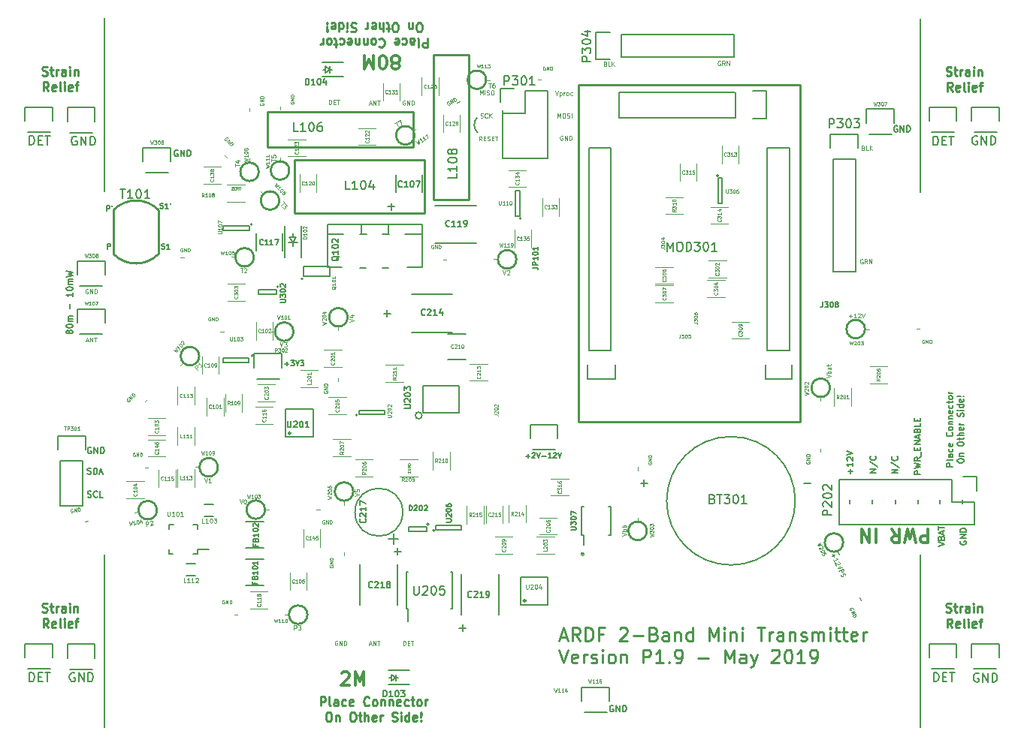
<source format=gto>
G04 #@! TF.FileFunction,Legend,Top*
%FSLAX46Y46*%
G04 Gerber Fmt 4.6, Leading zero omitted, Abs format (unit mm)*
G04 Created by KiCad (PCBNEW 4.0.6) date Friday, May 24, 2019 'PMt' 09:54:45 PM*
%MOMM*%
%LPD*%
G01*
G04 APERTURE LIST*
%ADD10C,0.100000*%
%ADD11C,0.125000*%
%ADD12C,0.175000*%
%ADD13C,0.250000*%
%ADD14C,0.200000*%
%ADD15C,0.150000*%
%ADD16C,0.300000*%
%ADD17C,0.170000*%
%ADD18C,0.050000*%
%ADD19C,0.075000*%
G04 APERTURE END LIST*
D10*
D11*
X95229047Y-34840000D02*
X95181428Y-34816190D01*
X95110000Y-34816190D01*
X95038571Y-34840000D01*
X94990952Y-34887619D01*
X94967143Y-34935238D01*
X94943333Y-35030476D01*
X94943333Y-35101905D01*
X94967143Y-35197143D01*
X94990952Y-35244762D01*
X95038571Y-35292381D01*
X95110000Y-35316190D01*
X95157619Y-35316190D01*
X95229047Y-35292381D01*
X95252857Y-35268571D01*
X95252857Y-35101905D01*
X95157619Y-35101905D01*
X95752857Y-35316190D02*
X95586190Y-35078095D01*
X95467143Y-35316190D02*
X95467143Y-34816190D01*
X95657619Y-34816190D01*
X95705238Y-34840000D01*
X95729047Y-34863810D01*
X95752857Y-34911429D01*
X95752857Y-34982857D01*
X95729047Y-35030476D01*
X95705238Y-35054286D01*
X95657619Y-35078095D01*
X95467143Y-35078095D01*
X95967143Y-35316190D02*
X95967143Y-34816190D01*
X96252857Y-35316190D01*
X96252857Y-34816190D01*
X82283333Y-35164286D02*
X82354762Y-35188095D01*
X82378571Y-35211905D01*
X82402381Y-35259524D01*
X82402381Y-35330952D01*
X82378571Y-35378571D01*
X82354762Y-35402381D01*
X82307143Y-35426190D01*
X82116667Y-35426190D01*
X82116667Y-34926190D01*
X82283333Y-34926190D01*
X82330952Y-34950000D01*
X82354762Y-34973810D01*
X82378571Y-35021429D01*
X82378571Y-35069048D01*
X82354762Y-35116667D01*
X82330952Y-35140476D01*
X82283333Y-35164286D01*
X82116667Y-35164286D01*
X82854762Y-35426190D02*
X82616667Y-35426190D01*
X82616667Y-34926190D01*
X83021429Y-35426190D02*
X83021429Y-34926190D01*
X83307143Y-35426190D02*
X83092857Y-35140476D01*
X83307143Y-34926190D02*
X83021429Y-35211905D01*
D12*
X121434167Y-80573332D02*
X120734167Y-80573332D01*
X120734167Y-80306666D01*
X120767500Y-80239999D01*
X120800833Y-80206666D01*
X120867500Y-80173332D01*
X120967500Y-80173332D01*
X121034167Y-80206666D01*
X121067500Y-80239999D01*
X121100833Y-80306666D01*
X121100833Y-80573332D01*
X121434167Y-79773332D02*
X121400833Y-79839999D01*
X121334167Y-79873332D01*
X120734167Y-79873332D01*
X121434167Y-79206665D02*
X121067500Y-79206665D01*
X121000833Y-79239999D01*
X120967500Y-79306665D01*
X120967500Y-79439999D01*
X121000833Y-79506665D01*
X121400833Y-79206665D02*
X121434167Y-79273332D01*
X121434167Y-79439999D01*
X121400833Y-79506665D01*
X121334167Y-79539999D01*
X121267500Y-79539999D01*
X121200833Y-79506665D01*
X121167500Y-79439999D01*
X121167500Y-79273332D01*
X121134167Y-79206665D01*
X121400833Y-78573332D02*
X121434167Y-78639999D01*
X121434167Y-78773332D01*
X121400833Y-78839999D01*
X121367500Y-78873332D01*
X121300833Y-78906666D01*
X121100833Y-78906666D01*
X121034167Y-78873332D01*
X121000833Y-78839999D01*
X120967500Y-78773332D01*
X120967500Y-78639999D01*
X121000833Y-78573332D01*
X121400833Y-78006666D02*
X121434167Y-78073332D01*
X121434167Y-78206666D01*
X121400833Y-78273332D01*
X121334167Y-78306666D01*
X121067500Y-78306666D01*
X121000833Y-78273332D01*
X120967500Y-78206666D01*
X120967500Y-78073332D01*
X121000833Y-78006666D01*
X121067500Y-77973332D01*
X121134167Y-77973332D01*
X121200833Y-78306666D01*
X121367500Y-76739999D02*
X121400833Y-76773333D01*
X121434167Y-76873333D01*
X121434167Y-76939999D01*
X121400833Y-77039999D01*
X121334167Y-77106666D01*
X121267500Y-77139999D01*
X121134167Y-77173333D01*
X121034167Y-77173333D01*
X120900833Y-77139999D01*
X120834167Y-77106666D01*
X120767500Y-77039999D01*
X120734167Y-76939999D01*
X120734167Y-76873333D01*
X120767500Y-76773333D01*
X120800833Y-76739999D01*
X121434167Y-76339999D02*
X121400833Y-76406666D01*
X121367500Y-76439999D01*
X121300833Y-76473333D01*
X121100833Y-76473333D01*
X121034167Y-76439999D01*
X121000833Y-76406666D01*
X120967500Y-76339999D01*
X120967500Y-76239999D01*
X121000833Y-76173333D01*
X121034167Y-76139999D01*
X121100833Y-76106666D01*
X121300833Y-76106666D01*
X121367500Y-76139999D01*
X121400833Y-76173333D01*
X121434167Y-76239999D01*
X121434167Y-76339999D01*
X120967500Y-75806666D02*
X121434167Y-75806666D01*
X121034167Y-75806666D02*
X121000833Y-75773333D01*
X120967500Y-75706666D01*
X120967500Y-75606666D01*
X121000833Y-75540000D01*
X121067500Y-75506666D01*
X121434167Y-75506666D01*
X120967500Y-75173333D02*
X121434167Y-75173333D01*
X121034167Y-75173333D02*
X121000833Y-75140000D01*
X120967500Y-75073333D01*
X120967500Y-74973333D01*
X121000833Y-74906667D01*
X121067500Y-74873333D01*
X121434167Y-74873333D01*
X121400833Y-74273334D02*
X121434167Y-74340000D01*
X121434167Y-74473334D01*
X121400833Y-74540000D01*
X121334167Y-74573334D01*
X121067500Y-74573334D01*
X121000833Y-74540000D01*
X120967500Y-74473334D01*
X120967500Y-74340000D01*
X121000833Y-74273334D01*
X121067500Y-74240000D01*
X121134167Y-74240000D01*
X121200833Y-74573334D01*
X121400833Y-73640000D02*
X121434167Y-73706667D01*
X121434167Y-73840000D01*
X121400833Y-73906667D01*
X121367500Y-73940000D01*
X121300833Y-73973334D01*
X121100833Y-73973334D01*
X121034167Y-73940000D01*
X121000833Y-73906667D01*
X120967500Y-73840000D01*
X120967500Y-73706667D01*
X121000833Y-73640000D01*
X120967500Y-73440000D02*
X120967500Y-73173334D01*
X120734167Y-73340000D02*
X121334167Y-73340000D01*
X121400833Y-73306667D01*
X121434167Y-73240000D01*
X121434167Y-73173334D01*
X121434167Y-72840000D02*
X121400833Y-72906667D01*
X121367500Y-72940000D01*
X121300833Y-72973334D01*
X121100833Y-72973334D01*
X121034167Y-72940000D01*
X121000833Y-72906667D01*
X120967500Y-72840000D01*
X120967500Y-72740000D01*
X121000833Y-72673334D01*
X121034167Y-72640000D01*
X121100833Y-72606667D01*
X121300833Y-72606667D01*
X121367500Y-72640000D01*
X121400833Y-72673334D01*
X121434167Y-72740000D01*
X121434167Y-72840000D01*
X121434167Y-72306667D02*
X120967500Y-72306667D01*
X121100833Y-72306667D02*
X121034167Y-72273334D01*
X121000833Y-72240001D01*
X120967500Y-72173334D01*
X120967500Y-72106667D01*
X121959167Y-79989998D02*
X121959167Y-79856665D01*
X121992500Y-79789998D01*
X122059167Y-79723331D01*
X122192500Y-79689998D01*
X122425833Y-79689998D01*
X122559167Y-79723331D01*
X122625833Y-79789998D01*
X122659167Y-79856665D01*
X122659167Y-79989998D01*
X122625833Y-80056665D01*
X122559167Y-80123331D01*
X122425833Y-80156665D01*
X122192500Y-80156665D01*
X122059167Y-80123331D01*
X121992500Y-80056665D01*
X121959167Y-79989998D01*
X122192500Y-79389998D02*
X122659167Y-79389998D01*
X122259167Y-79389998D02*
X122225833Y-79356665D01*
X122192500Y-79289998D01*
X122192500Y-79189998D01*
X122225833Y-79123332D01*
X122292500Y-79089998D01*
X122659167Y-79089998D01*
X121959167Y-78089999D02*
X121959167Y-77956666D01*
X121992500Y-77889999D01*
X122059167Y-77823332D01*
X122192500Y-77789999D01*
X122425833Y-77789999D01*
X122559167Y-77823332D01*
X122625833Y-77889999D01*
X122659167Y-77956666D01*
X122659167Y-78089999D01*
X122625833Y-78156666D01*
X122559167Y-78223332D01*
X122425833Y-78256666D01*
X122192500Y-78256666D01*
X122059167Y-78223332D01*
X121992500Y-78156666D01*
X121959167Y-78089999D01*
X122192500Y-77589999D02*
X122192500Y-77323333D01*
X121959167Y-77489999D02*
X122559167Y-77489999D01*
X122625833Y-77456666D01*
X122659167Y-77389999D01*
X122659167Y-77323333D01*
X122659167Y-77089999D02*
X121959167Y-77089999D01*
X122659167Y-76789999D02*
X122292500Y-76789999D01*
X122225833Y-76823333D01*
X122192500Y-76889999D01*
X122192500Y-76989999D01*
X122225833Y-77056666D01*
X122259167Y-77089999D01*
X122625833Y-76190000D02*
X122659167Y-76256666D01*
X122659167Y-76390000D01*
X122625833Y-76456666D01*
X122559167Y-76490000D01*
X122292500Y-76490000D01*
X122225833Y-76456666D01*
X122192500Y-76390000D01*
X122192500Y-76256666D01*
X122225833Y-76190000D01*
X122292500Y-76156666D01*
X122359167Y-76156666D01*
X122425833Y-76490000D01*
X122659167Y-75856666D02*
X122192500Y-75856666D01*
X122325833Y-75856666D02*
X122259167Y-75823333D01*
X122225833Y-75790000D01*
X122192500Y-75723333D01*
X122192500Y-75656666D01*
X122625833Y-74923334D02*
X122659167Y-74823334D01*
X122659167Y-74656667D01*
X122625833Y-74590000D01*
X122592500Y-74556667D01*
X122525833Y-74523334D01*
X122459167Y-74523334D01*
X122392500Y-74556667D01*
X122359167Y-74590000D01*
X122325833Y-74656667D01*
X122292500Y-74790000D01*
X122259167Y-74856667D01*
X122225833Y-74890000D01*
X122159167Y-74923334D01*
X122092500Y-74923334D01*
X122025833Y-74890000D01*
X121992500Y-74856667D01*
X121959167Y-74790000D01*
X121959167Y-74623334D01*
X121992500Y-74523334D01*
X122659167Y-74223333D02*
X122192500Y-74223333D01*
X121959167Y-74223333D02*
X121992500Y-74256667D01*
X122025833Y-74223333D01*
X121992500Y-74190000D01*
X121959167Y-74223333D01*
X122025833Y-74223333D01*
X122659167Y-73590000D02*
X121959167Y-73590000D01*
X122625833Y-73590000D02*
X122659167Y-73656667D01*
X122659167Y-73790000D01*
X122625833Y-73856667D01*
X122592500Y-73890000D01*
X122525833Y-73923334D01*
X122325833Y-73923334D01*
X122259167Y-73890000D01*
X122225833Y-73856667D01*
X122192500Y-73790000D01*
X122192500Y-73656667D01*
X122225833Y-73590000D01*
X122625833Y-72990001D02*
X122659167Y-73056667D01*
X122659167Y-73190001D01*
X122625833Y-73256667D01*
X122559167Y-73290001D01*
X122292500Y-73290001D01*
X122225833Y-73256667D01*
X122192500Y-73190001D01*
X122192500Y-73056667D01*
X122225833Y-72990001D01*
X122292500Y-72956667D01*
X122359167Y-72956667D01*
X122425833Y-73290001D01*
X122592500Y-72656667D02*
X122625833Y-72623334D01*
X122659167Y-72656667D01*
X122625833Y-72690001D01*
X122592500Y-72656667D01*
X122659167Y-72656667D01*
X122392500Y-72656667D02*
X121992500Y-72690001D01*
X121959167Y-72656667D01*
X121992500Y-72623334D01*
X122392500Y-72656667D01*
X121959167Y-72656667D01*
D13*
X62246192Y-32272619D02*
X62246192Y-33272619D01*
X61865239Y-33272619D01*
X61770001Y-33225000D01*
X61722382Y-33177381D01*
X61674763Y-33082143D01*
X61674763Y-32939286D01*
X61722382Y-32844048D01*
X61770001Y-32796429D01*
X61865239Y-32748810D01*
X62246192Y-32748810D01*
X61103335Y-32272619D02*
X61198573Y-32320238D01*
X61246192Y-32415476D01*
X61246192Y-33272619D01*
X60293810Y-32272619D02*
X60293810Y-32796429D01*
X60341429Y-32891667D01*
X60436667Y-32939286D01*
X60627144Y-32939286D01*
X60722382Y-32891667D01*
X60293810Y-32320238D02*
X60389048Y-32272619D01*
X60627144Y-32272619D01*
X60722382Y-32320238D01*
X60770001Y-32415476D01*
X60770001Y-32510714D01*
X60722382Y-32605952D01*
X60627144Y-32653571D01*
X60389048Y-32653571D01*
X60293810Y-32701190D01*
X59389048Y-32320238D02*
X59484286Y-32272619D01*
X59674763Y-32272619D01*
X59770001Y-32320238D01*
X59817620Y-32367857D01*
X59865239Y-32463095D01*
X59865239Y-32748810D01*
X59817620Y-32844048D01*
X59770001Y-32891667D01*
X59674763Y-32939286D01*
X59484286Y-32939286D01*
X59389048Y-32891667D01*
X58579524Y-32320238D02*
X58674762Y-32272619D01*
X58865239Y-32272619D01*
X58960477Y-32320238D01*
X59008096Y-32415476D01*
X59008096Y-32796429D01*
X58960477Y-32891667D01*
X58865239Y-32939286D01*
X58674762Y-32939286D01*
X58579524Y-32891667D01*
X58531905Y-32796429D01*
X58531905Y-32701190D01*
X59008096Y-32605952D01*
X56770000Y-32367857D02*
X56817619Y-32320238D01*
X56960476Y-32272619D01*
X57055714Y-32272619D01*
X57198572Y-32320238D01*
X57293810Y-32415476D01*
X57341429Y-32510714D01*
X57389048Y-32701190D01*
X57389048Y-32844048D01*
X57341429Y-33034524D01*
X57293810Y-33129762D01*
X57198572Y-33225000D01*
X57055714Y-33272619D01*
X56960476Y-33272619D01*
X56817619Y-33225000D01*
X56770000Y-33177381D01*
X56198572Y-32272619D02*
X56293810Y-32320238D01*
X56341429Y-32367857D01*
X56389048Y-32463095D01*
X56389048Y-32748810D01*
X56341429Y-32844048D01*
X56293810Y-32891667D01*
X56198572Y-32939286D01*
X56055714Y-32939286D01*
X55960476Y-32891667D01*
X55912857Y-32844048D01*
X55865238Y-32748810D01*
X55865238Y-32463095D01*
X55912857Y-32367857D01*
X55960476Y-32320238D01*
X56055714Y-32272619D01*
X56198572Y-32272619D01*
X55436667Y-32939286D02*
X55436667Y-32272619D01*
X55436667Y-32844048D02*
X55389048Y-32891667D01*
X55293810Y-32939286D01*
X55150952Y-32939286D01*
X55055714Y-32891667D01*
X55008095Y-32796429D01*
X55008095Y-32272619D01*
X54531905Y-32939286D02*
X54531905Y-32272619D01*
X54531905Y-32844048D02*
X54484286Y-32891667D01*
X54389048Y-32939286D01*
X54246190Y-32939286D01*
X54150952Y-32891667D01*
X54103333Y-32796429D01*
X54103333Y-32272619D01*
X53246190Y-32320238D02*
X53341428Y-32272619D01*
X53531905Y-32272619D01*
X53627143Y-32320238D01*
X53674762Y-32415476D01*
X53674762Y-32796429D01*
X53627143Y-32891667D01*
X53531905Y-32939286D01*
X53341428Y-32939286D01*
X53246190Y-32891667D01*
X53198571Y-32796429D01*
X53198571Y-32701190D01*
X53674762Y-32605952D01*
X52341428Y-32320238D02*
X52436666Y-32272619D01*
X52627143Y-32272619D01*
X52722381Y-32320238D01*
X52770000Y-32367857D01*
X52817619Y-32463095D01*
X52817619Y-32748810D01*
X52770000Y-32844048D01*
X52722381Y-32891667D01*
X52627143Y-32939286D01*
X52436666Y-32939286D01*
X52341428Y-32891667D01*
X52055714Y-32939286D02*
X51674762Y-32939286D01*
X51912857Y-33272619D02*
X51912857Y-32415476D01*
X51865238Y-32320238D01*
X51770000Y-32272619D01*
X51674762Y-32272619D01*
X51198571Y-32272619D02*
X51293809Y-32320238D01*
X51341428Y-32367857D01*
X51389047Y-32463095D01*
X51389047Y-32748810D01*
X51341428Y-32844048D01*
X51293809Y-32891667D01*
X51198571Y-32939286D01*
X51055713Y-32939286D01*
X50960475Y-32891667D01*
X50912856Y-32844048D01*
X50865237Y-32748810D01*
X50865237Y-32463095D01*
X50912856Y-32367857D01*
X50960475Y-32320238D01*
X51055713Y-32272619D01*
X51198571Y-32272619D01*
X50436666Y-32272619D02*
X50436666Y-32939286D01*
X50436666Y-32748810D02*
X50389047Y-32844048D01*
X50341428Y-32891667D01*
X50246190Y-32939286D01*
X50150951Y-32939286D01*
X61412858Y-31522619D02*
X61222381Y-31522619D01*
X61127143Y-31475000D01*
X61031905Y-31379762D01*
X60984286Y-31189286D01*
X60984286Y-30855952D01*
X61031905Y-30665476D01*
X61127143Y-30570238D01*
X61222381Y-30522619D01*
X61412858Y-30522619D01*
X61508096Y-30570238D01*
X61603334Y-30665476D01*
X61650953Y-30855952D01*
X61650953Y-31189286D01*
X61603334Y-31379762D01*
X61508096Y-31475000D01*
X61412858Y-31522619D01*
X60555715Y-31189286D02*
X60555715Y-30522619D01*
X60555715Y-31094048D02*
X60508096Y-31141667D01*
X60412858Y-31189286D01*
X60270000Y-31189286D01*
X60174762Y-31141667D01*
X60127143Y-31046429D01*
X60127143Y-30522619D01*
X58698572Y-31522619D02*
X58508095Y-31522619D01*
X58412857Y-31475000D01*
X58317619Y-31379762D01*
X58270000Y-31189286D01*
X58270000Y-30855952D01*
X58317619Y-30665476D01*
X58412857Y-30570238D01*
X58508095Y-30522619D01*
X58698572Y-30522619D01*
X58793810Y-30570238D01*
X58889048Y-30665476D01*
X58936667Y-30855952D01*
X58936667Y-31189286D01*
X58889048Y-31379762D01*
X58793810Y-31475000D01*
X58698572Y-31522619D01*
X57984286Y-31189286D02*
X57603334Y-31189286D01*
X57841429Y-31522619D02*
X57841429Y-30665476D01*
X57793810Y-30570238D01*
X57698572Y-30522619D01*
X57603334Y-30522619D01*
X57270000Y-30522619D02*
X57270000Y-31522619D01*
X56841428Y-30522619D02*
X56841428Y-31046429D01*
X56889047Y-31141667D01*
X56984285Y-31189286D01*
X57127143Y-31189286D01*
X57222381Y-31141667D01*
X57270000Y-31094048D01*
X55984285Y-30570238D02*
X56079523Y-30522619D01*
X56270000Y-30522619D01*
X56365238Y-30570238D01*
X56412857Y-30665476D01*
X56412857Y-31046429D01*
X56365238Y-31141667D01*
X56270000Y-31189286D01*
X56079523Y-31189286D01*
X55984285Y-31141667D01*
X55936666Y-31046429D01*
X55936666Y-30951190D01*
X56412857Y-30855952D01*
X55508095Y-30522619D02*
X55508095Y-31189286D01*
X55508095Y-30998810D02*
X55460476Y-31094048D01*
X55412857Y-31141667D01*
X55317619Y-31189286D01*
X55222380Y-31189286D01*
X54174761Y-30570238D02*
X54031904Y-30522619D01*
X53793808Y-30522619D01*
X53698570Y-30570238D01*
X53650951Y-30617857D01*
X53603332Y-30713095D01*
X53603332Y-30808333D01*
X53650951Y-30903571D01*
X53698570Y-30951190D01*
X53793808Y-30998810D01*
X53984285Y-31046429D01*
X54079523Y-31094048D01*
X54127142Y-31141667D01*
X54174761Y-31236905D01*
X54174761Y-31332143D01*
X54127142Y-31427381D01*
X54079523Y-31475000D01*
X53984285Y-31522619D01*
X53746189Y-31522619D01*
X53603332Y-31475000D01*
X53174761Y-30522619D02*
X53174761Y-31189286D01*
X53174761Y-31522619D02*
X53222380Y-31475000D01*
X53174761Y-31427381D01*
X53127142Y-31475000D01*
X53174761Y-31522619D01*
X53174761Y-31427381D01*
X52269999Y-30522619D02*
X52269999Y-31522619D01*
X52269999Y-30570238D02*
X52365237Y-30522619D01*
X52555714Y-30522619D01*
X52650952Y-30570238D01*
X52698571Y-30617857D01*
X52746190Y-30713095D01*
X52746190Y-30998810D01*
X52698571Y-31094048D01*
X52650952Y-31141667D01*
X52555714Y-31189286D01*
X52365237Y-31189286D01*
X52269999Y-31141667D01*
X51412856Y-30570238D02*
X51508094Y-30522619D01*
X51698571Y-30522619D01*
X51793809Y-30570238D01*
X51841428Y-30665476D01*
X51841428Y-31046429D01*
X51793809Y-31141667D01*
X51698571Y-31189286D01*
X51508094Y-31189286D01*
X51412856Y-31141667D01*
X51365237Y-31046429D01*
X51365237Y-30951190D01*
X51841428Y-30855952D01*
X50936666Y-30617857D02*
X50889047Y-30570238D01*
X50936666Y-30522619D01*
X50984285Y-30570238D01*
X50936666Y-30617857D01*
X50936666Y-30522619D01*
X50936666Y-30903571D02*
X50984285Y-31475000D01*
X50936666Y-31522619D01*
X50889047Y-31475000D01*
X50936666Y-30903571D01*
X50936666Y-31522619D01*
X50183808Y-107557381D02*
X50183808Y-106557381D01*
X50564761Y-106557381D01*
X50659999Y-106605000D01*
X50707618Y-106652619D01*
X50755237Y-106747857D01*
X50755237Y-106890714D01*
X50707618Y-106985952D01*
X50659999Y-107033571D01*
X50564761Y-107081190D01*
X50183808Y-107081190D01*
X51326665Y-107557381D02*
X51231427Y-107509762D01*
X51183808Y-107414524D01*
X51183808Y-106557381D01*
X52136190Y-107557381D02*
X52136190Y-107033571D01*
X52088571Y-106938333D01*
X51993333Y-106890714D01*
X51802856Y-106890714D01*
X51707618Y-106938333D01*
X52136190Y-107509762D02*
X52040952Y-107557381D01*
X51802856Y-107557381D01*
X51707618Y-107509762D01*
X51659999Y-107414524D01*
X51659999Y-107319286D01*
X51707618Y-107224048D01*
X51802856Y-107176429D01*
X52040952Y-107176429D01*
X52136190Y-107128810D01*
X53040952Y-107509762D02*
X52945714Y-107557381D01*
X52755237Y-107557381D01*
X52659999Y-107509762D01*
X52612380Y-107462143D01*
X52564761Y-107366905D01*
X52564761Y-107081190D01*
X52612380Y-106985952D01*
X52659999Y-106938333D01*
X52755237Y-106890714D01*
X52945714Y-106890714D01*
X53040952Y-106938333D01*
X53850476Y-107509762D02*
X53755238Y-107557381D01*
X53564761Y-107557381D01*
X53469523Y-107509762D01*
X53421904Y-107414524D01*
X53421904Y-107033571D01*
X53469523Y-106938333D01*
X53564761Y-106890714D01*
X53755238Y-106890714D01*
X53850476Y-106938333D01*
X53898095Y-107033571D01*
X53898095Y-107128810D01*
X53421904Y-107224048D01*
X55660000Y-107462143D02*
X55612381Y-107509762D01*
X55469524Y-107557381D01*
X55374286Y-107557381D01*
X55231428Y-107509762D01*
X55136190Y-107414524D01*
X55088571Y-107319286D01*
X55040952Y-107128810D01*
X55040952Y-106985952D01*
X55088571Y-106795476D01*
X55136190Y-106700238D01*
X55231428Y-106605000D01*
X55374286Y-106557381D01*
X55469524Y-106557381D01*
X55612381Y-106605000D01*
X55660000Y-106652619D01*
X56231428Y-107557381D02*
X56136190Y-107509762D01*
X56088571Y-107462143D01*
X56040952Y-107366905D01*
X56040952Y-107081190D01*
X56088571Y-106985952D01*
X56136190Y-106938333D01*
X56231428Y-106890714D01*
X56374286Y-106890714D01*
X56469524Y-106938333D01*
X56517143Y-106985952D01*
X56564762Y-107081190D01*
X56564762Y-107366905D01*
X56517143Y-107462143D01*
X56469524Y-107509762D01*
X56374286Y-107557381D01*
X56231428Y-107557381D01*
X56993333Y-106890714D02*
X56993333Y-107557381D01*
X56993333Y-106985952D02*
X57040952Y-106938333D01*
X57136190Y-106890714D01*
X57279048Y-106890714D01*
X57374286Y-106938333D01*
X57421905Y-107033571D01*
X57421905Y-107557381D01*
X57898095Y-106890714D02*
X57898095Y-107557381D01*
X57898095Y-106985952D02*
X57945714Y-106938333D01*
X58040952Y-106890714D01*
X58183810Y-106890714D01*
X58279048Y-106938333D01*
X58326667Y-107033571D01*
X58326667Y-107557381D01*
X59183810Y-107509762D02*
X59088572Y-107557381D01*
X58898095Y-107557381D01*
X58802857Y-107509762D01*
X58755238Y-107414524D01*
X58755238Y-107033571D01*
X58802857Y-106938333D01*
X58898095Y-106890714D01*
X59088572Y-106890714D01*
X59183810Y-106938333D01*
X59231429Y-107033571D01*
X59231429Y-107128810D01*
X58755238Y-107224048D01*
X60088572Y-107509762D02*
X59993334Y-107557381D01*
X59802857Y-107557381D01*
X59707619Y-107509762D01*
X59660000Y-107462143D01*
X59612381Y-107366905D01*
X59612381Y-107081190D01*
X59660000Y-106985952D01*
X59707619Y-106938333D01*
X59802857Y-106890714D01*
X59993334Y-106890714D01*
X60088572Y-106938333D01*
X60374286Y-106890714D02*
X60755238Y-106890714D01*
X60517143Y-106557381D02*
X60517143Y-107414524D01*
X60564762Y-107509762D01*
X60660000Y-107557381D01*
X60755238Y-107557381D01*
X61231429Y-107557381D02*
X61136191Y-107509762D01*
X61088572Y-107462143D01*
X61040953Y-107366905D01*
X61040953Y-107081190D01*
X61088572Y-106985952D01*
X61136191Y-106938333D01*
X61231429Y-106890714D01*
X61374287Y-106890714D01*
X61469525Y-106938333D01*
X61517144Y-106985952D01*
X61564763Y-107081190D01*
X61564763Y-107366905D01*
X61517144Y-107462143D01*
X61469525Y-107509762D01*
X61374287Y-107557381D01*
X61231429Y-107557381D01*
X61993334Y-107557381D02*
X61993334Y-106890714D01*
X61993334Y-107081190D02*
X62040953Y-106985952D01*
X62088572Y-106938333D01*
X62183810Y-106890714D01*
X62279049Y-106890714D01*
X51017142Y-108307381D02*
X51207619Y-108307381D01*
X51302857Y-108355000D01*
X51398095Y-108450238D01*
X51445714Y-108640714D01*
X51445714Y-108974048D01*
X51398095Y-109164524D01*
X51302857Y-109259762D01*
X51207619Y-109307381D01*
X51017142Y-109307381D01*
X50921904Y-109259762D01*
X50826666Y-109164524D01*
X50779047Y-108974048D01*
X50779047Y-108640714D01*
X50826666Y-108450238D01*
X50921904Y-108355000D01*
X51017142Y-108307381D01*
X51874285Y-108640714D02*
X51874285Y-109307381D01*
X51874285Y-108735952D02*
X51921904Y-108688333D01*
X52017142Y-108640714D01*
X52160000Y-108640714D01*
X52255238Y-108688333D01*
X52302857Y-108783571D01*
X52302857Y-109307381D01*
X53731428Y-108307381D02*
X53921905Y-108307381D01*
X54017143Y-108355000D01*
X54112381Y-108450238D01*
X54160000Y-108640714D01*
X54160000Y-108974048D01*
X54112381Y-109164524D01*
X54017143Y-109259762D01*
X53921905Y-109307381D01*
X53731428Y-109307381D01*
X53636190Y-109259762D01*
X53540952Y-109164524D01*
X53493333Y-108974048D01*
X53493333Y-108640714D01*
X53540952Y-108450238D01*
X53636190Y-108355000D01*
X53731428Y-108307381D01*
X54445714Y-108640714D02*
X54826666Y-108640714D01*
X54588571Y-108307381D02*
X54588571Y-109164524D01*
X54636190Y-109259762D01*
X54731428Y-109307381D01*
X54826666Y-109307381D01*
X55160000Y-109307381D02*
X55160000Y-108307381D01*
X55588572Y-109307381D02*
X55588572Y-108783571D01*
X55540953Y-108688333D01*
X55445715Y-108640714D01*
X55302857Y-108640714D01*
X55207619Y-108688333D01*
X55160000Y-108735952D01*
X56445715Y-109259762D02*
X56350477Y-109307381D01*
X56160000Y-109307381D01*
X56064762Y-109259762D01*
X56017143Y-109164524D01*
X56017143Y-108783571D01*
X56064762Y-108688333D01*
X56160000Y-108640714D01*
X56350477Y-108640714D01*
X56445715Y-108688333D01*
X56493334Y-108783571D01*
X56493334Y-108878810D01*
X56017143Y-108974048D01*
X56921905Y-109307381D02*
X56921905Y-108640714D01*
X56921905Y-108831190D02*
X56969524Y-108735952D01*
X57017143Y-108688333D01*
X57112381Y-108640714D01*
X57207620Y-108640714D01*
X58255239Y-109259762D02*
X58398096Y-109307381D01*
X58636192Y-109307381D01*
X58731430Y-109259762D01*
X58779049Y-109212143D01*
X58826668Y-109116905D01*
X58826668Y-109021667D01*
X58779049Y-108926429D01*
X58731430Y-108878810D01*
X58636192Y-108831190D01*
X58445715Y-108783571D01*
X58350477Y-108735952D01*
X58302858Y-108688333D01*
X58255239Y-108593095D01*
X58255239Y-108497857D01*
X58302858Y-108402619D01*
X58350477Y-108355000D01*
X58445715Y-108307381D01*
X58683811Y-108307381D01*
X58826668Y-108355000D01*
X59255239Y-109307381D02*
X59255239Y-108640714D01*
X59255239Y-108307381D02*
X59207620Y-108355000D01*
X59255239Y-108402619D01*
X59302858Y-108355000D01*
X59255239Y-108307381D01*
X59255239Y-108402619D01*
X60160001Y-109307381D02*
X60160001Y-108307381D01*
X60160001Y-109259762D02*
X60064763Y-109307381D01*
X59874286Y-109307381D01*
X59779048Y-109259762D01*
X59731429Y-109212143D01*
X59683810Y-109116905D01*
X59683810Y-108831190D01*
X59731429Y-108735952D01*
X59779048Y-108688333D01*
X59874286Y-108640714D01*
X60064763Y-108640714D01*
X60160001Y-108688333D01*
X61017144Y-109259762D02*
X60921906Y-109307381D01*
X60731429Y-109307381D01*
X60636191Y-109259762D01*
X60588572Y-109164524D01*
X60588572Y-108783571D01*
X60636191Y-108688333D01*
X60731429Y-108640714D01*
X60921906Y-108640714D01*
X61017144Y-108688333D01*
X61064763Y-108783571D01*
X61064763Y-108878810D01*
X60588572Y-108974048D01*
X61493334Y-109212143D02*
X61540953Y-109259762D01*
X61493334Y-109307381D01*
X61445715Y-109259762D01*
X61493334Y-109212143D01*
X61493334Y-109307381D01*
X61493334Y-108926429D02*
X61445715Y-108355000D01*
X61493334Y-108307381D01*
X61540953Y-108355000D01*
X61493334Y-108926429D01*
X61493334Y-108307381D01*
X120706190Y-36439762D02*
X120849047Y-36487381D01*
X121087143Y-36487381D01*
X121182381Y-36439762D01*
X121230000Y-36392143D01*
X121277619Y-36296905D01*
X121277619Y-36201667D01*
X121230000Y-36106429D01*
X121182381Y-36058810D01*
X121087143Y-36011190D01*
X120896666Y-35963571D01*
X120801428Y-35915952D01*
X120753809Y-35868333D01*
X120706190Y-35773095D01*
X120706190Y-35677857D01*
X120753809Y-35582619D01*
X120801428Y-35535000D01*
X120896666Y-35487381D01*
X121134762Y-35487381D01*
X121277619Y-35535000D01*
X121563333Y-35820714D02*
X121944285Y-35820714D01*
X121706190Y-35487381D02*
X121706190Y-36344524D01*
X121753809Y-36439762D01*
X121849047Y-36487381D01*
X121944285Y-36487381D01*
X122277619Y-36487381D02*
X122277619Y-35820714D01*
X122277619Y-36011190D02*
X122325238Y-35915952D01*
X122372857Y-35868333D01*
X122468095Y-35820714D01*
X122563334Y-35820714D01*
X123325239Y-36487381D02*
X123325239Y-35963571D01*
X123277620Y-35868333D01*
X123182382Y-35820714D01*
X122991905Y-35820714D01*
X122896667Y-35868333D01*
X123325239Y-36439762D02*
X123230001Y-36487381D01*
X122991905Y-36487381D01*
X122896667Y-36439762D01*
X122849048Y-36344524D01*
X122849048Y-36249286D01*
X122896667Y-36154048D01*
X122991905Y-36106429D01*
X123230001Y-36106429D01*
X123325239Y-36058810D01*
X123801429Y-36487381D02*
X123801429Y-35820714D01*
X123801429Y-35487381D02*
X123753810Y-35535000D01*
X123801429Y-35582619D01*
X123849048Y-35535000D01*
X123801429Y-35487381D01*
X123801429Y-35582619D01*
X124277619Y-35820714D02*
X124277619Y-36487381D01*
X124277619Y-35915952D02*
X124325238Y-35868333D01*
X124420476Y-35820714D01*
X124563334Y-35820714D01*
X124658572Y-35868333D01*
X124706191Y-35963571D01*
X124706191Y-36487381D01*
X121396667Y-38237381D02*
X121063333Y-37761190D01*
X120825238Y-38237381D02*
X120825238Y-37237381D01*
X121206191Y-37237381D01*
X121301429Y-37285000D01*
X121349048Y-37332619D01*
X121396667Y-37427857D01*
X121396667Y-37570714D01*
X121349048Y-37665952D01*
X121301429Y-37713571D01*
X121206191Y-37761190D01*
X120825238Y-37761190D01*
X122206191Y-38189762D02*
X122110953Y-38237381D01*
X121920476Y-38237381D01*
X121825238Y-38189762D01*
X121777619Y-38094524D01*
X121777619Y-37713571D01*
X121825238Y-37618333D01*
X121920476Y-37570714D01*
X122110953Y-37570714D01*
X122206191Y-37618333D01*
X122253810Y-37713571D01*
X122253810Y-37808810D01*
X121777619Y-37904048D01*
X122825238Y-38237381D02*
X122730000Y-38189762D01*
X122682381Y-38094524D01*
X122682381Y-37237381D01*
X123206191Y-38237381D02*
X123206191Y-37570714D01*
X123206191Y-37237381D02*
X123158572Y-37285000D01*
X123206191Y-37332619D01*
X123253810Y-37285000D01*
X123206191Y-37237381D01*
X123206191Y-37332619D01*
X124063334Y-38189762D02*
X123968096Y-38237381D01*
X123777619Y-38237381D01*
X123682381Y-38189762D01*
X123634762Y-38094524D01*
X123634762Y-37713571D01*
X123682381Y-37618333D01*
X123777619Y-37570714D01*
X123968096Y-37570714D01*
X124063334Y-37618333D01*
X124110953Y-37713571D01*
X124110953Y-37808810D01*
X123634762Y-37904048D01*
X124396667Y-37570714D02*
X124777619Y-37570714D01*
X124539524Y-38237381D02*
X124539524Y-37380238D01*
X124587143Y-37285000D01*
X124682381Y-37237381D01*
X124777619Y-37237381D01*
X18836190Y-36419762D02*
X18979047Y-36467381D01*
X19217143Y-36467381D01*
X19312381Y-36419762D01*
X19360000Y-36372143D01*
X19407619Y-36276905D01*
X19407619Y-36181667D01*
X19360000Y-36086429D01*
X19312381Y-36038810D01*
X19217143Y-35991190D01*
X19026666Y-35943571D01*
X18931428Y-35895952D01*
X18883809Y-35848333D01*
X18836190Y-35753095D01*
X18836190Y-35657857D01*
X18883809Y-35562619D01*
X18931428Y-35515000D01*
X19026666Y-35467381D01*
X19264762Y-35467381D01*
X19407619Y-35515000D01*
X19693333Y-35800714D02*
X20074285Y-35800714D01*
X19836190Y-35467381D02*
X19836190Y-36324524D01*
X19883809Y-36419762D01*
X19979047Y-36467381D01*
X20074285Y-36467381D01*
X20407619Y-36467381D02*
X20407619Y-35800714D01*
X20407619Y-35991190D02*
X20455238Y-35895952D01*
X20502857Y-35848333D01*
X20598095Y-35800714D01*
X20693334Y-35800714D01*
X21455239Y-36467381D02*
X21455239Y-35943571D01*
X21407620Y-35848333D01*
X21312382Y-35800714D01*
X21121905Y-35800714D01*
X21026667Y-35848333D01*
X21455239Y-36419762D02*
X21360001Y-36467381D01*
X21121905Y-36467381D01*
X21026667Y-36419762D01*
X20979048Y-36324524D01*
X20979048Y-36229286D01*
X21026667Y-36134048D01*
X21121905Y-36086429D01*
X21360001Y-36086429D01*
X21455239Y-36038810D01*
X21931429Y-36467381D02*
X21931429Y-35800714D01*
X21931429Y-35467381D02*
X21883810Y-35515000D01*
X21931429Y-35562619D01*
X21979048Y-35515000D01*
X21931429Y-35467381D01*
X21931429Y-35562619D01*
X22407619Y-35800714D02*
X22407619Y-36467381D01*
X22407619Y-35895952D02*
X22455238Y-35848333D01*
X22550476Y-35800714D01*
X22693334Y-35800714D01*
X22788572Y-35848333D01*
X22836191Y-35943571D01*
X22836191Y-36467381D01*
X19526667Y-38217381D02*
X19193333Y-37741190D01*
X18955238Y-38217381D02*
X18955238Y-37217381D01*
X19336191Y-37217381D01*
X19431429Y-37265000D01*
X19479048Y-37312619D01*
X19526667Y-37407857D01*
X19526667Y-37550714D01*
X19479048Y-37645952D01*
X19431429Y-37693571D01*
X19336191Y-37741190D01*
X18955238Y-37741190D01*
X20336191Y-38169762D02*
X20240953Y-38217381D01*
X20050476Y-38217381D01*
X19955238Y-38169762D01*
X19907619Y-38074524D01*
X19907619Y-37693571D01*
X19955238Y-37598333D01*
X20050476Y-37550714D01*
X20240953Y-37550714D01*
X20336191Y-37598333D01*
X20383810Y-37693571D01*
X20383810Y-37788810D01*
X19907619Y-37884048D01*
X20955238Y-38217381D02*
X20860000Y-38169762D01*
X20812381Y-38074524D01*
X20812381Y-37217381D01*
X21336191Y-38217381D02*
X21336191Y-37550714D01*
X21336191Y-37217381D02*
X21288572Y-37265000D01*
X21336191Y-37312619D01*
X21383810Y-37265000D01*
X21336191Y-37217381D01*
X21336191Y-37312619D01*
X22193334Y-38169762D02*
X22098096Y-38217381D01*
X21907619Y-38217381D01*
X21812381Y-38169762D01*
X21764762Y-38074524D01*
X21764762Y-37693571D01*
X21812381Y-37598333D01*
X21907619Y-37550714D01*
X22098096Y-37550714D01*
X22193334Y-37598333D01*
X22240953Y-37693571D01*
X22240953Y-37788810D01*
X21764762Y-37884048D01*
X22526667Y-37550714D02*
X22907619Y-37550714D01*
X22669524Y-38217381D02*
X22669524Y-37360238D01*
X22717143Y-37265000D01*
X22812381Y-37217381D01*
X22907619Y-37217381D01*
D14*
X117810000Y-49590000D02*
X117810000Y-30090000D01*
X25800000Y-49500000D02*
X25800000Y-30000000D01*
X25800000Y-110000000D02*
X25800000Y-90500000D01*
D13*
X18826190Y-96949762D02*
X18969047Y-96997381D01*
X19207143Y-96997381D01*
X19302381Y-96949762D01*
X19350000Y-96902143D01*
X19397619Y-96806905D01*
X19397619Y-96711667D01*
X19350000Y-96616429D01*
X19302381Y-96568810D01*
X19207143Y-96521190D01*
X19016666Y-96473571D01*
X18921428Y-96425952D01*
X18873809Y-96378333D01*
X18826190Y-96283095D01*
X18826190Y-96187857D01*
X18873809Y-96092619D01*
X18921428Y-96045000D01*
X19016666Y-95997381D01*
X19254762Y-95997381D01*
X19397619Y-96045000D01*
X19683333Y-96330714D02*
X20064285Y-96330714D01*
X19826190Y-95997381D02*
X19826190Y-96854524D01*
X19873809Y-96949762D01*
X19969047Y-96997381D01*
X20064285Y-96997381D01*
X20397619Y-96997381D02*
X20397619Y-96330714D01*
X20397619Y-96521190D02*
X20445238Y-96425952D01*
X20492857Y-96378333D01*
X20588095Y-96330714D01*
X20683334Y-96330714D01*
X21445239Y-96997381D02*
X21445239Y-96473571D01*
X21397620Y-96378333D01*
X21302382Y-96330714D01*
X21111905Y-96330714D01*
X21016667Y-96378333D01*
X21445239Y-96949762D02*
X21350001Y-96997381D01*
X21111905Y-96997381D01*
X21016667Y-96949762D01*
X20969048Y-96854524D01*
X20969048Y-96759286D01*
X21016667Y-96664048D01*
X21111905Y-96616429D01*
X21350001Y-96616429D01*
X21445239Y-96568810D01*
X21921429Y-96997381D02*
X21921429Y-96330714D01*
X21921429Y-95997381D02*
X21873810Y-96045000D01*
X21921429Y-96092619D01*
X21969048Y-96045000D01*
X21921429Y-95997381D01*
X21921429Y-96092619D01*
X22397619Y-96330714D02*
X22397619Y-96997381D01*
X22397619Y-96425952D02*
X22445238Y-96378333D01*
X22540476Y-96330714D01*
X22683334Y-96330714D01*
X22778572Y-96378333D01*
X22826191Y-96473571D01*
X22826191Y-96997381D01*
X19516667Y-98747381D02*
X19183333Y-98271190D01*
X18945238Y-98747381D02*
X18945238Y-97747381D01*
X19326191Y-97747381D01*
X19421429Y-97795000D01*
X19469048Y-97842619D01*
X19516667Y-97937857D01*
X19516667Y-98080714D01*
X19469048Y-98175952D01*
X19421429Y-98223571D01*
X19326191Y-98271190D01*
X18945238Y-98271190D01*
X20326191Y-98699762D02*
X20230953Y-98747381D01*
X20040476Y-98747381D01*
X19945238Y-98699762D01*
X19897619Y-98604524D01*
X19897619Y-98223571D01*
X19945238Y-98128333D01*
X20040476Y-98080714D01*
X20230953Y-98080714D01*
X20326191Y-98128333D01*
X20373810Y-98223571D01*
X20373810Y-98318810D01*
X19897619Y-98414048D01*
X20945238Y-98747381D02*
X20850000Y-98699762D01*
X20802381Y-98604524D01*
X20802381Y-97747381D01*
X21326191Y-98747381D02*
X21326191Y-98080714D01*
X21326191Y-97747381D02*
X21278572Y-97795000D01*
X21326191Y-97842619D01*
X21373810Y-97795000D01*
X21326191Y-97747381D01*
X21326191Y-97842619D01*
X22183334Y-98699762D02*
X22088096Y-98747381D01*
X21897619Y-98747381D01*
X21802381Y-98699762D01*
X21754762Y-98604524D01*
X21754762Y-98223571D01*
X21802381Y-98128333D01*
X21897619Y-98080714D01*
X22088096Y-98080714D01*
X22183334Y-98128333D01*
X22230953Y-98223571D01*
X22230953Y-98318810D01*
X21754762Y-98414048D01*
X22516667Y-98080714D02*
X22897619Y-98080714D01*
X22659524Y-98747381D02*
X22659524Y-97890238D01*
X22707143Y-97795000D01*
X22802381Y-97747381D01*
X22897619Y-97747381D01*
X120686190Y-96959762D02*
X120829047Y-97007381D01*
X121067143Y-97007381D01*
X121162381Y-96959762D01*
X121210000Y-96912143D01*
X121257619Y-96816905D01*
X121257619Y-96721667D01*
X121210000Y-96626429D01*
X121162381Y-96578810D01*
X121067143Y-96531190D01*
X120876666Y-96483571D01*
X120781428Y-96435952D01*
X120733809Y-96388333D01*
X120686190Y-96293095D01*
X120686190Y-96197857D01*
X120733809Y-96102619D01*
X120781428Y-96055000D01*
X120876666Y-96007381D01*
X121114762Y-96007381D01*
X121257619Y-96055000D01*
X121543333Y-96340714D02*
X121924285Y-96340714D01*
X121686190Y-96007381D02*
X121686190Y-96864524D01*
X121733809Y-96959762D01*
X121829047Y-97007381D01*
X121924285Y-97007381D01*
X122257619Y-97007381D02*
X122257619Y-96340714D01*
X122257619Y-96531190D02*
X122305238Y-96435952D01*
X122352857Y-96388333D01*
X122448095Y-96340714D01*
X122543334Y-96340714D01*
X123305239Y-97007381D02*
X123305239Y-96483571D01*
X123257620Y-96388333D01*
X123162382Y-96340714D01*
X122971905Y-96340714D01*
X122876667Y-96388333D01*
X123305239Y-96959762D02*
X123210001Y-97007381D01*
X122971905Y-97007381D01*
X122876667Y-96959762D01*
X122829048Y-96864524D01*
X122829048Y-96769286D01*
X122876667Y-96674048D01*
X122971905Y-96626429D01*
X123210001Y-96626429D01*
X123305239Y-96578810D01*
X123781429Y-97007381D02*
X123781429Y-96340714D01*
X123781429Y-96007381D02*
X123733810Y-96055000D01*
X123781429Y-96102619D01*
X123829048Y-96055000D01*
X123781429Y-96007381D01*
X123781429Y-96102619D01*
X124257619Y-96340714D02*
X124257619Y-97007381D01*
X124257619Y-96435952D02*
X124305238Y-96388333D01*
X124400476Y-96340714D01*
X124543334Y-96340714D01*
X124638572Y-96388333D01*
X124686191Y-96483571D01*
X124686191Y-97007381D01*
X121376667Y-98757381D02*
X121043333Y-98281190D01*
X120805238Y-98757381D02*
X120805238Y-97757381D01*
X121186191Y-97757381D01*
X121281429Y-97805000D01*
X121329048Y-97852619D01*
X121376667Y-97947857D01*
X121376667Y-98090714D01*
X121329048Y-98185952D01*
X121281429Y-98233571D01*
X121186191Y-98281190D01*
X120805238Y-98281190D01*
X122186191Y-98709762D02*
X122090953Y-98757381D01*
X121900476Y-98757381D01*
X121805238Y-98709762D01*
X121757619Y-98614524D01*
X121757619Y-98233571D01*
X121805238Y-98138333D01*
X121900476Y-98090714D01*
X122090953Y-98090714D01*
X122186191Y-98138333D01*
X122233810Y-98233571D01*
X122233810Y-98328810D01*
X121757619Y-98424048D01*
X122805238Y-98757381D02*
X122710000Y-98709762D01*
X122662381Y-98614524D01*
X122662381Y-97757381D01*
X123186191Y-98757381D02*
X123186191Y-98090714D01*
X123186191Y-97757381D02*
X123138572Y-97805000D01*
X123186191Y-97852619D01*
X123233810Y-97805000D01*
X123186191Y-97757381D01*
X123186191Y-97852619D01*
X124043334Y-98709762D02*
X123948096Y-98757381D01*
X123757619Y-98757381D01*
X123662381Y-98709762D01*
X123614762Y-98614524D01*
X123614762Y-98233571D01*
X123662381Y-98138333D01*
X123757619Y-98090714D01*
X123948096Y-98090714D01*
X124043334Y-98138333D01*
X124090953Y-98233571D01*
X124090953Y-98328810D01*
X123614762Y-98424048D01*
X124376667Y-98090714D02*
X124757619Y-98090714D01*
X124519524Y-98757381D02*
X124519524Y-97900238D01*
X124567143Y-97805000D01*
X124662381Y-97757381D01*
X124757619Y-97757381D01*
D14*
X117800000Y-110000000D02*
X117800000Y-90500000D01*
D11*
X59709047Y-39290000D02*
X59661428Y-39266190D01*
X59590000Y-39266190D01*
X59518571Y-39290000D01*
X59470952Y-39337619D01*
X59447143Y-39385238D01*
X59423333Y-39480476D01*
X59423333Y-39551905D01*
X59447143Y-39647143D01*
X59470952Y-39694762D01*
X59518571Y-39742381D01*
X59590000Y-39766190D01*
X59637619Y-39766190D01*
X59709047Y-39742381D01*
X59732857Y-39718571D01*
X59732857Y-39551905D01*
X59637619Y-39551905D01*
X59947143Y-39766190D02*
X59947143Y-39266190D01*
X60232857Y-39766190D01*
X60232857Y-39266190D01*
X60470953Y-39766190D02*
X60470953Y-39266190D01*
X60590000Y-39266190D01*
X60661429Y-39290000D01*
X60709048Y-39337619D01*
X60732857Y-39385238D01*
X60756667Y-39480476D01*
X60756667Y-39551905D01*
X60732857Y-39647143D01*
X60709048Y-39694762D01*
X60661429Y-39742381D01*
X60590000Y-39766190D01*
X60470953Y-39766190D01*
X55698572Y-39643333D02*
X55936667Y-39643333D01*
X55650953Y-39786190D02*
X55817620Y-39286190D01*
X55984286Y-39786190D01*
X56150953Y-39786190D02*
X56150953Y-39286190D01*
X56436667Y-39786190D01*
X56436667Y-39286190D01*
X56603334Y-39286190D02*
X56889048Y-39286190D01*
X56746191Y-39786190D02*
X56746191Y-39286190D01*
X51152382Y-39736190D02*
X51152382Y-39236190D01*
X51271429Y-39236190D01*
X51342858Y-39260000D01*
X51390477Y-39307619D01*
X51414286Y-39355238D01*
X51438096Y-39450476D01*
X51438096Y-39521905D01*
X51414286Y-39617143D01*
X51390477Y-39664762D01*
X51342858Y-39712381D01*
X51271429Y-39736190D01*
X51152382Y-39736190D01*
X51652382Y-39474286D02*
X51819048Y-39474286D01*
X51890477Y-39736190D02*
X51652382Y-39736190D01*
X51652382Y-39236190D01*
X51890477Y-39236190D01*
X52033334Y-39236190D02*
X52319048Y-39236190D01*
X52176191Y-39736190D02*
X52176191Y-39236190D01*
X52079047Y-100260000D02*
X52031428Y-100236190D01*
X51960000Y-100236190D01*
X51888571Y-100260000D01*
X51840952Y-100307619D01*
X51817143Y-100355238D01*
X51793333Y-100450476D01*
X51793333Y-100521905D01*
X51817143Y-100617143D01*
X51840952Y-100664762D01*
X51888571Y-100712381D01*
X51960000Y-100736190D01*
X52007619Y-100736190D01*
X52079047Y-100712381D01*
X52102857Y-100688571D01*
X52102857Y-100521905D01*
X52007619Y-100521905D01*
X52317143Y-100736190D02*
X52317143Y-100236190D01*
X52602857Y-100736190D01*
X52602857Y-100236190D01*
X52840953Y-100736190D02*
X52840953Y-100236190D01*
X52960000Y-100236190D01*
X53031429Y-100260000D01*
X53079048Y-100307619D01*
X53102857Y-100355238D01*
X53126667Y-100450476D01*
X53126667Y-100521905D01*
X53102857Y-100617143D01*
X53079048Y-100664762D01*
X53031429Y-100712381D01*
X52960000Y-100736190D01*
X52840953Y-100736190D01*
X55668572Y-100593333D02*
X55906667Y-100593333D01*
X55620953Y-100736190D02*
X55787620Y-100236190D01*
X55954286Y-100736190D01*
X56120953Y-100736190D02*
X56120953Y-100236190D01*
X56406667Y-100736190D01*
X56406667Y-100236190D01*
X56573334Y-100236190D02*
X56859048Y-100236190D01*
X56716191Y-100736190D02*
X56716191Y-100236190D01*
X59502382Y-100736190D02*
X59502382Y-100236190D01*
X59621429Y-100236190D01*
X59692858Y-100260000D01*
X59740477Y-100307619D01*
X59764286Y-100355238D01*
X59788096Y-100450476D01*
X59788096Y-100521905D01*
X59764286Y-100617143D01*
X59740477Y-100664762D01*
X59692858Y-100712381D01*
X59621429Y-100736190D01*
X59502382Y-100736190D01*
X60002382Y-100474286D02*
X60169048Y-100474286D01*
X60240477Y-100736190D02*
X60002382Y-100736190D01*
X60002382Y-100236190D01*
X60240477Y-100236190D01*
X60383334Y-100236190D02*
X60669048Y-100236190D01*
X60526191Y-100736190D02*
X60526191Y-100236190D01*
D15*
X73318571Y-79392857D02*
X73775714Y-79392857D01*
X73547143Y-79621429D02*
X73547143Y-79164286D01*
X74032857Y-79078571D02*
X74061428Y-79050000D01*
X74118571Y-79021429D01*
X74261428Y-79021429D01*
X74318571Y-79050000D01*
X74347142Y-79078571D01*
X74375714Y-79135714D01*
X74375714Y-79192857D01*
X74347142Y-79278571D01*
X74004285Y-79621429D01*
X74375714Y-79621429D01*
X74547143Y-79021429D02*
X74747143Y-79621429D01*
X74947143Y-79021429D01*
X75147143Y-79392857D02*
X75604286Y-79392857D01*
X76204286Y-79621429D02*
X75861429Y-79621429D01*
X76032857Y-79621429D02*
X76032857Y-79021429D01*
X75975714Y-79107143D01*
X75918572Y-79164286D01*
X75861429Y-79192857D01*
X76432858Y-79078571D02*
X76461429Y-79050000D01*
X76518572Y-79021429D01*
X76661429Y-79021429D01*
X76718572Y-79050000D01*
X76747143Y-79078571D01*
X76775715Y-79135714D01*
X76775715Y-79192857D01*
X76747143Y-79278571D01*
X76404286Y-79621429D01*
X76775715Y-79621429D01*
X76947144Y-79021429D02*
X77147144Y-79621429D01*
X77347144Y-79021429D01*
D11*
X111289047Y-57200000D02*
X111241428Y-57176190D01*
X111170000Y-57176190D01*
X111098571Y-57200000D01*
X111050952Y-57247619D01*
X111027143Y-57295238D01*
X111003333Y-57390476D01*
X111003333Y-57461905D01*
X111027143Y-57557143D01*
X111050952Y-57604762D01*
X111098571Y-57652381D01*
X111170000Y-57676190D01*
X111217619Y-57676190D01*
X111289047Y-57652381D01*
X111312857Y-57628571D01*
X111312857Y-57461905D01*
X111217619Y-57461905D01*
X111812857Y-57676190D02*
X111646190Y-57438095D01*
X111527143Y-57676190D02*
X111527143Y-57176190D01*
X111717619Y-57176190D01*
X111765238Y-57200000D01*
X111789047Y-57223810D01*
X111812857Y-57271429D01*
X111812857Y-57342857D01*
X111789047Y-57390476D01*
X111765238Y-57414286D01*
X111717619Y-57438095D01*
X111527143Y-57438095D01*
X112027143Y-57676190D02*
X112027143Y-57176190D01*
X112312857Y-57676190D01*
X112312857Y-57176190D01*
X111333333Y-44614286D02*
X111404762Y-44638095D01*
X111428571Y-44661905D01*
X111452381Y-44709524D01*
X111452381Y-44780952D01*
X111428571Y-44828571D01*
X111404762Y-44852381D01*
X111357143Y-44876190D01*
X111166667Y-44876190D01*
X111166667Y-44376190D01*
X111333333Y-44376190D01*
X111380952Y-44400000D01*
X111404762Y-44423810D01*
X111428571Y-44471429D01*
X111428571Y-44519048D01*
X111404762Y-44566667D01*
X111380952Y-44590476D01*
X111333333Y-44614286D01*
X111166667Y-44614286D01*
X111904762Y-44876190D02*
X111666667Y-44876190D01*
X111666667Y-44376190D01*
X112071429Y-44876190D02*
X112071429Y-44376190D01*
X112357143Y-44876190D02*
X112142857Y-44590476D01*
X112357143Y-44376190D02*
X112071429Y-44661905D01*
D14*
X67810000Y-41230000D02*
G75*
G03X67890000Y-42890000I870000J-790000D01*
G01*
X70720000Y-43030000D02*
X70720000Y-43110000D01*
X70740000Y-40740000D02*
X70740000Y-40370000D01*
X109840000Y-84320000D02*
X109840000Y-84760000D01*
X122560000Y-84310000D02*
X122560000Y-84750000D01*
X120020000Y-84320000D02*
X120020000Y-84760000D01*
X117490000Y-84320000D02*
X117490000Y-84760000D01*
X114960000Y-84310000D02*
X114960000Y-84750000D01*
X112400000Y-84320000D02*
X112400000Y-84760000D01*
D15*
X46162857Y-68972857D02*
X46620000Y-68972857D01*
X46391429Y-69201429D02*
X46391429Y-68744286D01*
X46848571Y-68601429D02*
X47220000Y-68601429D01*
X47020000Y-68830000D01*
X47105714Y-68830000D01*
X47162857Y-68858571D01*
X47191428Y-68887143D01*
X47220000Y-68944286D01*
X47220000Y-69087143D01*
X47191428Y-69144286D01*
X47162857Y-69172857D01*
X47105714Y-69201429D01*
X46934286Y-69201429D01*
X46877143Y-69172857D01*
X46848571Y-69144286D01*
X47391429Y-68601429D02*
X47591429Y-69201429D01*
X47791429Y-68601429D01*
X47934286Y-68601429D02*
X48305715Y-68601429D01*
X48105715Y-68830000D01*
X48191429Y-68830000D01*
X48248572Y-68858571D01*
X48277143Y-68887143D01*
X48305715Y-68944286D01*
X48305715Y-69087143D01*
X48277143Y-69144286D01*
X48248572Y-69172857D01*
X48191429Y-69201429D01*
X48020001Y-69201429D01*
X47962858Y-69172857D01*
X47934286Y-69144286D01*
D12*
X34096667Y-44900000D02*
X34030001Y-44866667D01*
X33930001Y-44866667D01*
X33830001Y-44900000D01*
X33763334Y-44966667D01*
X33730001Y-45033333D01*
X33696667Y-45166667D01*
X33696667Y-45266667D01*
X33730001Y-45400000D01*
X33763334Y-45466667D01*
X33830001Y-45533333D01*
X33930001Y-45566667D01*
X33996667Y-45566667D01*
X34096667Y-45533333D01*
X34130001Y-45500000D01*
X34130001Y-45266667D01*
X33996667Y-45266667D01*
X34430001Y-45566667D02*
X34430001Y-44866667D01*
X34830001Y-45566667D01*
X34830001Y-44866667D01*
X35163334Y-45566667D02*
X35163334Y-44866667D01*
X35330000Y-44866667D01*
X35430000Y-44900000D01*
X35496667Y-44966667D01*
X35530000Y-45033333D01*
X35563334Y-45166667D01*
X35563334Y-45266667D01*
X35530000Y-45400000D01*
X35496667Y-45466667D01*
X35430000Y-45533333D01*
X35330000Y-45566667D01*
X35163334Y-45566667D01*
D11*
X23979047Y-60580000D02*
X23931428Y-60556190D01*
X23860000Y-60556190D01*
X23788571Y-60580000D01*
X23740952Y-60627619D01*
X23717143Y-60675238D01*
X23693333Y-60770476D01*
X23693333Y-60841905D01*
X23717143Y-60937143D01*
X23740952Y-60984762D01*
X23788571Y-61032381D01*
X23860000Y-61056190D01*
X23907619Y-61056190D01*
X23979047Y-61032381D01*
X24002857Y-61008571D01*
X24002857Y-60841905D01*
X23907619Y-60841905D01*
X24217143Y-61056190D02*
X24217143Y-60556190D01*
X24502857Y-61056190D01*
X24502857Y-60556190D01*
X24740953Y-61056190D02*
X24740953Y-60556190D01*
X24860000Y-60556190D01*
X24931429Y-60580000D01*
X24979048Y-60627619D01*
X25002857Y-60675238D01*
X25026667Y-60770476D01*
X25026667Y-60841905D01*
X25002857Y-60937143D01*
X24979048Y-60984762D01*
X24931429Y-61032381D01*
X24860000Y-61056190D01*
X24740953Y-61056190D01*
X23758572Y-66363333D02*
X23996667Y-66363333D01*
X23710953Y-66506190D02*
X23877620Y-66006190D01*
X24044286Y-66506190D01*
X24210953Y-66506190D02*
X24210953Y-66006190D01*
X24496667Y-66506190D01*
X24496667Y-66006190D01*
X24663334Y-66006190D02*
X24949048Y-66006190D01*
X24806191Y-66506190D02*
X24806191Y-66006190D01*
D12*
X21846667Y-65446666D02*
X21813333Y-65513333D01*
X21780000Y-65546666D01*
X21713333Y-65580000D01*
X21680000Y-65580000D01*
X21613333Y-65546666D01*
X21580000Y-65513333D01*
X21546667Y-65446666D01*
X21546667Y-65313333D01*
X21580000Y-65246666D01*
X21613333Y-65213333D01*
X21680000Y-65180000D01*
X21713333Y-65180000D01*
X21780000Y-65213333D01*
X21813333Y-65246666D01*
X21846667Y-65313333D01*
X21846667Y-65446666D01*
X21880000Y-65513333D01*
X21913333Y-65546666D01*
X21980000Y-65580000D01*
X22113333Y-65580000D01*
X22180000Y-65546666D01*
X22213333Y-65513333D01*
X22246667Y-65446666D01*
X22246667Y-65313333D01*
X22213333Y-65246666D01*
X22180000Y-65213333D01*
X22113333Y-65180000D01*
X21980000Y-65180000D01*
X21913333Y-65213333D01*
X21880000Y-65246666D01*
X21846667Y-65313333D01*
X21546667Y-64746666D02*
X21546667Y-64679999D01*
X21580000Y-64613333D01*
X21613333Y-64579999D01*
X21680000Y-64546666D01*
X21813333Y-64513333D01*
X21980000Y-64513333D01*
X22113333Y-64546666D01*
X22180000Y-64579999D01*
X22213333Y-64613333D01*
X22246667Y-64679999D01*
X22246667Y-64746666D01*
X22213333Y-64813333D01*
X22180000Y-64846666D01*
X22113333Y-64879999D01*
X21980000Y-64913333D01*
X21813333Y-64913333D01*
X21680000Y-64879999D01*
X21613333Y-64846666D01*
X21580000Y-64813333D01*
X21546667Y-64746666D01*
X22246667Y-64213332D02*
X21780000Y-64213332D01*
X21846667Y-64213332D02*
X21813333Y-64179999D01*
X21780000Y-64113332D01*
X21780000Y-64013332D01*
X21813333Y-63946666D01*
X21880000Y-63913332D01*
X22246667Y-63913332D01*
X21880000Y-63913332D02*
X21813333Y-63879999D01*
X21780000Y-63813332D01*
X21780000Y-63713332D01*
X21813333Y-63646666D01*
X21880000Y-63613332D01*
X22246667Y-63613332D01*
X21980000Y-62746666D02*
X21980000Y-62213333D01*
X22246667Y-60980000D02*
X22246667Y-61380000D01*
X22246667Y-61180000D02*
X21546667Y-61180000D01*
X21646667Y-61246666D01*
X21713333Y-61313333D01*
X21746667Y-61380000D01*
X21546667Y-60546666D02*
X21546667Y-60479999D01*
X21580000Y-60413333D01*
X21613333Y-60379999D01*
X21680000Y-60346666D01*
X21813333Y-60313333D01*
X21980000Y-60313333D01*
X22113333Y-60346666D01*
X22180000Y-60379999D01*
X22213333Y-60413333D01*
X22246667Y-60479999D01*
X22246667Y-60546666D01*
X22213333Y-60613333D01*
X22180000Y-60646666D01*
X22113333Y-60679999D01*
X21980000Y-60713333D01*
X21813333Y-60713333D01*
X21680000Y-60679999D01*
X21613333Y-60646666D01*
X21580000Y-60613333D01*
X21546667Y-60546666D01*
X22246667Y-60013332D02*
X21780000Y-60013332D01*
X21846667Y-60013332D02*
X21813333Y-59979999D01*
X21780000Y-59913332D01*
X21780000Y-59813332D01*
X21813333Y-59746666D01*
X21880000Y-59713332D01*
X22246667Y-59713332D01*
X21880000Y-59713332D02*
X21813333Y-59679999D01*
X21780000Y-59613332D01*
X21780000Y-59513332D01*
X21813333Y-59446666D01*
X21880000Y-59413332D01*
X22246667Y-59413332D01*
X21546667Y-59146666D02*
X22246667Y-58979999D01*
X21746667Y-58846666D01*
X22246667Y-58713333D01*
X21546667Y-58546666D01*
X83176667Y-107550000D02*
X83110001Y-107516667D01*
X83010001Y-107516667D01*
X82910001Y-107550000D01*
X82843334Y-107616667D01*
X82810001Y-107683333D01*
X82776667Y-107816667D01*
X82776667Y-107916667D01*
X82810001Y-108050000D01*
X82843334Y-108116667D01*
X82910001Y-108183333D01*
X83010001Y-108216667D01*
X83076667Y-108216667D01*
X83176667Y-108183333D01*
X83210001Y-108150000D01*
X83210001Y-107916667D01*
X83076667Y-107916667D01*
X83510001Y-108216667D02*
X83510001Y-107516667D01*
X83910001Y-108216667D01*
X83910001Y-107516667D01*
X84243334Y-108216667D02*
X84243334Y-107516667D01*
X84410000Y-107516667D01*
X84510000Y-107550000D01*
X84576667Y-107616667D01*
X84610000Y-107683333D01*
X84643334Y-107816667D01*
X84643334Y-107916667D01*
X84610000Y-108050000D01*
X84576667Y-108116667D01*
X84510000Y-108183333D01*
X84410000Y-108216667D01*
X84243334Y-108216667D01*
X24336667Y-78440000D02*
X24270001Y-78406667D01*
X24170001Y-78406667D01*
X24070001Y-78440000D01*
X24003334Y-78506667D01*
X23970001Y-78573333D01*
X23936667Y-78706667D01*
X23936667Y-78806667D01*
X23970001Y-78940000D01*
X24003334Y-79006667D01*
X24070001Y-79073333D01*
X24170001Y-79106667D01*
X24236667Y-79106667D01*
X24336667Y-79073333D01*
X24370001Y-79040000D01*
X24370001Y-78806667D01*
X24236667Y-78806667D01*
X24670001Y-79106667D02*
X24670001Y-78406667D01*
X25070001Y-79106667D01*
X25070001Y-78406667D01*
X25403334Y-79106667D02*
X25403334Y-78406667D01*
X25570000Y-78406667D01*
X25670000Y-78440000D01*
X25736667Y-78506667D01*
X25770000Y-78573333D01*
X25803334Y-78706667D01*
X25803334Y-78806667D01*
X25770000Y-78940000D01*
X25736667Y-79006667D01*
X25670000Y-79073333D01*
X25570000Y-79106667D01*
X25403334Y-79106667D01*
X23936666Y-84013333D02*
X24036666Y-84046667D01*
X24203333Y-84046667D01*
X24270000Y-84013333D01*
X24303333Y-83980000D01*
X24336666Y-83913333D01*
X24336666Y-83846667D01*
X24303333Y-83780000D01*
X24270000Y-83746667D01*
X24203333Y-83713333D01*
X24070000Y-83680000D01*
X24003333Y-83646667D01*
X23970000Y-83613333D01*
X23936666Y-83546667D01*
X23936666Y-83480000D01*
X23970000Y-83413333D01*
X24003333Y-83380000D01*
X24070000Y-83346667D01*
X24236666Y-83346667D01*
X24336666Y-83380000D01*
X25036667Y-83980000D02*
X25003333Y-84013333D01*
X24903333Y-84046667D01*
X24836667Y-84046667D01*
X24736667Y-84013333D01*
X24670000Y-83946667D01*
X24636667Y-83880000D01*
X24603333Y-83746667D01*
X24603333Y-83646667D01*
X24636667Y-83513333D01*
X24670000Y-83446667D01*
X24736667Y-83380000D01*
X24836667Y-83346667D01*
X24903333Y-83346667D01*
X25003333Y-83380000D01*
X25036667Y-83413333D01*
X25670000Y-84046667D02*
X25336667Y-84046667D01*
X25336667Y-83346667D01*
X23920000Y-81403333D02*
X24020000Y-81436667D01*
X24186667Y-81436667D01*
X24253334Y-81403333D01*
X24286667Y-81370000D01*
X24320000Y-81303333D01*
X24320000Y-81236667D01*
X24286667Y-81170000D01*
X24253334Y-81136667D01*
X24186667Y-81103333D01*
X24053334Y-81070000D01*
X23986667Y-81036667D01*
X23953334Y-81003333D01*
X23920000Y-80936667D01*
X23920000Y-80870000D01*
X23953334Y-80803333D01*
X23986667Y-80770000D01*
X24053334Y-80736667D01*
X24220000Y-80736667D01*
X24320000Y-80770000D01*
X24620001Y-81436667D02*
X24620001Y-80736667D01*
X24786667Y-80736667D01*
X24886667Y-80770000D01*
X24953334Y-80836667D01*
X24986667Y-80903333D01*
X25020001Y-81036667D01*
X25020001Y-81136667D01*
X24986667Y-81270000D01*
X24953334Y-81336667D01*
X24886667Y-81403333D01*
X24786667Y-81436667D01*
X24620001Y-81436667D01*
X25286667Y-81236667D02*
X25620001Y-81236667D01*
X25220001Y-81436667D02*
X25453334Y-80736667D01*
X25686667Y-81436667D01*
X115196667Y-42150000D02*
X115130001Y-42116667D01*
X115030001Y-42116667D01*
X114930001Y-42150000D01*
X114863334Y-42216667D01*
X114830001Y-42283333D01*
X114796667Y-42416667D01*
X114796667Y-42516667D01*
X114830001Y-42650000D01*
X114863334Y-42716667D01*
X114930001Y-42783333D01*
X115030001Y-42816667D01*
X115096667Y-42816667D01*
X115196667Y-42783333D01*
X115230001Y-42750000D01*
X115230001Y-42516667D01*
X115096667Y-42516667D01*
X115530001Y-42816667D02*
X115530001Y-42116667D01*
X115930001Y-42816667D01*
X115930001Y-42116667D01*
X116263334Y-42816667D02*
X116263334Y-42116667D01*
X116430000Y-42116667D01*
X116530000Y-42150000D01*
X116596667Y-42216667D01*
X116630000Y-42283333D01*
X116663334Y-42416667D01*
X116663334Y-42516667D01*
X116630000Y-42650000D01*
X116596667Y-42716667D01*
X116530000Y-42783333D01*
X116430000Y-42816667D01*
X116263334Y-42816667D01*
D11*
X77469047Y-43280000D02*
X77421428Y-43256190D01*
X77350000Y-43256190D01*
X77278571Y-43280000D01*
X77230952Y-43327619D01*
X77207143Y-43375238D01*
X77183333Y-43470476D01*
X77183333Y-43541905D01*
X77207143Y-43637143D01*
X77230952Y-43684762D01*
X77278571Y-43732381D01*
X77350000Y-43756190D01*
X77397619Y-43756190D01*
X77469047Y-43732381D01*
X77492857Y-43708571D01*
X77492857Y-43541905D01*
X77397619Y-43541905D01*
X77707143Y-43756190D02*
X77707143Y-43256190D01*
X77992857Y-43756190D01*
X77992857Y-43256190D01*
X78230953Y-43756190D02*
X78230953Y-43256190D01*
X78350000Y-43256190D01*
X78421429Y-43280000D01*
X78469048Y-43327619D01*
X78492857Y-43375238D01*
X78516667Y-43470476D01*
X78516667Y-43541905D01*
X78492857Y-43637143D01*
X78469048Y-43684762D01*
X78421429Y-43732381D01*
X78350000Y-43756190D01*
X78230953Y-43756190D01*
X76894286Y-41236190D02*
X76894286Y-40736190D01*
X77060952Y-41093333D01*
X77227619Y-40736190D01*
X77227619Y-41236190D01*
X77560953Y-40736190D02*
X77656191Y-40736190D01*
X77703810Y-40760000D01*
X77751429Y-40807619D01*
X77775238Y-40902857D01*
X77775238Y-41069524D01*
X77751429Y-41164762D01*
X77703810Y-41212381D01*
X77656191Y-41236190D01*
X77560953Y-41236190D01*
X77513334Y-41212381D01*
X77465715Y-41164762D01*
X77441905Y-41069524D01*
X77441905Y-40902857D01*
X77465715Y-40807619D01*
X77513334Y-40760000D01*
X77560953Y-40736190D01*
X77965715Y-41212381D02*
X78037144Y-41236190D01*
X78156191Y-41236190D01*
X78203810Y-41212381D01*
X78227620Y-41188571D01*
X78251429Y-41140952D01*
X78251429Y-41093333D01*
X78227620Y-41045714D01*
X78203810Y-41021905D01*
X78156191Y-40998095D01*
X78060953Y-40974286D01*
X78013334Y-40950476D01*
X77989525Y-40926667D01*
X77965715Y-40879048D01*
X77965715Y-40831429D01*
X77989525Y-40783810D01*
X78013334Y-40760000D01*
X78060953Y-40736190D01*
X78180001Y-40736190D01*
X78251429Y-40760000D01*
X78465715Y-41236190D02*
X78465715Y-40736190D01*
X76651905Y-38196190D02*
X76818572Y-38696190D01*
X76985238Y-38196190D01*
X77151905Y-38362857D02*
X77151905Y-38862857D01*
X77151905Y-38386667D02*
X77199524Y-38362857D01*
X77294762Y-38362857D01*
X77342381Y-38386667D01*
X77366190Y-38410476D01*
X77390000Y-38458095D01*
X77390000Y-38600952D01*
X77366190Y-38648571D01*
X77342381Y-38672381D01*
X77294762Y-38696190D01*
X77199524Y-38696190D01*
X77151905Y-38672381D01*
X77604286Y-38696190D02*
X77604286Y-38362857D01*
X77604286Y-38458095D02*
X77628095Y-38410476D01*
X77651905Y-38386667D01*
X77699524Y-38362857D01*
X77747143Y-38362857D01*
X77985238Y-38696190D02*
X77937619Y-38672381D01*
X77913810Y-38648571D01*
X77890000Y-38600952D01*
X77890000Y-38458095D01*
X77913810Y-38410476D01*
X77937619Y-38386667D01*
X77985238Y-38362857D01*
X78056667Y-38362857D01*
X78104286Y-38386667D01*
X78128095Y-38410476D01*
X78151905Y-38458095D01*
X78151905Y-38600952D01*
X78128095Y-38648571D01*
X78104286Y-38672381D01*
X78056667Y-38696190D01*
X77985238Y-38696190D01*
X78580476Y-38672381D02*
X78532857Y-38696190D01*
X78437619Y-38696190D01*
X78390000Y-38672381D01*
X78366191Y-38648571D01*
X78342381Y-38600952D01*
X78342381Y-38458095D01*
X78366191Y-38410476D01*
X78390000Y-38386667D01*
X78437619Y-38362857D01*
X78532857Y-38362857D01*
X78580476Y-38386667D01*
X68217143Y-41212381D02*
X68288572Y-41236190D01*
X68407619Y-41236190D01*
X68455238Y-41212381D01*
X68479048Y-41188571D01*
X68502857Y-41140952D01*
X68502857Y-41093333D01*
X68479048Y-41045714D01*
X68455238Y-41021905D01*
X68407619Y-40998095D01*
X68312381Y-40974286D01*
X68264762Y-40950476D01*
X68240953Y-40926667D01*
X68217143Y-40879048D01*
X68217143Y-40831429D01*
X68240953Y-40783810D01*
X68264762Y-40760000D01*
X68312381Y-40736190D01*
X68431429Y-40736190D01*
X68502857Y-40760000D01*
X69002857Y-41188571D02*
X68979047Y-41212381D01*
X68907619Y-41236190D01*
X68860000Y-41236190D01*
X68788571Y-41212381D01*
X68740952Y-41164762D01*
X68717143Y-41117143D01*
X68693333Y-41021905D01*
X68693333Y-40950476D01*
X68717143Y-40855238D01*
X68740952Y-40807619D01*
X68788571Y-40760000D01*
X68860000Y-40736190D01*
X68907619Y-40736190D01*
X68979047Y-40760000D01*
X69002857Y-40783810D01*
X69217143Y-41236190D02*
X69217143Y-40736190D01*
X69502857Y-41236190D02*
X69288571Y-40950476D01*
X69502857Y-40736190D02*
X69217143Y-41021905D01*
X68134286Y-38626190D02*
X68134286Y-38126190D01*
X68300952Y-38483333D01*
X68467619Y-38126190D01*
X68467619Y-38626190D01*
X68705715Y-38626190D02*
X68705715Y-38126190D01*
X68920000Y-38602381D02*
X68991429Y-38626190D01*
X69110476Y-38626190D01*
X69158095Y-38602381D01*
X69181905Y-38578571D01*
X69205714Y-38530952D01*
X69205714Y-38483333D01*
X69181905Y-38435714D01*
X69158095Y-38411905D01*
X69110476Y-38388095D01*
X69015238Y-38364286D01*
X68967619Y-38340476D01*
X68943810Y-38316667D01*
X68920000Y-38269048D01*
X68920000Y-38221429D01*
X68943810Y-38173810D01*
X68967619Y-38150000D01*
X69015238Y-38126190D01*
X69134286Y-38126190D01*
X69205714Y-38150000D01*
X69515238Y-38126190D02*
X69610476Y-38126190D01*
X69658095Y-38150000D01*
X69705714Y-38197619D01*
X69729523Y-38292857D01*
X69729523Y-38459524D01*
X69705714Y-38554762D01*
X69658095Y-38602381D01*
X69610476Y-38626190D01*
X69515238Y-38626190D01*
X69467619Y-38602381D01*
X69420000Y-38554762D01*
X69396190Y-38459524D01*
X69396190Y-38292857D01*
X69420000Y-38197619D01*
X69467619Y-38150000D01*
X69515238Y-38126190D01*
X68343810Y-43816190D02*
X68177143Y-43578095D01*
X68058096Y-43816190D02*
X68058096Y-43316190D01*
X68248572Y-43316190D01*
X68296191Y-43340000D01*
X68320000Y-43363810D01*
X68343810Y-43411429D01*
X68343810Y-43482857D01*
X68320000Y-43530476D01*
X68296191Y-43554286D01*
X68248572Y-43578095D01*
X68058096Y-43578095D01*
X68558096Y-43554286D02*
X68724762Y-43554286D01*
X68796191Y-43816190D02*
X68558096Y-43816190D01*
X68558096Y-43316190D01*
X68796191Y-43316190D01*
X68986667Y-43792381D02*
X69058096Y-43816190D01*
X69177143Y-43816190D01*
X69224762Y-43792381D01*
X69248572Y-43768571D01*
X69272381Y-43720952D01*
X69272381Y-43673333D01*
X69248572Y-43625714D01*
X69224762Y-43601905D01*
X69177143Y-43578095D01*
X69081905Y-43554286D01*
X69034286Y-43530476D01*
X69010477Y-43506667D01*
X68986667Y-43459048D01*
X68986667Y-43411429D01*
X69010477Y-43363810D01*
X69034286Y-43340000D01*
X69081905Y-43316190D01*
X69200953Y-43316190D01*
X69272381Y-43340000D01*
X69486667Y-43554286D02*
X69653333Y-43554286D01*
X69724762Y-43816190D02*
X69486667Y-43816190D01*
X69486667Y-43316190D01*
X69724762Y-43316190D01*
X69867619Y-43316190D02*
X70153333Y-43316190D01*
X70010476Y-43816190D02*
X70010476Y-43316190D01*
D16*
X118624286Y-87671429D02*
X118624286Y-89171429D01*
X118052858Y-89171429D01*
X117910000Y-89100000D01*
X117838572Y-89028571D01*
X117767143Y-88885714D01*
X117767143Y-88671429D01*
X117838572Y-88528571D01*
X117910000Y-88457143D01*
X118052858Y-88385714D01*
X118624286Y-88385714D01*
X117267143Y-89171429D02*
X116910000Y-87671429D01*
X116624286Y-88742857D01*
X116338572Y-87671429D01*
X115981429Y-89171429D01*
X114552857Y-87671429D02*
X115052857Y-88385714D01*
X115410000Y-87671429D02*
X115410000Y-89171429D01*
X114838572Y-89171429D01*
X114695714Y-89100000D01*
X114624286Y-89028571D01*
X114552857Y-88885714D01*
X114552857Y-88671429D01*
X114624286Y-88528571D01*
X114695714Y-88457143D01*
X114838572Y-88385714D01*
X115410000Y-88385714D01*
X112767143Y-87671429D02*
X112767143Y-89171429D01*
X112052857Y-87671429D02*
X112052857Y-89171429D01*
X111195714Y-87671429D01*
X111195714Y-89171429D01*
X52584286Y-103871429D02*
X52655715Y-103800000D01*
X52798572Y-103728571D01*
X53155715Y-103728571D01*
X53298572Y-103800000D01*
X53370001Y-103871429D01*
X53441429Y-104014286D01*
X53441429Y-104157143D01*
X53370001Y-104371429D01*
X52512858Y-105228571D01*
X53441429Y-105228571D01*
X54084286Y-105228571D02*
X54084286Y-103728571D01*
X54584286Y-104800000D01*
X55084286Y-103728571D01*
X55084286Y-105228571D01*
X58784285Y-35078571D02*
X58927143Y-35150000D01*
X58998571Y-35221429D01*
X59070000Y-35364286D01*
X59070000Y-35435714D01*
X58998571Y-35578571D01*
X58927143Y-35650000D01*
X58784285Y-35721429D01*
X58498571Y-35721429D01*
X58355714Y-35650000D01*
X58284285Y-35578571D01*
X58212857Y-35435714D01*
X58212857Y-35364286D01*
X58284285Y-35221429D01*
X58355714Y-35150000D01*
X58498571Y-35078571D01*
X58784285Y-35078571D01*
X58927143Y-35007143D01*
X58998571Y-34935714D01*
X59070000Y-34792857D01*
X59070000Y-34507143D01*
X58998571Y-34364286D01*
X58927143Y-34292857D01*
X58784285Y-34221429D01*
X58498571Y-34221429D01*
X58355714Y-34292857D01*
X58284285Y-34364286D01*
X58212857Y-34507143D01*
X58212857Y-34792857D01*
X58284285Y-34935714D01*
X58355714Y-35007143D01*
X58498571Y-35078571D01*
X57284286Y-35721429D02*
X57141429Y-35721429D01*
X56998572Y-35650000D01*
X56927143Y-35578571D01*
X56855714Y-35435714D01*
X56784286Y-35150000D01*
X56784286Y-34792857D01*
X56855714Y-34507143D01*
X56927143Y-34364286D01*
X56998572Y-34292857D01*
X57141429Y-34221429D01*
X57284286Y-34221429D01*
X57427143Y-34292857D01*
X57498572Y-34364286D01*
X57570000Y-34507143D01*
X57641429Y-34792857D01*
X57641429Y-35150000D01*
X57570000Y-35435714D01*
X57498572Y-35578571D01*
X57427143Y-35650000D01*
X57284286Y-35721429D01*
X56141429Y-34221429D02*
X56141429Y-35721429D01*
X55641429Y-34650000D01*
X55141429Y-35721429D01*
X55141429Y-34221429D01*
D17*
X122290000Y-89003333D02*
X122256667Y-89069999D01*
X122256667Y-89169999D01*
X122290000Y-89269999D01*
X122356667Y-89336666D01*
X122423333Y-89369999D01*
X122556667Y-89403333D01*
X122656667Y-89403333D01*
X122790000Y-89369999D01*
X122856667Y-89336666D01*
X122923333Y-89269999D01*
X122956667Y-89169999D01*
X122956667Y-89103333D01*
X122923333Y-89003333D01*
X122890000Y-88969999D01*
X122656667Y-88969999D01*
X122656667Y-89103333D01*
X122956667Y-88669999D02*
X122256667Y-88669999D01*
X122956667Y-88269999D01*
X122256667Y-88269999D01*
X122956667Y-87936666D02*
X122256667Y-87936666D01*
X122256667Y-87770000D01*
X122290000Y-87670000D01*
X122356667Y-87603333D01*
X122423333Y-87570000D01*
X122556667Y-87536666D01*
X122656667Y-87536666D01*
X122790000Y-87570000D01*
X122856667Y-87603333D01*
X122923333Y-87670000D01*
X122956667Y-87770000D01*
X122956667Y-87936666D01*
X119786667Y-89579999D02*
X120486667Y-89346666D01*
X119786667Y-89113333D01*
X120120000Y-88646666D02*
X120153333Y-88546666D01*
X120186667Y-88513333D01*
X120253333Y-88479999D01*
X120353333Y-88479999D01*
X120420000Y-88513333D01*
X120453333Y-88546666D01*
X120486667Y-88613333D01*
X120486667Y-88879999D01*
X119786667Y-88879999D01*
X119786667Y-88646666D01*
X119820000Y-88579999D01*
X119853333Y-88546666D01*
X119920000Y-88513333D01*
X119986667Y-88513333D01*
X120053333Y-88546666D01*
X120086667Y-88579999D01*
X120120000Y-88646666D01*
X120120000Y-88879999D01*
X120286667Y-88213333D02*
X120286667Y-87879999D01*
X120486667Y-88279999D02*
X119786667Y-88046666D01*
X120486667Y-87813333D01*
X119786667Y-87679999D02*
X119786667Y-87279999D01*
X120486667Y-87479999D02*
X119786667Y-87479999D01*
X117806667Y-81443332D02*
X117106667Y-81443332D01*
X117106667Y-81176666D01*
X117140000Y-81109999D01*
X117173333Y-81076666D01*
X117240000Y-81043332D01*
X117340000Y-81043332D01*
X117406667Y-81076666D01*
X117440000Y-81109999D01*
X117473333Y-81176666D01*
X117473333Y-81443332D01*
X117106667Y-80809999D02*
X117806667Y-80643332D01*
X117306667Y-80509999D01*
X117806667Y-80376666D01*
X117106667Y-80209999D01*
X117806667Y-79543332D02*
X117473333Y-79776666D01*
X117806667Y-79943332D02*
X117106667Y-79943332D01*
X117106667Y-79676666D01*
X117140000Y-79609999D01*
X117173333Y-79576666D01*
X117240000Y-79543332D01*
X117340000Y-79543332D01*
X117406667Y-79576666D01*
X117440000Y-79609999D01*
X117473333Y-79676666D01*
X117473333Y-79943332D01*
X117873333Y-79409999D02*
X117873333Y-78876666D01*
X117440000Y-78709999D02*
X117440000Y-78476666D01*
X117806667Y-78376666D02*
X117806667Y-78709999D01*
X117106667Y-78709999D01*
X117106667Y-78376666D01*
X117806667Y-78076666D02*
X117106667Y-78076666D01*
X117806667Y-77676666D01*
X117106667Y-77676666D01*
X117606667Y-77376667D02*
X117606667Y-77043333D01*
X117806667Y-77443333D02*
X117106667Y-77210000D01*
X117806667Y-76976667D01*
X117440000Y-76510000D02*
X117473333Y-76410000D01*
X117506667Y-76376667D01*
X117573333Y-76343333D01*
X117673333Y-76343333D01*
X117740000Y-76376667D01*
X117773333Y-76410000D01*
X117806667Y-76476667D01*
X117806667Y-76743333D01*
X117106667Y-76743333D01*
X117106667Y-76510000D01*
X117140000Y-76443333D01*
X117173333Y-76410000D01*
X117240000Y-76376667D01*
X117306667Y-76376667D01*
X117373333Y-76410000D01*
X117406667Y-76443333D01*
X117440000Y-76510000D01*
X117440000Y-76743333D01*
X117806667Y-75710000D02*
X117806667Y-76043333D01*
X117106667Y-76043333D01*
X117440000Y-75476666D02*
X117440000Y-75243333D01*
X117806667Y-75143333D02*
X117806667Y-75476666D01*
X117106667Y-75476666D01*
X117106667Y-75143333D01*
X115236667Y-81326666D02*
X114536667Y-81326666D01*
X115236667Y-80926666D01*
X114536667Y-80926666D01*
X114503333Y-80093333D02*
X115403333Y-80693333D01*
X115170000Y-79460000D02*
X115203333Y-79493334D01*
X115236667Y-79593334D01*
X115236667Y-79660000D01*
X115203333Y-79760000D01*
X115136667Y-79826667D01*
X115070000Y-79860000D01*
X114936667Y-79893334D01*
X114836667Y-79893334D01*
X114703333Y-79860000D01*
X114636667Y-79826667D01*
X114570000Y-79760000D01*
X114536667Y-79660000D01*
X114536667Y-79593334D01*
X114570000Y-79493334D01*
X114603333Y-79460000D01*
X112806667Y-81276666D02*
X112106667Y-81276666D01*
X112806667Y-80876666D01*
X112106667Y-80876666D01*
X112073333Y-80043333D02*
X112973333Y-80643333D01*
X112740000Y-79410000D02*
X112773333Y-79443334D01*
X112806667Y-79543334D01*
X112806667Y-79610000D01*
X112773333Y-79710000D01*
X112706667Y-79776667D01*
X112640000Y-79810000D01*
X112506667Y-79843334D01*
X112406667Y-79843334D01*
X112273333Y-79810000D01*
X112206667Y-79776667D01*
X112140000Y-79710000D01*
X112106667Y-79610000D01*
X112106667Y-79543334D01*
X112140000Y-79443334D01*
X112173333Y-79410000D01*
X109930000Y-81393333D02*
X109930000Y-80860000D01*
X110196667Y-81126667D02*
X109663333Y-81126667D01*
X110196667Y-80160000D02*
X110196667Y-80560000D01*
X110196667Y-80360000D02*
X109496667Y-80360000D01*
X109596667Y-80426666D01*
X109663333Y-80493333D01*
X109696667Y-80560000D01*
X109563333Y-79893333D02*
X109530000Y-79859999D01*
X109496667Y-79793333D01*
X109496667Y-79626666D01*
X109530000Y-79559999D01*
X109563333Y-79526666D01*
X109630000Y-79493333D01*
X109696667Y-79493333D01*
X109796667Y-79526666D01*
X110196667Y-79926666D01*
X110196667Y-79493333D01*
X109496667Y-79293332D02*
X110196667Y-79059999D01*
X109496667Y-78826666D01*
D13*
X77185714Y-99810000D02*
X77900000Y-99810000D01*
X77042857Y-100238571D02*
X77542857Y-98738571D01*
X78042857Y-100238571D01*
X79400000Y-100238571D02*
X78900000Y-99524286D01*
X78542857Y-100238571D02*
X78542857Y-98738571D01*
X79114285Y-98738571D01*
X79257143Y-98810000D01*
X79328571Y-98881429D01*
X79400000Y-99024286D01*
X79400000Y-99238571D01*
X79328571Y-99381429D01*
X79257143Y-99452857D01*
X79114285Y-99524286D01*
X78542857Y-99524286D01*
X80042857Y-100238571D02*
X80042857Y-98738571D01*
X80400000Y-98738571D01*
X80614285Y-98810000D01*
X80757143Y-98952857D01*
X80828571Y-99095714D01*
X80900000Y-99381429D01*
X80900000Y-99595714D01*
X80828571Y-99881429D01*
X80757143Y-100024286D01*
X80614285Y-100167143D01*
X80400000Y-100238571D01*
X80042857Y-100238571D01*
X82042857Y-99452857D02*
X81542857Y-99452857D01*
X81542857Y-100238571D02*
X81542857Y-98738571D01*
X82257143Y-98738571D01*
X83899999Y-98881429D02*
X83971428Y-98810000D01*
X84114285Y-98738571D01*
X84471428Y-98738571D01*
X84614285Y-98810000D01*
X84685714Y-98881429D01*
X84757142Y-99024286D01*
X84757142Y-99167143D01*
X84685714Y-99381429D01*
X83828571Y-100238571D01*
X84757142Y-100238571D01*
X85399999Y-99667143D02*
X86542856Y-99667143D01*
X87757142Y-99452857D02*
X87971428Y-99524286D01*
X88042856Y-99595714D01*
X88114285Y-99738571D01*
X88114285Y-99952857D01*
X88042856Y-100095714D01*
X87971428Y-100167143D01*
X87828570Y-100238571D01*
X87257142Y-100238571D01*
X87257142Y-98738571D01*
X87757142Y-98738571D01*
X87899999Y-98810000D01*
X87971428Y-98881429D01*
X88042856Y-99024286D01*
X88042856Y-99167143D01*
X87971428Y-99310000D01*
X87899999Y-99381429D01*
X87757142Y-99452857D01*
X87257142Y-99452857D01*
X89399999Y-100238571D02*
X89399999Y-99452857D01*
X89328570Y-99310000D01*
X89185713Y-99238571D01*
X88899999Y-99238571D01*
X88757142Y-99310000D01*
X89399999Y-100167143D02*
X89257142Y-100238571D01*
X88899999Y-100238571D01*
X88757142Y-100167143D01*
X88685713Y-100024286D01*
X88685713Y-99881429D01*
X88757142Y-99738571D01*
X88899999Y-99667143D01*
X89257142Y-99667143D01*
X89399999Y-99595714D01*
X90114285Y-99238571D02*
X90114285Y-100238571D01*
X90114285Y-99381429D02*
X90185713Y-99310000D01*
X90328571Y-99238571D01*
X90542856Y-99238571D01*
X90685713Y-99310000D01*
X90757142Y-99452857D01*
X90757142Y-100238571D01*
X92114285Y-100238571D02*
X92114285Y-98738571D01*
X92114285Y-100167143D02*
X91971428Y-100238571D01*
X91685714Y-100238571D01*
X91542856Y-100167143D01*
X91471428Y-100095714D01*
X91399999Y-99952857D01*
X91399999Y-99524286D01*
X91471428Y-99381429D01*
X91542856Y-99310000D01*
X91685714Y-99238571D01*
X91971428Y-99238571D01*
X92114285Y-99310000D01*
X93971428Y-100238571D02*
X93971428Y-98738571D01*
X94471428Y-99810000D01*
X94971428Y-98738571D01*
X94971428Y-100238571D01*
X95685714Y-100238571D02*
X95685714Y-99238571D01*
X95685714Y-98738571D02*
X95614285Y-98810000D01*
X95685714Y-98881429D01*
X95757142Y-98810000D01*
X95685714Y-98738571D01*
X95685714Y-98881429D01*
X96400000Y-99238571D02*
X96400000Y-100238571D01*
X96400000Y-99381429D02*
X96471428Y-99310000D01*
X96614286Y-99238571D01*
X96828571Y-99238571D01*
X96971428Y-99310000D01*
X97042857Y-99452857D01*
X97042857Y-100238571D01*
X97757143Y-100238571D02*
X97757143Y-99238571D01*
X97757143Y-98738571D02*
X97685714Y-98810000D01*
X97757143Y-98881429D01*
X97828571Y-98810000D01*
X97757143Y-98738571D01*
X97757143Y-98881429D01*
X99400000Y-98738571D02*
X100257143Y-98738571D01*
X99828572Y-100238571D02*
X99828572Y-98738571D01*
X100757143Y-100238571D02*
X100757143Y-99238571D01*
X100757143Y-99524286D02*
X100828571Y-99381429D01*
X100900000Y-99310000D01*
X101042857Y-99238571D01*
X101185714Y-99238571D01*
X102328571Y-100238571D02*
X102328571Y-99452857D01*
X102257142Y-99310000D01*
X102114285Y-99238571D01*
X101828571Y-99238571D01*
X101685714Y-99310000D01*
X102328571Y-100167143D02*
X102185714Y-100238571D01*
X101828571Y-100238571D01*
X101685714Y-100167143D01*
X101614285Y-100024286D01*
X101614285Y-99881429D01*
X101685714Y-99738571D01*
X101828571Y-99667143D01*
X102185714Y-99667143D01*
X102328571Y-99595714D01*
X103042857Y-99238571D02*
X103042857Y-100238571D01*
X103042857Y-99381429D02*
X103114285Y-99310000D01*
X103257143Y-99238571D01*
X103471428Y-99238571D01*
X103614285Y-99310000D01*
X103685714Y-99452857D01*
X103685714Y-100238571D01*
X104328571Y-100167143D02*
X104471428Y-100238571D01*
X104757143Y-100238571D01*
X104900000Y-100167143D01*
X104971428Y-100024286D01*
X104971428Y-99952857D01*
X104900000Y-99810000D01*
X104757143Y-99738571D01*
X104542857Y-99738571D01*
X104400000Y-99667143D01*
X104328571Y-99524286D01*
X104328571Y-99452857D01*
X104400000Y-99310000D01*
X104542857Y-99238571D01*
X104757143Y-99238571D01*
X104900000Y-99310000D01*
X105614286Y-100238571D02*
X105614286Y-99238571D01*
X105614286Y-99381429D02*
X105685714Y-99310000D01*
X105828572Y-99238571D01*
X106042857Y-99238571D01*
X106185714Y-99310000D01*
X106257143Y-99452857D01*
X106257143Y-100238571D01*
X106257143Y-99452857D02*
X106328572Y-99310000D01*
X106471429Y-99238571D01*
X106685714Y-99238571D01*
X106828572Y-99310000D01*
X106900000Y-99452857D01*
X106900000Y-100238571D01*
X107614286Y-100238571D02*
X107614286Y-99238571D01*
X107614286Y-98738571D02*
X107542857Y-98810000D01*
X107614286Y-98881429D01*
X107685714Y-98810000D01*
X107614286Y-98738571D01*
X107614286Y-98881429D01*
X108114286Y-99238571D02*
X108685715Y-99238571D01*
X108328572Y-98738571D02*
X108328572Y-100024286D01*
X108400000Y-100167143D01*
X108542858Y-100238571D01*
X108685715Y-100238571D01*
X108971429Y-99238571D02*
X109542858Y-99238571D01*
X109185715Y-98738571D02*
X109185715Y-100024286D01*
X109257143Y-100167143D01*
X109400001Y-100238571D01*
X109542858Y-100238571D01*
X110614286Y-100167143D02*
X110471429Y-100238571D01*
X110185715Y-100238571D01*
X110042858Y-100167143D01*
X109971429Y-100024286D01*
X109971429Y-99452857D01*
X110042858Y-99310000D01*
X110185715Y-99238571D01*
X110471429Y-99238571D01*
X110614286Y-99310000D01*
X110685715Y-99452857D01*
X110685715Y-99595714D01*
X109971429Y-99738571D01*
X111328572Y-100238571D02*
X111328572Y-99238571D01*
X111328572Y-99524286D02*
X111400000Y-99381429D01*
X111471429Y-99310000D01*
X111614286Y-99238571D01*
X111757143Y-99238571D01*
X77042857Y-101238571D02*
X77542857Y-102738571D01*
X78042857Y-101238571D01*
X79114285Y-102667143D02*
X78971428Y-102738571D01*
X78685714Y-102738571D01*
X78542857Y-102667143D01*
X78471428Y-102524286D01*
X78471428Y-101952857D01*
X78542857Y-101810000D01*
X78685714Y-101738571D01*
X78971428Y-101738571D01*
X79114285Y-101810000D01*
X79185714Y-101952857D01*
X79185714Y-102095714D01*
X78471428Y-102238571D01*
X79828571Y-102738571D02*
X79828571Y-101738571D01*
X79828571Y-102024286D02*
X79899999Y-101881429D01*
X79971428Y-101810000D01*
X80114285Y-101738571D01*
X80257142Y-101738571D01*
X80685713Y-102667143D02*
X80828570Y-102738571D01*
X81114285Y-102738571D01*
X81257142Y-102667143D01*
X81328570Y-102524286D01*
X81328570Y-102452857D01*
X81257142Y-102310000D01*
X81114285Y-102238571D01*
X80899999Y-102238571D01*
X80757142Y-102167143D01*
X80685713Y-102024286D01*
X80685713Y-101952857D01*
X80757142Y-101810000D01*
X80899999Y-101738571D01*
X81114285Y-101738571D01*
X81257142Y-101810000D01*
X81971428Y-102738571D02*
X81971428Y-101738571D01*
X81971428Y-101238571D02*
X81899999Y-101310000D01*
X81971428Y-101381429D01*
X82042856Y-101310000D01*
X81971428Y-101238571D01*
X81971428Y-101381429D01*
X82900000Y-102738571D02*
X82757142Y-102667143D01*
X82685714Y-102595714D01*
X82614285Y-102452857D01*
X82614285Y-102024286D01*
X82685714Y-101881429D01*
X82757142Y-101810000D01*
X82900000Y-101738571D01*
X83114285Y-101738571D01*
X83257142Y-101810000D01*
X83328571Y-101881429D01*
X83400000Y-102024286D01*
X83400000Y-102452857D01*
X83328571Y-102595714D01*
X83257142Y-102667143D01*
X83114285Y-102738571D01*
X82900000Y-102738571D01*
X84042857Y-101738571D02*
X84042857Y-102738571D01*
X84042857Y-101881429D02*
X84114285Y-101810000D01*
X84257143Y-101738571D01*
X84471428Y-101738571D01*
X84614285Y-101810000D01*
X84685714Y-101952857D01*
X84685714Y-102738571D01*
X86542857Y-102738571D02*
X86542857Y-101238571D01*
X87114285Y-101238571D01*
X87257143Y-101310000D01*
X87328571Y-101381429D01*
X87400000Y-101524286D01*
X87400000Y-101738571D01*
X87328571Y-101881429D01*
X87257143Y-101952857D01*
X87114285Y-102024286D01*
X86542857Y-102024286D01*
X88828571Y-102738571D02*
X87971428Y-102738571D01*
X88400000Y-102738571D02*
X88400000Y-101238571D01*
X88257143Y-101452857D01*
X88114285Y-101595714D01*
X87971428Y-101667143D01*
X89471428Y-102595714D02*
X89542856Y-102667143D01*
X89471428Y-102738571D01*
X89399999Y-102667143D01*
X89471428Y-102595714D01*
X89471428Y-102738571D01*
X90257142Y-102738571D02*
X90542857Y-102738571D01*
X90685714Y-102667143D01*
X90757142Y-102595714D01*
X90900000Y-102381429D01*
X90971428Y-102095714D01*
X90971428Y-101524286D01*
X90900000Y-101381429D01*
X90828571Y-101310000D01*
X90685714Y-101238571D01*
X90400000Y-101238571D01*
X90257142Y-101310000D01*
X90185714Y-101381429D01*
X90114285Y-101524286D01*
X90114285Y-101881429D01*
X90185714Y-102024286D01*
X90257142Y-102095714D01*
X90400000Y-102167143D01*
X90685714Y-102167143D01*
X90828571Y-102095714D01*
X90900000Y-102024286D01*
X90971428Y-101881429D01*
X92757142Y-102167143D02*
X93899999Y-102167143D01*
X95757142Y-102738571D02*
X95757142Y-101238571D01*
X96257142Y-102310000D01*
X96757142Y-101238571D01*
X96757142Y-102738571D01*
X98114285Y-102738571D02*
X98114285Y-101952857D01*
X98042856Y-101810000D01*
X97899999Y-101738571D01*
X97614285Y-101738571D01*
X97471428Y-101810000D01*
X98114285Y-102667143D02*
X97971428Y-102738571D01*
X97614285Y-102738571D01*
X97471428Y-102667143D01*
X97399999Y-102524286D01*
X97399999Y-102381429D01*
X97471428Y-102238571D01*
X97614285Y-102167143D01*
X97971428Y-102167143D01*
X98114285Y-102095714D01*
X98685714Y-101738571D02*
X99042857Y-102738571D01*
X99399999Y-101738571D02*
X99042857Y-102738571D01*
X98899999Y-103095714D01*
X98828571Y-103167143D01*
X98685714Y-103238571D01*
X101042856Y-101381429D02*
X101114285Y-101310000D01*
X101257142Y-101238571D01*
X101614285Y-101238571D01*
X101757142Y-101310000D01*
X101828571Y-101381429D01*
X101899999Y-101524286D01*
X101899999Y-101667143D01*
X101828571Y-101881429D01*
X100971428Y-102738571D01*
X101899999Y-102738571D01*
X102828570Y-101238571D02*
X102971427Y-101238571D01*
X103114284Y-101310000D01*
X103185713Y-101381429D01*
X103257142Y-101524286D01*
X103328570Y-101810000D01*
X103328570Y-102167143D01*
X103257142Y-102452857D01*
X103185713Y-102595714D01*
X103114284Y-102667143D01*
X102971427Y-102738571D01*
X102828570Y-102738571D01*
X102685713Y-102667143D01*
X102614284Y-102595714D01*
X102542856Y-102452857D01*
X102471427Y-102167143D01*
X102471427Y-101810000D01*
X102542856Y-101524286D01*
X102614284Y-101381429D01*
X102685713Y-101310000D01*
X102828570Y-101238571D01*
X104757141Y-102738571D02*
X103899998Y-102738571D01*
X104328570Y-102738571D02*
X104328570Y-101238571D01*
X104185713Y-101452857D01*
X104042855Y-101595714D01*
X103899998Y-101667143D01*
X105471426Y-102738571D02*
X105757141Y-102738571D01*
X105899998Y-102667143D01*
X105971426Y-102595714D01*
X106114284Y-102381429D01*
X106185712Y-102095714D01*
X106185712Y-101524286D01*
X106114284Y-101381429D01*
X106042855Y-101310000D01*
X105899998Y-101238571D01*
X105614284Y-101238571D01*
X105471426Y-101310000D01*
X105399998Y-101381429D01*
X105328569Y-101524286D01*
X105328569Y-101881429D01*
X105399998Y-102024286D01*
X105471426Y-102095714D01*
X105614284Y-102167143D01*
X105899998Y-102167143D01*
X106042855Y-102095714D01*
X106114284Y-102024286D01*
X106185712Y-101881429D01*
X73298712Y-95722200D02*
G75*
G03X73298712Y-95722200I-125672J0D01*
G01*
D15*
X72700000Y-93080000D02*
X75800000Y-93080000D01*
X75800000Y-93080000D02*
X75800000Y-96180000D01*
X75800000Y-96180000D02*
X72700000Y-96180000D01*
X72700000Y-96180000D02*
X72700000Y-93080000D01*
D10*
X39659642Y-45729642D02*
X39399215Y-45469215D01*
X43727698Y-49761777D02*
X43467271Y-49501350D01*
D13*
X45538143Y-50570000D02*
G75*
G03X45538143Y-50570000I-1038143J0D01*
G01*
D18*
X39660000Y-48808800D02*
X41660000Y-48808800D01*
X41660000Y-50723900D02*
X39660000Y-50723900D01*
D15*
X126660000Y-40050000D02*
X126660000Y-41600000D01*
X123560000Y-41600000D02*
X123560000Y-40050000D01*
X123560000Y-40050000D02*
X126660000Y-40050000D01*
X123840000Y-42870000D02*
X126380000Y-42870000D01*
X121880000Y-40040000D02*
X121880000Y-41590000D01*
X118780000Y-41590000D02*
X118780000Y-40040000D01*
X118780000Y-40040000D02*
X121880000Y-40040000D01*
X119060000Y-42860000D02*
X121600000Y-42860000D01*
X24770000Y-40090000D02*
X24770000Y-41640000D01*
X21670000Y-41640000D02*
X21670000Y-40090000D01*
X21670000Y-40090000D02*
X24770000Y-40090000D01*
X21950000Y-42910000D02*
X24490000Y-42910000D01*
X20000000Y-40030000D02*
X20000000Y-41580000D01*
X16900000Y-41580000D02*
X16900000Y-40030000D01*
X16900000Y-40030000D02*
X20000000Y-40030000D01*
X17180000Y-42850000D02*
X19720000Y-42850000D01*
X45810000Y-67850000D02*
X45810000Y-69400000D01*
X42710000Y-69400000D02*
X42710000Y-67850000D01*
X42710000Y-67850000D02*
X45810000Y-67850000D01*
X42990000Y-70670000D02*
X45530000Y-70670000D01*
X25900000Y-62820000D02*
X25900000Y-64370000D01*
X22800000Y-64370000D02*
X22800000Y-62820000D01*
X22800000Y-62820000D02*
X25900000Y-62820000D01*
X23080000Y-65640000D02*
X25620000Y-65640000D01*
X25900000Y-57400000D02*
X25900000Y-58950000D01*
X22800000Y-58950000D02*
X22800000Y-57400000D01*
X22800000Y-57400000D02*
X25900000Y-57400000D01*
X23080000Y-60220000D02*
X25620000Y-60220000D01*
X65050000Y-61130000D02*
X60450000Y-61130000D01*
X60450000Y-65430000D02*
X65050000Y-65430000D01*
X108600000Y-87090000D02*
X123840000Y-87090000D01*
X121300000Y-82010000D02*
X108600000Y-82010000D01*
X108600000Y-87090000D02*
X108600000Y-82010000D01*
X123840000Y-87090000D02*
X123840000Y-84550000D01*
X124120000Y-83280000D02*
X124120000Y-81730000D01*
X123840000Y-84550000D02*
X121300000Y-84550000D01*
X121300000Y-84550000D02*
X121300000Y-82010000D01*
X124120000Y-81730000D02*
X122570000Y-81730000D01*
D14*
X103685190Y-84439200D02*
G75*
G03X103685190Y-84439200I-7244390J0D01*
G01*
D18*
X37358400Y-72820000D02*
X37358400Y-74820000D01*
X39261600Y-74820000D02*
X39261600Y-72820000D01*
X42908400Y-64270000D02*
X42908400Y-66270000D01*
X44811600Y-66270000D02*
X44811600Y-64270000D01*
X30720000Y-77031600D02*
X32720000Y-77031600D01*
X32720000Y-75128400D02*
X30720000Y-75128400D01*
X28310000Y-84131600D02*
X30310000Y-84131600D01*
X30310000Y-82228400D02*
X28310000Y-82228400D01*
X48621600Y-94520000D02*
X48621600Y-92520000D01*
X46718400Y-92520000D02*
X46718400Y-94520000D01*
X38711600Y-70150000D02*
X38711600Y-68150000D01*
X36808400Y-68150000D02*
X36808400Y-70150000D01*
X35981600Y-73580000D02*
X35981600Y-71580000D01*
X34078400Y-71580000D02*
X34078400Y-73580000D01*
X42820000Y-75781600D02*
X44820000Y-75781600D01*
X44820000Y-73878400D02*
X42820000Y-73878400D01*
X42250000Y-96591600D02*
X44250000Y-96591600D01*
X44250000Y-94688400D02*
X42250000Y-94688400D01*
D15*
X67720000Y-51110000D02*
X63120000Y-51110000D01*
X63120000Y-55410000D02*
X67720000Y-55410000D01*
D18*
X47818400Y-47620000D02*
X47818400Y-49620000D01*
X49721600Y-49620000D02*
X49721600Y-47620000D01*
X56440000Y-42408400D02*
X54440000Y-42408400D01*
X54440000Y-44311600D02*
X56440000Y-44311600D01*
X46510000Y-45571600D02*
X48510000Y-45571600D01*
X48510000Y-43668400D02*
X46510000Y-43668400D01*
X63491600Y-38700000D02*
X63491600Y-36700000D01*
X61588400Y-36700000D02*
X61588400Y-38700000D01*
X64008400Y-40870000D02*
X64008400Y-42870000D01*
X65911600Y-42870000D02*
X65911600Y-40870000D01*
X57218400Y-37310000D02*
X57218400Y-39310000D01*
X59121600Y-39310000D02*
X59121600Y-37310000D01*
X77071600Y-52290000D02*
X77071600Y-50290000D01*
X75168400Y-50290000D02*
X75168400Y-52290000D01*
X71360000Y-49031600D02*
X73360000Y-49031600D01*
X73360000Y-47128400D02*
X71360000Y-47128400D01*
X72028400Y-53870000D02*
X72028400Y-55870000D01*
X73931600Y-55870000D02*
X73931600Y-53870000D01*
X50570000Y-69331600D02*
X52570000Y-69331600D01*
X52570000Y-67428400D02*
X50570000Y-67428400D01*
X45090000Y-71328400D02*
X43090000Y-71328400D01*
X43090000Y-73231600D02*
X45090000Y-73231600D01*
X53080000Y-72758400D02*
X51080000Y-72758400D01*
X51080000Y-74661600D02*
X53080000Y-74661600D01*
D15*
X66520000Y-65585000D02*
X64520000Y-65585000D01*
X64520000Y-68535000D02*
X66520000Y-68535000D01*
D18*
X69010000Y-69008400D02*
X67010000Y-69008400D01*
X67010000Y-70911600D02*
X69010000Y-70911600D01*
X95750000Y-59548400D02*
X93750000Y-59548400D01*
X93750000Y-61451600D02*
X95750000Y-61451600D01*
X89920000Y-58058400D02*
X87920000Y-58058400D01*
X87920000Y-59961600D02*
X89920000Y-59961600D01*
X87920000Y-62031600D02*
X89920000Y-62031600D01*
X89920000Y-60128400D02*
X87920000Y-60128400D01*
X98500000Y-64238400D02*
X96500000Y-64238400D01*
X96500000Y-66141600D02*
X98500000Y-66141600D01*
X97311600Y-46370000D02*
X97311600Y-44370000D01*
X95408400Y-44370000D02*
X95408400Y-46370000D01*
X96140000Y-51288400D02*
X94140000Y-51288400D01*
X94140000Y-53191600D02*
X96140000Y-53191600D01*
X92591600Y-48390000D02*
X92591600Y-46390000D01*
X90688400Y-46390000D02*
X90688400Y-48390000D01*
X47900000Y-69678800D02*
X49900000Y-69678800D01*
X49900000Y-71593900D02*
X47900000Y-71593900D01*
D15*
X70740000Y-40740000D02*
X70740000Y-45820000D01*
X70460000Y-37920000D02*
X72010000Y-37920000D01*
X73280000Y-38200000D02*
X73280000Y-40740000D01*
X73280000Y-40740000D02*
X70740000Y-40740000D01*
X70740000Y-45820000D02*
X75820000Y-45820000D01*
X75820000Y-45820000D02*
X75820000Y-40740000D01*
X70460000Y-37920000D02*
X70460000Y-39470000D01*
X75820000Y-38200000D02*
X73280000Y-38200000D01*
X75820000Y-40740000D02*
X75820000Y-38200000D01*
X48223500Y-59401500D02*
G75*
G03X48223500Y-59401500I-100000J0D01*
G01*
X48310000Y-57988000D02*
X48310000Y-59072000D01*
X51210000Y-57988000D02*
X48310000Y-57988000D01*
X51210000Y-59072000D02*
X51210000Y-57988000D01*
X48310000Y-59072000D02*
X51210000Y-59072000D01*
X61644000Y-54365000D02*
X59739000Y-54365000D01*
X57199000Y-54365000D02*
X57961000Y-54365000D01*
X54786000Y-54365000D02*
X54659000Y-54365000D01*
X54786000Y-54365000D02*
X55421000Y-54365000D01*
X50976000Y-54365000D02*
X52754000Y-54365000D01*
X50976000Y-58048000D02*
X52627000Y-58048000D01*
X55294000Y-58175000D02*
X54659000Y-58175000D01*
X57834000Y-58175000D02*
X57199000Y-58175000D01*
X61644000Y-58048000D02*
X59993000Y-58048000D01*
X54786000Y-53222000D02*
X54786000Y-54365000D01*
X57834000Y-53222000D02*
X57834000Y-54365000D01*
X61644000Y-54365000D02*
X61644000Y-58048000D01*
X50976000Y-58048000D02*
X50976000Y-54365000D01*
X61644000Y-53222000D02*
X61644000Y-54365000D01*
X50976000Y-54365000D02*
X50976000Y-53222000D01*
X56310000Y-53222000D02*
X50976000Y-53222000D01*
X56310000Y-53222000D02*
X61644000Y-53222000D01*
D18*
X39438800Y-74420000D02*
X39438800Y-72420000D01*
X41353900Y-72420000D02*
X41353900Y-74420000D01*
X108068800Y-73730000D02*
X108068800Y-71730000D01*
X109983900Y-71730000D02*
X109983900Y-73730000D01*
X56100000Y-81701200D02*
X54100000Y-81701200D01*
X54100000Y-79786100D02*
X56100000Y-79786100D01*
X53580000Y-79411200D02*
X51580000Y-79411200D01*
X51580000Y-77496100D02*
X53580000Y-77496100D01*
X62838800Y-80920000D02*
X62838800Y-78920000D01*
X64753900Y-78920000D02*
X64753900Y-80920000D01*
X57540000Y-69128800D02*
X59540000Y-69128800D01*
X59540000Y-71043900D02*
X57540000Y-71043900D01*
X89050000Y-50178800D02*
X91050000Y-50178800D01*
X91050000Y-52093900D02*
X89050000Y-52093900D01*
D15*
X20880000Y-79930000D02*
X20880000Y-85010000D01*
X20880000Y-85010000D02*
X23420000Y-85010000D01*
X23420000Y-85010000D02*
X23420000Y-79930000D01*
X23700000Y-77110000D02*
X23700000Y-78660000D01*
X23420000Y-79930000D02*
X20880000Y-79930000D01*
X20600000Y-78660000D02*
X20600000Y-77110000D01*
X20600000Y-77110000D02*
X23700000Y-77110000D01*
X42607000Y-68069500D02*
G75*
G03X42607000Y-68069500I-100000J0D01*
G01*
X42130000Y-68810000D02*
X42130000Y-68310000D01*
X39230000Y-68810000D02*
X42130000Y-68810000D01*
X39230000Y-68310000D02*
X39230000Y-68810000D01*
X42130000Y-68310000D02*
X39230000Y-68310000D01*
X42500000Y-53250000D02*
G75*
G03X42500000Y-53250000I-100000J0D01*
G01*
X42150000Y-53900000D02*
X42150000Y-53400000D01*
X39250000Y-53900000D02*
X42150000Y-53900000D01*
X39250000Y-53400000D02*
X39250000Y-53900000D01*
X42150000Y-53400000D02*
X39250000Y-53400000D01*
X72820000Y-52580000D02*
G75*
G03X72820000Y-52580000I-100000J0D01*
G01*
X72170000Y-52330000D02*
X72670000Y-52330000D01*
X72170000Y-49430000D02*
X72170000Y-52330000D01*
X72670000Y-49430000D02*
X72170000Y-49430000D01*
X72670000Y-52330000D02*
X72670000Y-49430000D01*
X54360000Y-74770000D02*
G75*
G03X54360000Y-74770000I-100000J0D01*
G01*
X54510000Y-74220000D02*
X54510000Y-74720000D01*
X57410000Y-74220000D02*
X54510000Y-74220000D01*
X57410000Y-74720000D02*
X57410000Y-74220000D01*
X54510000Y-74720000D02*
X57410000Y-74720000D01*
X95020000Y-47760000D02*
G75*
G03X95020000Y-47760000I-100000J0D01*
G01*
X95470000Y-48010000D02*
X94970000Y-48010000D01*
X95470000Y-50910000D02*
X95470000Y-48010000D01*
X94970000Y-50910000D02*
X95470000Y-50910000D01*
X94970000Y-48010000D02*
X94970000Y-50910000D01*
X82740000Y-105470000D02*
X82740000Y-107020000D01*
X79640000Y-107020000D02*
X79640000Y-105470000D01*
X79640000Y-105470000D02*
X82740000Y-105470000D01*
X79920000Y-108290000D02*
X82460000Y-108290000D01*
X114820000Y-40250000D02*
X114820000Y-41800000D01*
X111720000Y-41800000D02*
X111720000Y-40250000D01*
X111720000Y-40250000D02*
X114820000Y-40250000D01*
X112000000Y-43070000D02*
X114540000Y-43070000D01*
X33290000Y-44630000D02*
X33290000Y-46180000D01*
X30190000Y-46180000D02*
X30190000Y-44630000D01*
X30190000Y-44630000D02*
X33290000Y-44630000D01*
X30470000Y-47450000D02*
X33010000Y-47450000D01*
X96840000Y-38370000D02*
X83840000Y-38370000D01*
X83840000Y-38370000D02*
X83840000Y-41200000D01*
X83840000Y-41200000D02*
X96840000Y-41200000D01*
D13*
X79240000Y-75500000D02*
X104240000Y-75500000D01*
X79240000Y-37500000D02*
X104240000Y-37500000D01*
X104240000Y-37500000D02*
X104240000Y-75500000D01*
X79240000Y-37500000D02*
X79240000Y-75500000D01*
D15*
X100419850Y-41306450D02*
X100419850Y-38206450D01*
X100420450Y-41293750D02*
X98870450Y-41293750D01*
X96927950Y-38370000D02*
X96927950Y-41200000D01*
X98870450Y-38200000D02*
X100420450Y-38200000D01*
X82940000Y-44620000D02*
X82940000Y-67500000D01*
X82940000Y-67500000D02*
X80440000Y-67500000D01*
X80440000Y-67500000D02*
X80440000Y-44620000D01*
X83410000Y-69100000D02*
X83410000Y-70700000D01*
X82940000Y-44620000D02*
X80440000Y-44620000D01*
X80240000Y-70700000D02*
X80240000Y-69100000D01*
X80240000Y-70700000D02*
X83410000Y-70700000D01*
X103040000Y-44620000D02*
X103040000Y-67500000D01*
X103040000Y-67500000D02*
X100540000Y-67500000D01*
X100540000Y-67458300D02*
X100540000Y-44620000D01*
X103340000Y-69100000D02*
X103340000Y-70700000D01*
X103040000Y-44620000D02*
X100540000Y-44620000D01*
X100340000Y-70700000D02*
X100340000Y-69100000D01*
X100340000Y-70700000D02*
X103340000Y-70700000D01*
D18*
X38970000Y-46768400D02*
X36970000Y-46768400D01*
X36970000Y-48671600D02*
X38970000Y-48671600D01*
D13*
X31930000Y-56600000D02*
X31930000Y-51640000D01*
X26850000Y-56600000D02*
X26850000Y-51640000D01*
X26910000Y-56660000D02*
G75*
G03X31930000Y-56600000I2480000J2540000D01*
G01*
X31930000Y-51640000D02*
G75*
G03X26910000Y-51580000I-2540000J-2480000D01*
G01*
D15*
X84060000Y-31840000D02*
X96760000Y-31840000D01*
X96760000Y-31840000D02*
X96760000Y-34380000D01*
X96760000Y-34380000D02*
X84060000Y-34380000D01*
X81240000Y-31560000D02*
X82790000Y-31560000D01*
X84060000Y-31840000D02*
X84060000Y-34380000D01*
X82790000Y-34660000D02*
X81240000Y-34660000D01*
X81240000Y-34660000D02*
X81240000Y-31560000D01*
X110460000Y-45920000D02*
X110460000Y-58620000D01*
X110460000Y-58620000D02*
X107920000Y-58620000D01*
X107920000Y-58620000D02*
X107920000Y-45920000D01*
X110740000Y-43100000D02*
X110740000Y-44650000D01*
X110460000Y-45920000D02*
X107920000Y-45920000D01*
X107640000Y-44650000D02*
X107640000Y-43100000D01*
X107640000Y-43100000D02*
X110740000Y-43100000D01*
D18*
X50141600Y-89640000D02*
X50141600Y-87640000D01*
X48238400Y-87640000D02*
X48238400Y-89640000D01*
X30720000Y-79451600D02*
X32720000Y-79451600D01*
X32720000Y-77548400D02*
X30720000Y-77548400D01*
D15*
X76910000Y-75830000D02*
X76910000Y-77380000D01*
X73810000Y-77380000D02*
X73810000Y-75830000D01*
X73810000Y-75830000D02*
X76910000Y-75830000D01*
X74090000Y-78650000D02*
X76630000Y-78650000D01*
D18*
X35981600Y-78160000D02*
X35981600Y-76160000D01*
X34078400Y-76160000D02*
X34078400Y-78160000D01*
X35961600Y-82860000D02*
X35961600Y-80860000D01*
X34058400Y-80860000D02*
X34058400Y-82860000D01*
D15*
X47080000Y-54672500D02*
X47080000Y-54291500D01*
X47080000Y-55688500D02*
X47080000Y-55307500D01*
X47080000Y-55307500D02*
X46699000Y-54672500D01*
X46699000Y-54672500D02*
X47461000Y-54672500D01*
X47461000Y-54672500D02*
X47080000Y-55307500D01*
X46572000Y-55307500D02*
X47588000Y-55307500D01*
X47980000Y-56990000D02*
X47980000Y-53450000D01*
X46180000Y-56990000D02*
X46180000Y-53450000D01*
D18*
X31938400Y-80920000D02*
X31938400Y-82920000D01*
X33841600Y-82920000D02*
X33841600Y-80920000D01*
D15*
X121860000Y-100560000D02*
X121860000Y-102110000D01*
X118760000Y-102110000D02*
X118760000Y-100560000D01*
X118760000Y-100560000D02*
X121860000Y-100560000D01*
X119040000Y-103380000D02*
X121580000Y-103380000D01*
X126640000Y-100570000D02*
X126640000Y-102120000D01*
X123540000Y-102120000D02*
X123540000Y-100570000D01*
X123540000Y-100570000D02*
X126640000Y-100570000D01*
X123820000Y-103390000D02*
X126360000Y-103390000D01*
X19990000Y-100560000D02*
X19990000Y-102110000D01*
X16890000Y-102110000D02*
X16890000Y-100560000D01*
X16890000Y-100560000D02*
X19990000Y-100560000D01*
X17170000Y-103380000D02*
X19710000Y-103380000D01*
X24760000Y-100620000D02*
X24760000Y-102170000D01*
X21660000Y-102170000D02*
X21660000Y-100620000D01*
X21660000Y-100620000D02*
X24760000Y-100620000D01*
X21940000Y-103440000D02*
X24480000Y-103440000D01*
D18*
X76150000Y-83861600D02*
X78150000Y-83861600D01*
X78150000Y-81958400D02*
X76150000Y-81958400D01*
X112070000Y-69258800D02*
X114070000Y-69258800D01*
X114070000Y-71173900D02*
X112070000Y-71173900D01*
D10*
X79763461Y-90443800D02*
G75*
G03X79763461Y-90443800I-40161J0D01*
G01*
X79827688Y-90431100D02*
G75*
G03X79827688Y-90431100I-117088J0D01*
G01*
X79904873Y-90456500D02*
G75*
G03X79904873Y-90456500I-194273J0D01*
G01*
D15*
X79635000Y-88335000D02*
X79860000Y-88335000D01*
X79635000Y-85085000D02*
X79860000Y-85085000D01*
X82885000Y-85085000D02*
X82660000Y-85085000D01*
X82885000Y-88335000D02*
X82660000Y-88335000D01*
X79635000Y-88335000D02*
X79635000Y-85085000D01*
X82885000Y-88335000D02*
X82885000Y-85085000D01*
X79860000Y-88335000D02*
X79860000Y-89410000D01*
D18*
X93900000Y-59261600D02*
X95900000Y-59261600D01*
X95900000Y-57358400D02*
X93900000Y-57358400D01*
X76840000Y-86328400D02*
X74840000Y-86328400D01*
X74840000Y-88231600D02*
X76840000Y-88231600D01*
X71840000Y-88518400D02*
X69840000Y-88518400D01*
X69840000Y-90421600D02*
X71840000Y-90421600D01*
X70736600Y-86995000D02*
X70736600Y-84995000D01*
X68833400Y-84995000D02*
X68833400Y-86995000D01*
D15*
X37110000Y-84825000D02*
X38110000Y-84825000D01*
X38110000Y-86175000D02*
X37110000Y-86175000D01*
X35100000Y-91535000D02*
X36100000Y-91535000D01*
X36100000Y-92885000D02*
X35100000Y-92885000D01*
D18*
X74540000Y-88508800D02*
X76540000Y-88508800D01*
X76540000Y-90423900D02*
X74540000Y-90423900D01*
D10*
X36691517Y-90172080D02*
G75*
G03X36691517Y-90172080I-51117J0D01*
G01*
D15*
X36340000Y-90400000D02*
X36340000Y-89902020D01*
X33080000Y-90400000D02*
X33080000Y-89902020D01*
X33080000Y-87140000D02*
X33080000Y-87648140D01*
X36340000Y-87140000D02*
X36340000Y-87650680D01*
X36340000Y-90400000D02*
X35852180Y-90400000D01*
X36340000Y-87140000D02*
X35820000Y-87140000D01*
X33078140Y-87138140D02*
X33588140Y-87138140D01*
X33080000Y-90400000D02*
X33577980Y-90400000D01*
X36362180Y-89902020D02*
X37587180Y-89902020D01*
D10*
X40824700Y-97290000D02*
X40456400Y-97290000D01*
X46552400Y-97264600D02*
X46184100Y-97264600D01*
D13*
X48708142Y-97290000D02*
G75*
G03X48708142Y-97290000I-1038142J0D01*
G01*
D10*
X23968695Y-86688674D02*
X23605991Y-86752628D01*
X29604968Y-85669055D02*
X29242263Y-85733010D01*
D13*
X31748142Y-85500000D02*
G75*
G03X31748142Y-85500000I-1038142J0D01*
G01*
D10*
X30734700Y-80660000D02*
X30366400Y-80660000D01*
X36462400Y-80634600D02*
X36094100Y-80634600D01*
D13*
X38618142Y-80660000D02*
G75*
G03X38618142Y-80660000I-1038142J0D01*
G01*
D10*
X30629642Y-72960358D02*
X30369215Y-73220785D01*
X34661777Y-68892302D02*
X34401350Y-69152729D01*
D13*
X36508143Y-68120000D02*
G75*
G03X36508143Y-68120000I-1038143J0D01*
G01*
D10*
X52840000Y-90245300D02*
X52840000Y-90613600D01*
X52814600Y-84517600D02*
X52814600Y-84885900D01*
D13*
X53878142Y-83400000D02*
G75*
G03X53878142Y-83400000I-1038142J0D01*
G01*
D10*
X52200000Y-70585300D02*
X52200000Y-70953600D01*
X52174600Y-64857600D02*
X52174600Y-65225900D01*
D13*
X53238142Y-63740000D02*
G75*
G03X53238142Y-63740000I-1038142J0D01*
G01*
D10*
X34784700Y-56970000D02*
X34416400Y-56970000D01*
X40512400Y-56944600D02*
X40144100Y-56944600D01*
D13*
X42668142Y-56970000D02*
G75*
G03X42668142Y-56970000I-1038142J0D01*
G01*
D10*
X39254700Y-65360000D02*
X38886400Y-65360000D01*
X44982400Y-65334600D02*
X44614100Y-65334600D01*
D13*
X47138142Y-65360000D02*
G75*
G03X47138142Y-65360000I-1038142J0D01*
G01*
D10*
X45620000Y-40334700D02*
X45620000Y-39966400D01*
X45645400Y-46062400D02*
X45645400Y-45694100D01*
D13*
X46658142Y-47180000D02*
G75*
G03X46658142Y-47180000I-1038142J0D01*
G01*
D10*
X74655300Y-36940000D02*
X75023600Y-36940000D01*
X68927600Y-36965400D02*
X69295900Y-36965400D01*
D13*
X68848142Y-36940000D02*
G75*
G03X68848142Y-36940000I-1038142J0D01*
G01*
D10*
X64374700Y-57210000D02*
X64006400Y-57210000D01*
X70102400Y-57184600D02*
X69734100Y-57184600D01*
D13*
X72258142Y-57210000D02*
G75*
G03X72258142Y-57210000I-1038142J0D01*
G01*
D10*
X42190000Y-40484700D02*
X42190000Y-40116400D01*
X42215400Y-46212400D02*
X42215400Y-45844100D01*
D13*
X43228142Y-47330000D02*
G75*
G03X43228142Y-47330000I-1038142J0D01*
G01*
D10*
X117345300Y-65070000D02*
X117713600Y-65070000D01*
X111617600Y-65095400D02*
X111985900Y-65095400D01*
D13*
X111538142Y-65070000D02*
G75*
G03X111538142Y-65070000I-1038142J0D01*
G01*
D10*
X106560000Y-78535300D02*
X106560000Y-78903600D01*
X106534600Y-72807600D02*
X106534600Y-73175900D01*
D13*
X107598142Y-71690000D02*
G75*
G03X107598142Y-71690000I-1038142J0D01*
G01*
D10*
X110942949Y-95353949D02*
X111098599Y-95687742D01*
X108499298Y-90173624D02*
X108654948Y-90507417D01*
D13*
X109088143Y-89150000D02*
G75*
G03X109088143Y-89150000I-1038143J0D01*
G01*
D10*
X85920000Y-80994700D02*
X85920000Y-80626400D01*
X85945400Y-86722400D02*
X85945400Y-86354100D01*
D13*
X86958142Y-87840000D02*
G75*
G03X86958142Y-87840000I-1038142J0D01*
G01*
D10*
X65545144Y-39582544D02*
X65857480Y-39387374D01*
X60701239Y-42639303D02*
X61013575Y-42444133D01*
D13*
X60778143Y-43210000D02*
G75*
G03X60778143Y-43210000I-1038143J0D01*
G01*
D15*
X45875000Y-56240000D02*
X45875000Y-54240000D01*
X42925000Y-54240000D02*
X42925000Y-56240000D01*
D13*
X46819766Y-76803000D02*
G75*
G03X46819766Y-76803000I-122606J0D01*
G01*
D15*
X46280000Y-74110000D02*
X49380000Y-74110000D01*
X49380000Y-74110000D02*
X49380000Y-77210000D01*
X49380000Y-77210000D02*
X46280000Y-77210000D01*
X46280000Y-77210000D02*
X46280000Y-74110000D01*
D10*
X49735300Y-85440000D02*
X50103600Y-85440000D01*
X44007600Y-85465400D02*
X44375900Y-85465400D01*
D13*
X43928142Y-85440000D02*
G75*
G03X43928142Y-85440000I-1038142J0D01*
G01*
D15*
X61730000Y-71500000D02*
X65770000Y-71500000D01*
X65770000Y-71500000D02*
X65770000Y-74500000D01*
X65770000Y-74500000D02*
X61730000Y-74500000D01*
X61730000Y-74500000D02*
X61730000Y-71500000D01*
X61629100Y-74816100D02*
G75*
G03X61629100Y-74816100I-381000J0D01*
G01*
D18*
X39680000Y-61891600D02*
X41680000Y-61891600D01*
X41680000Y-59988400D02*
X39680000Y-59988400D01*
D15*
X45466600Y-60297600D02*
G75*
G03X45466600Y-60297600I-100000J0D01*
G01*
X45200000Y-61100000D02*
X45200000Y-60600000D01*
X43200000Y-61100000D02*
X45200000Y-61100000D01*
X43200000Y-60600000D02*
X43200000Y-61100000D01*
X45200000Y-60600000D02*
X43200000Y-60600000D01*
X58675000Y-47640000D02*
X58675000Y-49640000D01*
X61625000Y-49640000D02*
X61625000Y-47640000D01*
X58895000Y-96205000D02*
X58895000Y-91605000D01*
X54595000Y-91605000D02*
X54595000Y-96205000D01*
X66020000Y-92720000D02*
X66020000Y-97320000D01*
X70320000Y-97320000D02*
X70320000Y-92720000D01*
X62391600Y-87092600D02*
G75*
G03X62391600Y-87092600I-100000J0D01*
G01*
X62125000Y-87895000D02*
X62125000Y-87395000D01*
X60125000Y-87895000D02*
X62125000Y-87895000D01*
X60125000Y-87395000D02*
X60125000Y-87895000D01*
X62125000Y-87395000D02*
X60125000Y-87395000D01*
X43780000Y-94015000D02*
X41780000Y-94015000D01*
X41780000Y-91065000D02*
X43780000Y-91065000D01*
X43780000Y-89735000D02*
X41780000Y-89735000D01*
X41780000Y-86785000D02*
X43780000Y-86785000D01*
D18*
X59130000Y-79768800D02*
X61130000Y-79768800D01*
X61130000Y-81683900D02*
X59130000Y-81683900D01*
X71418800Y-86910000D02*
X71418800Y-84910000D01*
X73333900Y-84910000D02*
X73333900Y-86910000D01*
X66673800Y-87015000D02*
X66673800Y-85015000D01*
X68588900Y-85015000D02*
X68588900Y-87015000D01*
D15*
X59860000Y-96650000D02*
X60005000Y-96650000D01*
X59860000Y-92500000D02*
X60005000Y-92500000D01*
X65010000Y-92500000D02*
X64865000Y-92500000D01*
X65010000Y-96650000D02*
X64865000Y-96650000D01*
X59860000Y-96650000D02*
X59860000Y-92500000D01*
X65010000Y-96650000D02*
X65010000Y-92500000D01*
X60005000Y-96650000D02*
X60005000Y-98050000D01*
X63035000Y-87795000D02*
G75*
G03X63035000Y-87795000I-100000J0D01*
G01*
X63185000Y-87245000D02*
X63185000Y-87745000D01*
X66085000Y-87245000D02*
X63185000Y-87245000D01*
X66085000Y-87745000D02*
X66085000Y-87245000D01*
X63185000Y-87745000D02*
X66085000Y-87745000D01*
X58200000Y-104380000D02*
X57950000Y-104380000D01*
X58700000Y-104380000D02*
X58950000Y-104380000D01*
X58700000Y-104380000D02*
X58200000Y-104730000D01*
X58200000Y-104730000D02*
X58200000Y-104030000D01*
X58200000Y-104030000D02*
X58700000Y-104380000D01*
X58700000Y-104730000D02*
X58700000Y-104030000D01*
X60250000Y-103580000D02*
X57850000Y-103580000D01*
X60250000Y-105180000D02*
X57850000Y-105180000D01*
X50710000Y-35780000D02*
X50460000Y-35780000D01*
X51210000Y-35780000D02*
X51460000Y-35780000D01*
X51210000Y-35780000D02*
X50710000Y-36130000D01*
X50710000Y-36130000D02*
X50710000Y-35430000D01*
X50710000Y-35430000D02*
X51210000Y-35780000D01*
X51210000Y-36130000D02*
X51210000Y-35430000D01*
X52760000Y-34980000D02*
X50360000Y-34980000D01*
X52760000Y-36580000D02*
X50360000Y-36580000D01*
X59452582Y-85730000D02*
G75*
G03X59452582Y-85730000I-2692582J0D01*
G01*
D13*
X54590000Y-51950000D02*
X47290000Y-51950000D01*
X47290000Y-51950000D02*
X47290000Y-45950000D01*
X47290000Y-45950000D02*
X61890000Y-45950000D01*
X61890000Y-45950000D02*
X61890000Y-51950000D01*
X61890000Y-51950000D02*
X54590000Y-51950000D01*
X52430000Y-44520000D02*
X44230000Y-44520000D01*
X44230000Y-44520000D02*
X44230000Y-40520000D01*
X44230000Y-40520000D02*
X60630000Y-40520000D01*
X60630000Y-40520000D02*
X60630000Y-44520000D01*
X60630000Y-44520000D02*
X52430000Y-44520000D01*
X62930000Y-42300000D02*
X62930000Y-34100000D01*
X62930000Y-34100000D02*
X66930000Y-34100000D01*
X66930000Y-34100000D02*
X66930000Y-50500000D01*
X66930000Y-50500000D02*
X62930000Y-50500000D01*
X62930000Y-50500000D02*
X62930000Y-42300000D01*
D11*
X73352858Y-93876190D02*
X73352858Y-94280952D01*
X73376667Y-94328571D01*
X73400477Y-94352381D01*
X73448096Y-94376190D01*
X73543334Y-94376190D01*
X73590953Y-94352381D01*
X73614762Y-94328571D01*
X73638572Y-94280952D01*
X73638572Y-93876190D01*
X73852858Y-93923810D02*
X73876668Y-93900000D01*
X73924287Y-93876190D01*
X74043334Y-93876190D01*
X74090953Y-93900000D01*
X74114763Y-93923810D01*
X74138572Y-93971429D01*
X74138572Y-94019048D01*
X74114763Y-94090476D01*
X73829049Y-94376190D01*
X74138572Y-94376190D01*
X74448096Y-93876190D02*
X74495715Y-93876190D01*
X74543334Y-93900000D01*
X74567143Y-93923810D01*
X74590953Y-93971429D01*
X74614762Y-94066667D01*
X74614762Y-94185714D01*
X74590953Y-94280952D01*
X74567143Y-94328571D01*
X74543334Y-94352381D01*
X74495715Y-94376190D01*
X74448096Y-94376190D01*
X74400477Y-94352381D01*
X74376667Y-94328571D01*
X74352858Y-94280952D01*
X74329048Y-94185714D01*
X74329048Y-94066667D01*
X74352858Y-93971429D01*
X74376667Y-93923810D01*
X74400477Y-93900000D01*
X74448096Y-93876190D01*
X75043333Y-94042857D02*
X75043333Y-94376190D01*
X74924286Y-93852381D02*
X74805238Y-94209524D01*
X75114762Y-94209524D01*
D10*
X45229612Y-48609831D02*
X45014113Y-48960017D01*
X45270017Y-48811861D01*
X45121862Y-49067767D01*
X45472048Y-48852268D01*
X45445111Y-49391016D02*
X45283486Y-49229391D01*
X45364299Y-49310203D02*
X45647141Y-49027361D01*
X45579798Y-49040830D01*
X45525923Y-49040830D01*
X45485517Y-49027361D01*
X45903047Y-49283266D02*
X45929984Y-49310203D01*
X45943452Y-49350610D01*
X45943452Y-49377548D01*
X45929983Y-49417953D01*
X45889578Y-49485297D01*
X45822234Y-49552640D01*
X45754890Y-49593046D01*
X45714485Y-49606515D01*
X45687547Y-49606515D01*
X45647141Y-49593046D01*
X45620204Y-49566109D01*
X45606734Y-49525703D01*
X45606735Y-49498765D01*
X45620203Y-49458359D01*
X45660610Y-49391015D01*
X45727953Y-49323672D01*
X45795297Y-49283266D01*
X45835703Y-49269798D01*
X45862640Y-49269797D01*
X45903047Y-49283266D01*
X46239764Y-49619983D02*
X46185889Y-49566108D01*
X46145483Y-49552640D01*
X46118545Y-49552640D01*
X46051202Y-49566108D01*
X45983858Y-49606514D01*
X45876108Y-49714264D01*
X45862640Y-49754670D01*
X45862640Y-49781608D01*
X45876109Y-49822014D01*
X45929983Y-49875888D01*
X45970390Y-49889358D01*
X45997327Y-49889357D01*
X46037733Y-49875889D01*
X46105076Y-49808545D01*
X46118545Y-49768139D01*
X46118545Y-49741202D01*
X46105076Y-49700795D01*
X46051202Y-49646921D01*
X46010796Y-49633452D01*
X45983858Y-49633452D01*
X45943452Y-49646921D01*
D11*
X45944239Y-50667013D02*
X46146269Y-50869044D01*
X45691701Y-51121582D02*
X46045254Y-50768029D01*
X46230449Y-50953223D02*
X46449315Y-51172089D01*
X46196777Y-51188926D01*
X46247284Y-51239433D01*
X46264120Y-51289940D01*
X46264120Y-51323613D01*
X46247284Y-51374120D01*
X46163105Y-51458299D01*
X46112598Y-51475135D01*
X46078925Y-51475135D01*
X46028418Y-51458299D01*
X45927403Y-51357284D01*
X45910567Y-51306777D01*
X45910567Y-51273105D01*
D10*
X39747209Y-43540749D02*
X39733741Y-43500343D01*
X39693335Y-43459937D01*
X39639459Y-43433000D01*
X39585585Y-43433000D01*
X39545179Y-43446468D01*
X39477835Y-43486874D01*
X39437428Y-43527280D01*
X39397023Y-43594624D01*
X39383554Y-43635031D01*
X39383554Y-43688905D01*
X39410492Y-43742780D01*
X39437429Y-43769717D01*
X39491304Y-43796655D01*
X39518242Y-43796655D01*
X39612522Y-43702374D01*
X39558647Y-43648499D01*
X39612522Y-43944810D02*
X39895365Y-43661967D01*
X39774147Y-44106435D01*
X40056990Y-43823592D01*
X39908834Y-44241122D02*
X40191677Y-43958279D01*
X40259020Y-44025622D01*
X40285957Y-44079498D01*
X40285957Y-44133372D01*
X40272489Y-44173778D01*
X40232083Y-44241122D01*
X40191677Y-44281529D01*
X40124333Y-44321934D01*
X40083926Y-44335403D01*
X40030052Y-44335403D01*
X39976177Y-44308465D01*
X39908834Y-44241122D01*
X37042382Y-50140952D02*
X36909048Y-49950476D01*
X36813810Y-50140952D02*
X36813810Y-49740952D01*
X36966191Y-49740952D01*
X37004286Y-49760000D01*
X37023334Y-49779048D01*
X37042382Y-49817143D01*
X37042382Y-49874286D01*
X37023334Y-49912381D01*
X37004286Y-49931429D01*
X36966191Y-49950476D01*
X36813810Y-49950476D01*
X37423334Y-50140952D02*
X37194762Y-50140952D01*
X37309048Y-50140952D02*
X37309048Y-49740952D01*
X37270953Y-49798095D01*
X37232858Y-49836190D01*
X37194762Y-49855238D01*
X37670953Y-49740952D02*
X37709048Y-49740952D01*
X37747143Y-49760000D01*
X37766191Y-49779048D01*
X37785238Y-49817143D01*
X37804286Y-49893333D01*
X37804286Y-49988571D01*
X37785238Y-50064762D01*
X37766191Y-50102857D01*
X37747143Y-50121905D01*
X37709048Y-50140952D01*
X37670953Y-50140952D01*
X37632857Y-50121905D01*
X37613810Y-50102857D01*
X37594762Y-50064762D01*
X37575714Y-49988571D01*
X37575714Y-49893333D01*
X37594762Y-49817143D01*
X37613810Y-49779048D01*
X37632857Y-49760000D01*
X37670953Y-49740952D01*
X38032857Y-49912381D02*
X37994762Y-49893333D01*
X37975714Y-49874286D01*
X37956666Y-49836190D01*
X37956666Y-49817143D01*
X37975714Y-49779048D01*
X37994762Y-49760000D01*
X38032857Y-49740952D01*
X38109047Y-49740952D01*
X38147143Y-49760000D01*
X38166190Y-49779048D01*
X38185238Y-49817143D01*
X38185238Y-49836190D01*
X38166190Y-49874286D01*
X38147143Y-49893333D01*
X38109047Y-49912381D01*
X38032857Y-49912381D01*
X37994762Y-49931429D01*
X37975714Y-49950476D01*
X37956666Y-49988571D01*
X37956666Y-50064762D01*
X37975714Y-50102857D01*
X37994762Y-50121905D01*
X38032857Y-50140952D01*
X38109047Y-50140952D01*
X38147143Y-50121905D01*
X38166190Y-50102857D01*
X38185238Y-50064762D01*
X38185238Y-49988571D01*
X38166190Y-49950476D01*
X38147143Y-49931429D01*
X38109047Y-49912381D01*
D19*
X40107143Y-49025714D02*
X40307143Y-49025714D01*
X40107143Y-49325714D01*
X40307143Y-49325714D01*
X40421429Y-49168571D02*
X40521429Y-49168571D01*
X40564286Y-49325714D02*
X40421429Y-49325714D01*
X40421429Y-49025714D01*
X40564286Y-49025714D01*
X40864286Y-49325714D02*
X40764286Y-49182857D01*
X40692858Y-49325714D02*
X40692858Y-49025714D01*
X40807143Y-49025714D01*
X40835715Y-49040000D01*
X40850000Y-49054286D01*
X40864286Y-49082857D01*
X40864286Y-49125714D01*
X40850000Y-49154286D01*
X40835715Y-49168571D01*
X40807143Y-49182857D01*
X40692858Y-49182857D01*
X41050000Y-49025714D02*
X41107143Y-49025714D01*
X41135715Y-49040000D01*
X41164286Y-49068571D01*
X41178572Y-49125714D01*
X41178572Y-49225714D01*
X41164286Y-49282857D01*
X41135715Y-49311429D01*
X41107143Y-49325714D01*
X41050000Y-49325714D01*
X41021429Y-49311429D01*
X40992858Y-49282857D01*
X40978572Y-49225714D01*
X40978572Y-49125714D01*
X40992858Y-49068571D01*
X41021429Y-49040000D01*
X41050000Y-49025714D01*
D15*
X124188096Y-43340000D02*
X124092858Y-43292381D01*
X123950001Y-43292381D01*
X123807143Y-43340000D01*
X123711905Y-43435238D01*
X123664286Y-43530476D01*
X123616667Y-43720952D01*
X123616667Y-43863810D01*
X123664286Y-44054286D01*
X123711905Y-44149524D01*
X123807143Y-44244762D01*
X123950001Y-44292381D01*
X124045239Y-44292381D01*
X124188096Y-44244762D01*
X124235715Y-44197143D01*
X124235715Y-43863810D01*
X124045239Y-43863810D01*
X124664286Y-44292381D02*
X124664286Y-43292381D01*
X125235715Y-44292381D01*
X125235715Y-43292381D01*
X125711905Y-44292381D02*
X125711905Y-43292381D01*
X125950000Y-43292381D01*
X126092858Y-43340000D01*
X126188096Y-43435238D01*
X126235715Y-43530476D01*
X126283334Y-43720952D01*
X126283334Y-43863810D01*
X126235715Y-44054286D01*
X126188096Y-44149524D01*
X126092858Y-44244762D01*
X125950000Y-44292381D01*
X125711905Y-44292381D01*
X119244762Y-44322381D02*
X119244762Y-43322381D01*
X119482857Y-43322381D01*
X119625715Y-43370000D01*
X119720953Y-43465238D01*
X119768572Y-43560476D01*
X119816191Y-43750952D01*
X119816191Y-43893810D01*
X119768572Y-44084286D01*
X119720953Y-44179524D01*
X119625715Y-44274762D01*
X119482857Y-44322381D01*
X119244762Y-44322381D01*
X120244762Y-43798571D02*
X120578096Y-43798571D01*
X120720953Y-44322381D02*
X120244762Y-44322381D01*
X120244762Y-43322381D01*
X120720953Y-43322381D01*
X121006667Y-43322381D02*
X121578096Y-43322381D01*
X121292381Y-44322381D02*
X121292381Y-43322381D01*
X22698096Y-43370000D02*
X22602858Y-43322381D01*
X22460001Y-43322381D01*
X22317143Y-43370000D01*
X22221905Y-43465238D01*
X22174286Y-43560476D01*
X22126667Y-43750952D01*
X22126667Y-43893810D01*
X22174286Y-44084286D01*
X22221905Y-44179524D01*
X22317143Y-44274762D01*
X22460001Y-44322381D01*
X22555239Y-44322381D01*
X22698096Y-44274762D01*
X22745715Y-44227143D01*
X22745715Y-43893810D01*
X22555239Y-43893810D01*
X23174286Y-44322381D02*
X23174286Y-43322381D01*
X23745715Y-44322381D01*
X23745715Y-43322381D01*
X24221905Y-44322381D02*
X24221905Y-43322381D01*
X24460000Y-43322381D01*
X24602858Y-43370000D01*
X24698096Y-43465238D01*
X24745715Y-43560476D01*
X24793334Y-43750952D01*
X24793334Y-43893810D01*
X24745715Y-44084286D01*
X24698096Y-44179524D01*
X24602858Y-44274762D01*
X24460000Y-44322381D01*
X24221905Y-44322381D01*
X17394762Y-44262381D02*
X17394762Y-43262381D01*
X17632857Y-43262381D01*
X17775715Y-43310000D01*
X17870953Y-43405238D01*
X17918572Y-43500476D01*
X17966191Y-43690952D01*
X17966191Y-43833810D01*
X17918572Y-44024286D01*
X17870953Y-44119524D01*
X17775715Y-44214762D01*
X17632857Y-44262381D01*
X17394762Y-44262381D01*
X18394762Y-43738571D02*
X18728096Y-43738571D01*
X18870953Y-44262381D02*
X18394762Y-44262381D01*
X18394762Y-43262381D01*
X18870953Y-43262381D01*
X19156667Y-43262381D02*
X19728096Y-43262381D01*
X19442381Y-44262381D02*
X19442381Y-43262381D01*
D10*
X45063810Y-67640952D02*
X45063810Y-67240952D01*
X45216191Y-67240952D01*
X45254286Y-67260000D01*
X45273334Y-67279048D01*
X45292382Y-67317143D01*
X45292382Y-67374286D01*
X45273334Y-67412381D01*
X45254286Y-67431429D01*
X45216191Y-67450476D01*
X45063810Y-67450476D01*
X45425715Y-67240952D02*
X45673334Y-67240952D01*
X45540001Y-67393333D01*
X45597143Y-67393333D01*
X45635239Y-67412381D01*
X45654286Y-67431429D01*
X45673334Y-67469524D01*
X45673334Y-67564762D01*
X45654286Y-67602857D01*
X45635239Y-67621905D01*
X45597143Y-67640952D01*
X45482858Y-67640952D01*
X45444762Y-67621905D01*
X45425715Y-67602857D01*
X45920953Y-67240952D02*
X45959048Y-67240952D01*
X45997143Y-67260000D01*
X46016191Y-67279048D01*
X46035238Y-67317143D01*
X46054286Y-67393333D01*
X46054286Y-67488571D01*
X46035238Y-67564762D01*
X46016191Y-67602857D01*
X45997143Y-67621905D01*
X45959048Y-67640952D01*
X45920953Y-67640952D01*
X45882857Y-67621905D01*
X45863810Y-67602857D01*
X45844762Y-67564762D01*
X45825714Y-67488571D01*
X45825714Y-67393333D01*
X45844762Y-67317143D01*
X45863810Y-67279048D01*
X45882857Y-67260000D01*
X45920953Y-67240952D01*
X46206666Y-67279048D02*
X46225714Y-67260000D01*
X46263809Y-67240952D01*
X46359047Y-67240952D01*
X46397143Y-67260000D01*
X46416190Y-67279048D01*
X46435238Y-67317143D01*
X46435238Y-67355238D01*
X46416190Y-67412381D01*
X46187619Y-67640952D01*
X46435238Y-67640952D01*
X23617144Y-61960952D02*
X23712382Y-62360952D01*
X23788572Y-62075238D01*
X23864763Y-62360952D01*
X23960001Y-61960952D01*
X24321906Y-62360952D02*
X24093334Y-62360952D01*
X24207620Y-62360952D02*
X24207620Y-61960952D01*
X24169525Y-62018095D01*
X24131430Y-62056190D01*
X24093334Y-62075238D01*
X24569525Y-61960952D02*
X24607620Y-61960952D01*
X24645715Y-61980000D01*
X24664763Y-61999048D01*
X24683810Y-62037143D01*
X24702858Y-62113333D01*
X24702858Y-62208571D01*
X24683810Y-62284762D01*
X24664763Y-62322857D01*
X24645715Y-62341905D01*
X24607620Y-62360952D01*
X24569525Y-62360952D01*
X24531429Y-62341905D01*
X24512382Y-62322857D01*
X24493334Y-62284762D01*
X24474286Y-62208571D01*
X24474286Y-62113333D01*
X24493334Y-62037143D01*
X24512382Y-61999048D01*
X24531429Y-61980000D01*
X24569525Y-61960952D01*
X24836191Y-61960952D02*
X25102858Y-61960952D01*
X24931429Y-62360952D01*
X23607144Y-56570952D02*
X23702382Y-56970952D01*
X23778572Y-56685238D01*
X23854763Y-56970952D01*
X23950001Y-56570952D01*
X24064287Y-56570952D02*
X24311906Y-56570952D01*
X24178573Y-56723333D01*
X24235715Y-56723333D01*
X24273811Y-56742381D01*
X24292858Y-56761429D01*
X24311906Y-56799524D01*
X24311906Y-56894762D01*
X24292858Y-56932857D01*
X24273811Y-56951905D01*
X24235715Y-56970952D01*
X24121430Y-56970952D01*
X24083334Y-56951905D01*
X24064287Y-56932857D01*
X24559525Y-56570952D02*
X24597620Y-56570952D01*
X24635715Y-56590000D01*
X24654763Y-56609048D01*
X24673810Y-56647143D01*
X24692858Y-56723333D01*
X24692858Y-56818571D01*
X24673810Y-56894762D01*
X24654763Y-56932857D01*
X24635715Y-56951905D01*
X24597620Y-56970952D01*
X24559525Y-56970952D01*
X24521429Y-56951905D01*
X24502382Y-56932857D01*
X24483334Y-56894762D01*
X24464286Y-56818571D01*
X24464286Y-56723333D01*
X24483334Y-56647143D01*
X24502382Y-56609048D01*
X24521429Y-56590000D01*
X24559525Y-56570952D01*
X24921429Y-56742381D02*
X24883334Y-56723333D01*
X24864286Y-56704286D01*
X24845238Y-56666190D01*
X24845238Y-56647143D01*
X24864286Y-56609048D01*
X24883334Y-56590000D01*
X24921429Y-56570952D01*
X24997619Y-56570952D01*
X25035715Y-56590000D01*
X25054762Y-56609048D01*
X25073810Y-56647143D01*
X25073810Y-56666190D01*
X25054762Y-56704286D01*
X25035715Y-56723333D01*
X24997619Y-56742381D01*
X24921429Y-56742381D01*
X24883334Y-56761429D01*
X24864286Y-56780476D01*
X24845238Y-56818571D01*
X24845238Y-56894762D01*
X24864286Y-56932857D01*
X24883334Y-56951905D01*
X24921429Y-56970952D01*
X24997619Y-56970952D01*
X25035715Y-56951905D01*
X25054762Y-56932857D01*
X25073810Y-56894762D01*
X25073810Y-56818571D01*
X25054762Y-56780476D01*
X25035715Y-56761429D01*
X24997619Y-56742381D01*
D15*
X61976667Y-63450000D02*
X61943333Y-63483333D01*
X61843333Y-63516667D01*
X61776667Y-63516667D01*
X61676667Y-63483333D01*
X61610000Y-63416667D01*
X61576667Y-63350000D01*
X61543333Y-63216667D01*
X61543333Y-63116667D01*
X61576667Y-62983333D01*
X61610000Y-62916667D01*
X61676667Y-62850000D01*
X61776667Y-62816667D01*
X61843333Y-62816667D01*
X61943333Y-62850000D01*
X61976667Y-62883333D01*
X62243333Y-62883333D02*
X62276667Y-62850000D01*
X62343333Y-62816667D01*
X62510000Y-62816667D01*
X62576667Y-62850000D01*
X62610000Y-62883333D01*
X62643333Y-62950000D01*
X62643333Y-63016667D01*
X62610000Y-63116667D01*
X62210000Y-63516667D01*
X62643333Y-63516667D01*
X63310000Y-63516667D02*
X62910000Y-63516667D01*
X63110000Y-63516667D02*
X63110000Y-62816667D01*
X63043334Y-62916667D01*
X62976667Y-62983333D01*
X62910000Y-63016667D01*
X63910001Y-63050000D02*
X63910001Y-63516667D01*
X63743334Y-62783333D02*
X63576667Y-63283333D01*
X64010001Y-63283333D01*
X57289048Y-63321429D02*
X58050953Y-63321429D01*
X57670001Y-63702381D02*
X57670001Y-62940476D01*
X107802381Y-86060476D02*
X106802381Y-86060476D01*
X106802381Y-85679523D01*
X106850000Y-85584285D01*
X106897619Y-85536666D01*
X106992857Y-85489047D01*
X107135714Y-85489047D01*
X107230952Y-85536666D01*
X107278571Y-85584285D01*
X107326190Y-85679523D01*
X107326190Y-86060476D01*
X106897619Y-85108095D02*
X106850000Y-85060476D01*
X106802381Y-84965238D01*
X106802381Y-84727142D01*
X106850000Y-84631904D01*
X106897619Y-84584285D01*
X106992857Y-84536666D01*
X107088095Y-84536666D01*
X107230952Y-84584285D01*
X107802381Y-85155714D01*
X107802381Y-84536666D01*
X106802381Y-83917619D02*
X106802381Y-83822380D01*
X106850000Y-83727142D01*
X106897619Y-83679523D01*
X106992857Y-83631904D01*
X107183333Y-83584285D01*
X107421429Y-83584285D01*
X107611905Y-83631904D01*
X107707143Y-83679523D01*
X107754762Y-83727142D01*
X107802381Y-83822380D01*
X107802381Y-83917619D01*
X107754762Y-84012857D01*
X107707143Y-84060476D01*
X107611905Y-84108095D01*
X107421429Y-84155714D01*
X107183333Y-84155714D01*
X106992857Y-84108095D01*
X106897619Y-84060476D01*
X106850000Y-84012857D01*
X106802381Y-83917619D01*
X106897619Y-83203333D02*
X106850000Y-83155714D01*
X106802381Y-83060476D01*
X106802381Y-82822380D01*
X106850000Y-82727142D01*
X106897619Y-82679523D01*
X106992857Y-82631904D01*
X107088095Y-82631904D01*
X107230952Y-82679523D01*
X107802381Y-83250952D01*
X107802381Y-82631904D01*
X94351905Y-84228571D02*
X94494762Y-84276190D01*
X94542381Y-84323810D01*
X94590000Y-84419048D01*
X94590000Y-84561905D01*
X94542381Y-84657143D01*
X94494762Y-84704762D01*
X94399524Y-84752381D01*
X94018571Y-84752381D01*
X94018571Y-83752381D01*
X94351905Y-83752381D01*
X94447143Y-83800000D01*
X94494762Y-83847619D01*
X94542381Y-83942857D01*
X94542381Y-84038095D01*
X94494762Y-84133333D01*
X94447143Y-84180952D01*
X94351905Y-84228571D01*
X94018571Y-84228571D01*
X94875714Y-83752381D02*
X95447143Y-83752381D01*
X95161428Y-84752381D02*
X95161428Y-83752381D01*
X95685238Y-83752381D02*
X96304286Y-83752381D01*
X95970952Y-84133333D01*
X96113810Y-84133333D01*
X96209048Y-84180952D01*
X96256667Y-84228571D01*
X96304286Y-84323810D01*
X96304286Y-84561905D01*
X96256667Y-84657143D01*
X96209048Y-84704762D01*
X96113810Y-84752381D01*
X95828095Y-84752381D01*
X95732857Y-84704762D01*
X95685238Y-84657143D01*
X96923333Y-83752381D02*
X97018572Y-83752381D01*
X97113810Y-83800000D01*
X97161429Y-83847619D01*
X97209048Y-83942857D01*
X97256667Y-84133333D01*
X97256667Y-84371429D01*
X97209048Y-84561905D01*
X97161429Y-84657143D01*
X97113810Y-84704762D01*
X97018572Y-84752381D01*
X96923333Y-84752381D01*
X96828095Y-84704762D01*
X96780476Y-84657143D01*
X96732857Y-84561905D01*
X96685238Y-84371429D01*
X96685238Y-84133333D01*
X96732857Y-83942857D01*
X96780476Y-83847619D01*
X96828095Y-83800000D01*
X96923333Y-83752381D01*
X98209048Y-84752381D02*
X97637619Y-84752381D01*
X97923333Y-84752381D02*
X97923333Y-83752381D01*
X97828095Y-83895238D01*
X97732857Y-83990476D01*
X97637619Y-84038095D01*
X104670448Y-82440529D02*
X105432353Y-82440529D01*
X86249048Y-82431429D02*
X87010953Y-82431429D01*
X86630001Y-82812381D02*
X86630001Y-82050476D01*
D10*
X37862382Y-73962857D02*
X37843334Y-73981905D01*
X37786191Y-74000952D01*
X37748096Y-74000952D01*
X37690953Y-73981905D01*
X37652858Y-73943810D01*
X37633810Y-73905714D01*
X37614762Y-73829524D01*
X37614762Y-73772381D01*
X37633810Y-73696190D01*
X37652858Y-73658095D01*
X37690953Y-73620000D01*
X37748096Y-73600952D01*
X37786191Y-73600952D01*
X37843334Y-73620000D01*
X37862382Y-73639048D01*
X38243334Y-74000952D02*
X38014762Y-74000952D01*
X38129048Y-74000952D02*
X38129048Y-73600952D01*
X38090953Y-73658095D01*
X38052858Y-73696190D01*
X38014762Y-73715238D01*
X38490953Y-73600952D02*
X38529048Y-73600952D01*
X38567143Y-73620000D01*
X38586191Y-73639048D01*
X38605238Y-73677143D01*
X38624286Y-73753333D01*
X38624286Y-73848571D01*
X38605238Y-73924762D01*
X38586191Y-73962857D01*
X38567143Y-73981905D01*
X38529048Y-74000952D01*
X38490953Y-74000952D01*
X38452857Y-73981905D01*
X38433810Y-73962857D01*
X38414762Y-73924762D01*
X38395714Y-73848571D01*
X38395714Y-73753333D01*
X38414762Y-73677143D01*
X38433810Y-73639048D01*
X38452857Y-73620000D01*
X38490953Y-73600952D01*
X39005238Y-74000952D02*
X38776666Y-74000952D01*
X38890952Y-74000952D02*
X38890952Y-73600952D01*
X38852857Y-73658095D01*
X38814762Y-73696190D01*
X38776666Y-73715238D01*
X43412382Y-65412857D02*
X43393334Y-65431905D01*
X43336191Y-65450952D01*
X43298096Y-65450952D01*
X43240953Y-65431905D01*
X43202858Y-65393810D01*
X43183810Y-65355714D01*
X43164762Y-65279524D01*
X43164762Y-65222381D01*
X43183810Y-65146190D01*
X43202858Y-65108095D01*
X43240953Y-65070000D01*
X43298096Y-65050952D01*
X43336191Y-65050952D01*
X43393334Y-65070000D01*
X43412382Y-65089048D01*
X43793334Y-65450952D02*
X43564762Y-65450952D01*
X43679048Y-65450952D02*
X43679048Y-65050952D01*
X43640953Y-65108095D01*
X43602858Y-65146190D01*
X43564762Y-65165238D01*
X44040953Y-65050952D02*
X44079048Y-65050952D01*
X44117143Y-65070000D01*
X44136191Y-65089048D01*
X44155238Y-65127143D01*
X44174286Y-65203333D01*
X44174286Y-65298571D01*
X44155238Y-65374762D01*
X44136191Y-65412857D01*
X44117143Y-65431905D01*
X44079048Y-65450952D01*
X44040953Y-65450952D01*
X44002857Y-65431905D01*
X43983810Y-65412857D01*
X43964762Y-65374762D01*
X43945714Y-65298571D01*
X43945714Y-65203333D01*
X43964762Y-65127143D01*
X43983810Y-65089048D01*
X44002857Y-65070000D01*
X44040953Y-65050952D01*
X44326666Y-65089048D02*
X44345714Y-65070000D01*
X44383809Y-65050952D01*
X44479047Y-65050952D01*
X44517143Y-65070000D01*
X44536190Y-65089048D01*
X44555238Y-65127143D01*
X44555238Y-65165238D01*
X44536190Y-65222381D01*
X44307619Y-65450952D01*
X44555238Y-65450952D01*
X31862857Y-76527618D02*
X31881905Y-76546666D01*
X31900952Y-76603809D01*
X31900952Y-76641904D01*
X31881905Y-76699047D01*
X31843810Y-76737142D01*
X31805714Y-76756190D01*
X31729524Y-76775238D01*
X31672381Y-76775238D01*
X31596190Y-76756190D01*
X31558095Y-76737142D01*
X31520000Y-76699047D01*
X31500952Y-76641904D01*
X31500952Y-76603809D01*
X31520000Y-76546666D01*
X31539048Y-76527618D01*
X31900952Y-76146666D02*
X31900952Y-76375238D01*
X31900952Y-76260952D02*
X31500952Y-76260952D01*
X31558095Y-76299047D01*
X31596190Y-76337142D01*
X31615238Y-76375238D01*
X31500952Y-75899047D02*
X31500952Y-75860952D01*
X31520000Y-75822857D01*
X31539048Y-75803809D01*
X31577143Y-75784762D01*
X31653333Y-75765714D01*
X31748571Y-75765714D01*
X31824762Y-75784762D01*
X31862857Y-75803809D01*
X31881905Y-75822857D01*
X31900952Y-75860952D01*
X31900952Y-75899047D01*
X31881905Y-75937143D01*
X31862857Y-75956190D01*
X31824762Y-75975238D01*
X31748571Y-75994286D01*
X31653333Y-75994286D01*
X31577143Y-75975238D01*
X31539048Y-75956190D01*
X31520000Y-75937143D01*
X31500952Y-75899047D01*
X31500952Y-75632381D02*
X31500952Y-75384762D01*
X31653333Y-75518095D01*
X31653333Y-75460953D01*
X31672381Y-75422857D01*
X31691429Y-75403810D01*
X31729524Y-75384762D01*
X31824762Y-75384762D01*
X31862857Y-75403810D01*
X31881905Y-75422857D01*
X31900952Y-75460953D01*
X31900952Y-75575238D01*
X31881905Y-75613334D01*
X31862857Y-75632381D01*
X29452857Y-83627618D02*
X29471905Y-83646666D01*
X29490952Y-83703809D01*
X29490952Y-83741904D01*
X29471905Y-83799047D01*
X29433810Y-83837142D01*
X29395714Y-83856190D01*
X29319524Y-83875238D01*
X29262381Y-83875238D01*
X29186190Y-83856190D01*
X29148095Y-83837142D01*
X29110000Y-83799047D01*
X29090952Y-83741904D01*
X29090952Y-83703809D01*
X29110000Y-83646666D01*
X29129048Y-83627618D01*
X29490952Y-83246666D02*
X29490952Y-83475238D01*
X29490952Y-83360952D02*
X29090952Y-83360952D01*
X29148095Y-83399047D01*
X29186190Y-83437142D01*
X29205238Y-83475238D01*
X29090952Y-82999047D02*
X29090952Y-82960952D01*
X29110000Y-82922857D01*
X29129048Y-82903809D01*
X29167143Y-82884762D01*
X29243333Y-82865714D01*
X29338571Y-82865714D01*
X29414762Y-82884762D01*
X29452857Y-82903809D01*
X29471905Y-82922857D01*
X29490952Y-82960952D01*
X29490952Y-82999047D01*
X29471905Y-83037143D01*
X29452857Y-83056190D01*
X29414762Y-83075238D01*
X29338571Y-83094286D01*
X29243333Y-83094286D01*
X29167143Y-83075238D01*
X29129048Y-83056190D01*
X29110000Y-83037143D01*
X29090952Y-82999047D01*
X29224286Y-82522857D02*
X29490952Y-82522857D01*
X29071905Y-82618095D02*
X29357619Y-82713334D01*
X29357619Y-82465714D01*
X47222382Y-93662857D02*
X47203334Y-93681905D01*
X47146191Y-93700952D01*
X47108096Y-93700952D01*
X47050953Y-93681905D01*
X47012858Y-93643810D01*
X46993810Y-93605714D01*
X46974762Y-93529524D01*
X46974762Y-93472381D01*
X46993810Y-93396190D01*
X47012858Y-93358095D01*
X47050953Y-93320000D01*
X47108096Y-93300952D01*
X47146191Y-93300952D01*
X47203334Y-93320000D01*
X47222382Y-93339048D01*
X47603334Y-93700952D02*
X47374762Y-93700952D01*
X47489048Y-93700952D02*
X47489048Y-93300952D01*
X47450953Y-93358095D01*
X47412858Y-93396190D01*
X47374762Y-93415238D01*
X47850953Y-93300952D02*
X47889048Y-93300952D01*
X47927143Y-93320000D01*
X47946191Y-93339048D01*
X47965238Y-93377143D01*
X47984286Y-93453333D01*
X47984286Y-93548571D01*
X47965238Y-93624762D01*
X47946191Y-93662857D01*
X47927143Y-93681905D01*
X47889048Y-93700952D01*
X47850953Y-93700952D01*
X47812857Y-93681905D01*
X47793810Y-93662857D01*
X47774762Y-93624762D01*
X47755714Y-93548571D01*
X47755714Y-93453333D01*
X47774762Y-93377143D01*
X47793810Y-93339048D01*
X47812857Y-93320000D01*
X47850953Y-93300952D01*
X48346190Y-93300952D02*
X48155714Y-93300952D01*
X48136666Y-93491429D01*
X48155714Y-93472381D01*
X48193809Y-93453333D01*
X48289047Y-93453333D01*
X48327143Y-93472381D01*
X48346190Y-93491429D01*
X48365238Y-93529524D01*
X48365238Y-93624762D01*
X48346190Y-93662857D01*
X48327143Y-93681905D01*
X48289047Y-93700952D01*
X48193809Y-93700952D01*
X48155714Y-93681905D01*
X48136666Y-93662857D01*
X37312382Y-69292857D02*
X37293334Y-69311905D01*
X37236191Y-69330952D01*
X37198096Y-69330952D01*
X37140953Y-69311905D01*
X37102858Y-69273810D01*
X37083810Y-69235714D01*
X37064762Y-69159524D01*
X37064762Y-69102381D01*
X37083810Y-69026190D01*
X37102858Y-68988095D01*
X37140953Y-68950000D01*
X37198096Y-68930952D01*
X37236191Y-68930952D01*
X37293334Y-68950000D01*
X37312382Y-68969048D01*
X37693334Y-69330952D02*
X37464762Y-69330952D01*
X37579048Y-69330952D02*
X37579048Y-68930952D01*
X37540953Y-68988095D01*
X37502858Y-69026190D01*
X37464762Y-69045238D01*
X37940953Y-68930952D02*
X37979048Y-68930952D01*
X38017143Y-68950000D01*
X38036191Y-68969048D01*
X38055238Y-69007143D01*
X38074286Y-69083333D01*
X38074286Y-69178571D01*
X38055238Y-69254762D01*
X38036191Y-69292857D01*
X38017143Y-69311905D01*
X37979048Y-69330952D01*
X37940953Y-69330952D01*
X37902857Y-69311905D01*
X37883810Y-69292857D01*
X37864762Y-69254762D01*
X37845714Y-69178571D01*
X37845714Y-69083333D01*
X37864762Y-69007143D01*
X37883810Y-68969048D01*
X37902857Y-68950000D01*
X37940953Y-68930952D01*
X38264762Y-69330952D02*
X38340952Y-69330952D01*
X38379047Y-69311905D01*
X38398095Y-69292857D01*
X38436190Y-69235714D01*
X38455238Y-69159524D01*
X38455238Y-69007143D01*
X38436190Y-68969048D01*
X38417143Y-68950000D01*
X38379047Y-68930952D01*
X38302857Y-68930952D01*
X38264762Y-68950000D01*
X38245714Y-68969048D01*
X38226666Y-69007143D01*
X38226666Y-69102381D01*
X38245714Y-69140476D01*
X38264762Y-69159524D01*
X38302857Y-69178571D01*
X38379047Y-69178571D01*
X38417143Y-69159524D01*
X38436190Y-69140476D01*
X38455238Y-69102381D01*
X34582382Y-72722857D02*
X34563334Y-72741905D01*
X34506191Y-72760952D01*
X34468096Y-72760952D01*
X34410953Y-72741905D01*
X34372858Y-72703810D01*
X34353810Y-72665714D01*
X34334762Y-72589524D01*
X34334762Y-72532381D01*
X34353810Y-72456190D01*
X34372858Y-72418095D01*
X34410953Y-72380000D01*
X34468096Y-72360952D01*
X34506191Y-72360952D01*
X34563334Y-72380000D01*
X34582382Y-72399048D01*
X34963334Y-72760952D02*
X34734762Y-72760952D01*
X34849048Y-72760952D02*
X34849048Y-72360952D01*
X34810953Y-72418095D01*
X34772858Y-72456190D01*
X34734762Y-72475238D01*
X35344286Y-72760952D02*
X35115714Y-72760952D01*
X35230000Y-72760952D02*
X35230000Y-72360952D01*
X35191905Y-72418095D01*
X35153810Y-72456190D01*
X35115714Y-72475238D01*
X35477619Y-72360952D02*
X35725238Y-72360952D01*
X35591905Y-72513333D01*
X35649047Y-72513333D01*
X35687143Y-72532381D01*
X35706190Y-72551429D01*
X35725238Y-72589524D01*
X35725238Y-72684762D01*
X35706190Y-72722857D01*
X35687143Y-72741905D01*
X35649047Y-72760952D01*
X35534762Y-72760952D01*
X35496666Y-72741905D01*
X35477619Y-72722857D01*
X43962857Y-75277618D02*
X43981905Y-75296666D01*
X44000952Y-75353809D01*
X44000952Y-75391904D01*
X43981905Y-75449047D01*
X43943810Y-75487142D01*
X43905714Y-75506190D01*
X43829524Y-75525238D01*
X43772381Y-75525238D01*
X43696190Y-75506190D01*
X43658095Y-75487142D01*
X43620000Y-75449047D01*
X43600952Y-75391904D01*
X43600952Y-75353809D01*
X43620000Y-75296666D01*
X43639048Y-75277618D01*
X44000952Y-74896666D02*
X44000952Y-75125238D01*
X44000952Y-75010952D02*
X43600952Y-75010952D01*
X43658095Y-75049047D01*
X43696190Y-75087142D01*
X43715238Y-75125238D01*
X44000952Y-74515714D02*
X44000952Y-74744286D01*
X44000952Y-74630000D02*
X43600952Y-74630000D01*
X43658095Y-74668095D01*
X43696190Y-74706190D01*
X43715238Y-74744286D01*
X43600952Y-74172857D02*
X43600952Y-74249048D01*
X43620000Y-74287143D01*
X43639048Y-74306191D01*
X43696190Y-74344286D01*
X43772381Y-74363334D01*
X43924762Y-74363334D01*
X43962857Y-74344286D01*
X43981905Y-74325238D01*
X44000952Y-74287143D01*
X44000952Y-74210953D01*
X43981905Y-74172857D01*
X43962857Y-74153810D01*
X43924762Y-74134762D01*
X43829524Y-74134762D01*
X43791429Y-74153810D01*
X43772381Y-74172857D01*
X43753333Y-74210953D01*
X43753333Y-74287143D01*
X43772381Y-74325238D01*
X43791429Y-74344286D01*
X43829524Y-74363334D01*
X43392857Y-96087618D02*
X43411905Y-96106666D01*
X43430952Y-96163809D01*
X43430952Y-96201904D01*
X43411905Y-96259047D01*
X43373810Y-96297142D01*
X43335714Y-96316190D01*
X43259524Y-96335238D01*
X43202381Y-96335238D01*
X43126190Y-96316190D01*
X43088095Y-96297142D01*
X43050000Y-96259047D01*
X43030952Y-96201904D01*
X43030952Y-96163809D01*
X43050000Y-96106666D01*
X43069048Y-96087618D01*
X43430952Y-95706666D02*
X43430952Y-95935238D01*
X43430952Y-95820952D02*
X43030952Y-95820952D01*
X43088095Y-95859047D01*
X43126190Y-95897142D01*
X43145238Y-95935238D01*
X43430952Y-95325714D02*
X43430952Y-95554286D01*
X43430952Y-95440000D02*
X43030952Y-95440000D01*
X43088095Y-95478095D01*
X43126190Y-95516190D01*
X43145238Y-95554286D01*
X43202381Y-95097143D02*
X43183333Y-95135238D01*
X43164286Y-95154286D01*
X43126190Y-95173334D01*
X43107143Y-95173334D01*
X43069048Y-95154286D01*
X43050000Y-95135238D01*
X43030952Y-95097143D01*
X43030952Y-95020953D01*
X43050000Y-94982857D01*
X43069048Y-94963810D01*
X43107143Y-94944762D01*
X43126190Y-94944762D01*
X43164286Y-94963810D01*
X43183333Y-94982857D01*
X43202381Y-95020953D01*
X43202381Y-95097143D01*
X43221429Y-95135238D01*
X43240476Y-95154286D01*
X43278571Y-95173334D01*
X43354762Y-95173334D01*
X43392857Y-95154286D01*
X43411905Y-95135238D01*
X43430952Y-95097143D01*
X43430952Y-95020953D01*
X43411905Y-94982857D01*
X43392857Y-94963810D01*
X43354762Y-94944762D01*
X43278571Y-94944762D01*
X43240476Y-94963810D01*
X43221429Y-94982857D01*
X43202381Y-95020953D01*
D15*
X64716667Y-53440000D02*
X64683333Y-53473333D01*
X64583333Y-53506667D01*
X64516667Y-53506667D01*
X64416667Y-53473333D01*
X64350000Y-53406667D01*
X64316667Y-53340000D01*
X64283333Y-53206667D01*
X64283333Y-53106667D01*
X64316667Y-52973333D01*
X64350000Y-52906667D01*
X64416667Y-52840000D01*
X64516667Y-52806667D01*
X64583333Y-52806667D01*
X64683333Y-52840000D01*
X64716667Y-52873333D01*
X65383333Y-53506667D02*
X64983333Y-53506667D01*
X65183333Y-53506667D02*
X65183333Y-52806667D01*
X65116667Y-52906667D01*
X65050000Y-52973333D01*
X64983333Y-53006667D01*
X66050000Y-53506667D02*
X65650000Y-53506667D01*
X65850000Y-53506667D02*
X65850000Y-52806667D01*
X65783334Y-52906667D01*
X65716667Y-52973333D01*
X65650000Y-53006667D01*
X66383334Y-53506667D02*
X66516667Y-53506667D01*
X66583334Y-53473333D01*
X66616667Y-53440000D01*
X66683334Y-53340000D01*
X66716667Y-53206667D01*
X66716667Y-52940000D01*
X66683334Y-52873333D01*
X66650001Y-52840000D01*
X66583334Y-52806667D01*
X66450001Y-52806667D01*
X66383334Y-52840000D01*
X66350001Y-52873333D01*
X66316667Y-52940000D01*
X66316667Y-53106667D01*
X66350001Y-53173333D01*
X66383334Y-53206667D01*
X66450001Y-53240000D01*
X66583334Y-53240000D01*
X66650001Y-53206667D01*
X66683334Y-53173333D01*
X66716667Y-53106667D01*
X57759048Y-51241429D02*
X58520953Y-51241429D01*
X58140001Y-51622381D02*
X58140001Y-50860476D01*
D10*
X48322382Y-48762857D02*
X48303334Y-48781905D01*
X48246191Y-48800952D01*
X48208096Y-48800952D01*
X48150953Y-48781905D01*
X48112858Y-48743810D01*
X48093810Y-48705714D01*
X48074762Y-48629524D01*
X48074762Y-48572381D01*
X48093810Y-48496190D01*
X48112858Y-48458095D01*
X48150953Y-48420000D01*
X48208096Y-48400952D01*
X48246191Y-48400952D01*
X48303334Y-48420000D01*
X48322382Y-48439048D01*
X48703334Y-48800952D02*
X48474762Y-48800952D01*
X48589048Y-48800952D02*
X48589048Y-48400952D01*
X48550953Y-48458095D01*
X48512858Y-48496190D01*
X48474762Y-48515238D01*
X48855714Y-48439048D02*
X48874762Y-48420000D01*
X48912857Y-48400952D01*
X49008095Y-48400952D01*
X49046191Y-48420000D01*
X49065238Y-48439048D01*
X49084286Y-48477143D01*
X49084286Y-48515238D01*
X49065238Y-48572381D01*
X48836667Y-48800952D01*
X49084286Y-48800952D01*
X49331905Y-48400952D02*
X49370000Y-48400952D01*
X49408095Y-48420000D01*
X49427143Y-48439048D01*
X49446190Y-48477143D01*
X49465238Y-48553333D01*
X49465238Y-48648571D01*
X49446190Y-48724762D01*
X49427143Y-48762857D01*
X49408095Y-48781905D01*
X49370000Y-48800952D01*
X49331905Y-48800952D01*
X49293809Y-48781905D01*
X49274762Y-48762857D01*
X49255714Y-48724762D01*
X49236666Y-48648571D01*
X49236666Y-48553333D01*
X49255714Y-48477143D01*
X49274762Y-48439048D01*
X49293809Y-48420000D01*
X49331905Y-48400952D01*
X55582857Y-43807618D02*
X55601905Y-43826666D01*
X55620952Y-43883809D01*
X55620952Y-43921904D01*
X55601905Y-43979047D01*
X55563810Y-44017142D01*
X55525714Y-44036190D01*
X55449524Y-44055238D01*
X55392381Y-44055238D01*
X55316190Y-44036190D01*
X55278095Y-44017142D01*
X55240000Y-43979047D01*
X55220952Y-43921904D01*
X55220952Y-43883809D01*
X55240000Y-43826666D01*
X55259048Y-43807618D01*
X55620952Y-43426666D02*
X55620952Y-43655238D01*
X55620952Y-43540952D02*
X55220952Y-43540952D01*
X55278095Y-43579047D01*
X55316190Y-43617142D01*
X55335238Y-43655238D01*
X55259048Y-43274286D02*
X55240000Y-43255238D01*
X55220952Y-43217143D01*
X55220952Y-43121905D01*
X55240000Y-43083809D01*
X55259048Y-43064762D01*
X55297143Y-43045714D01*
X55335238Y-43045714D01*
X55392381Y-43064762D01*
X55620952Y-43293333D01*
X55620952Y-43045714D01*
X55259048Y-42893334D02*
X55240000Y-42874286D01*
X55220952Y-42836191D01*
X55220952Y-42740953D01*
X55240000Y-42702857D01*
X55259048Y-42683810D01*
X55297143Y-42664762D01*
X55335238Y-42664762D01*
X55392381Y-42683810D01*
X55620952Y-42912381D01*
X55620952Y-42664762D01*
X47652857Y-45067618D02*
X47671905Y-45086666D01*
X47690952Y-45143809D01*
X47690952Y-45181904D01*
X47671905Y-45239047D01*
X47633810Y-45277142D01*
X47595714Y-45296190D01*
X47519524Y-45315238D01*
X47462381Y-45315238D01*
X47386190Y-45296190D01*
X47348095Y-45277142D01*
X47310000Y-45239047D01*
X47290952Y-45181904D01*
X47290952Y-45143809D01*
X47310000Y-45086666D01*
X47329048Y-45067618D01*
X47690952Y-44686666D02*
X47690952Y-44915238D01*
X47690952Y-44800952D02*
X47290952Y-44800952D01*
X47348095Y-44839047D01*
X47386190Y-44877142D01*
X47405238Y-44915238D01*
X47329048Y-44534286D02*
X47310000Y-44515238D01*
X47290952Y-44477143D01*
X47290952Y-44381905D01*
X47310000Y-44343809D01*
X47329048Y-44324762D01*
X47367143Y-44305714D01*
X47405238Y-44305714D01*
X47462381Y-44324762D01*
X47690952Y-44553333D01*
X47690952Y-44305714D01*
X47290952Y-44172381D02*
X47290952Y-43924762D01*
X47443333Y-44058095D01*
X47443333Y-44000953D01*
X47462381Y-43962857D01*
X47481429Y-43943810D01*
X47519524Y-43924762D01*
X47614762Y-43924762D01*
X47652857Y-43943810D01*
X47671905Y-43962857D01*
X47690952Y-44000953D01*
X47690952Y-44115238D01*
X47671905Y-44153334D01*
X47652857Y-44172381D01*
X62092382Y-37842857D02*
X62073334Y-37861905D01*
X62016191Y-37880952D01*
X61978096Y-37880952D01*
X61920953Y-37861905D01*
X61882858Y-37823810D01*
X61863810Y-37785714D01*
X61844762Y-37709524D01*
X61844762Y-37652381D01*
X61863810Y-37576190D01*
X61882858Y-37538095D01*
X61920953Y-37500000D01*
X61978096Y-37480952D01*
X62016191Y-37480952D01*
X62073334Y-37500000D01*
X62092382Y-37519048D01*
X62473334Y-37880952D02*
X62244762Y-37880952D01*
X62359048Y-37880952D02*
X62359048Y-37480952D01*
X62320953Y-37538095D01*
X62282858Y-37576190D01*
X62244762Y-37595238D01*
X62625714Y-37519048D02*
X62644762Y-37500000D01*
X62682857Y-37480952D01*
X62778095Y-37480952D01*
X62816191Y-37500000D01*
X62835238Y-37519048D01*
X62854286Y-37557143D01*
X62854286Y-37595238D01*
X62835238Y-37652381D01*
X62606667Y-37880952D01*
X62854286Y-37880952D01*
X63197143Y-37480952D02*
X63120952Y-37480952D01*
X63082857Y-37500000D01*
X63063809Y-37519048D01*
X63025714Y-37576190D01*
X63006666Y-37652381D01*
X63006666Y-37804762D01*
X63025714Y-37842857D01*
X63044762Y-37861905D01*
X63082857Y-37880952D01*
X63159047Y-37880952D01*
X63197143Y-37861905D01*
X63216190Y-37842857D01*
X63235238Y-37804762D01*
X63235238Y-37709524D01*
X63216190Y-37671429D01*
X63197143Y-37652381D01*
X63159047Y-37633333D01*
X63082857Y-37633333D01*
X63044762Y-37652381D01*
X63025714Y-37671429D01*
X63006666Y-37709524D01*
X64512382Y-42012857D02*
X64493334Y-42031905D01*
X64436191Y-42050952D01*
X64398096Y-42050952D01*
X64340953Y-42031905D01*
X64302858Y-41993810D01*
X64283810Y-41955714D01*
X64264762Y-41879524D01*
X64264762Y-41822381D01*
X64283810Y-41746190D01*
X64302858Y-41708095D01*
X64340953Y-41670000D01*
X64398096Y-41650952D01*
X64436191Y-41650952D01*
X64493334Y-41670000D01*
X64512382Y-41689048D01*
X64893334Y-42050952D02*
X64664762Y-42050952D01*
X64779048Y-42050952D02*
X64779048Y-41650952D01*
X64740953Y-41708095D01*
X64702858Y-41746190D01*
X64664762Y-41765238D01*
X65045714Y-41689048D02*
X65064762Y-41670000D01*
X65102857Y-41650952D01*
X65198095Y-41650952D01*
X65236191Y-41670000D01*
X65255238Y-41689048D01*
X65274286Y-41727143D01*
X65274286Y-41765238D01*
X65255238Y-41822381D01*
X65026667Y-42050952D01*
X65274286Y-42050952D01*
X65502857Y-41822381D02*
X65464762Y-41803333D01*
X65445714Y-41784286D01*
X65426666Y-41746190D01*
X65426666Y-41727143D01*
X65445714Y-41689048D01*
X65464762Y-41670000D01*
X65502857Y-41650952D01*
X65579047Y-41650952D01*
X65617143Y-41670000D01*
X65636190Y-41689048D01*
X65655238Y-41727143D01*
X65655238Y-41746190D01*
X65636190Y-41784286D01*
X65617143Y-41803333D01*
X65579047Y-41822381D01*
X65502857Y-41822381D01*
X65464762Y-41841429D01*
X65445714Y-41860476D01*
X65426666Y-41898571D01*
X65426666Y-41974762D01*
X65445714Y-42012857D01*
X65464762Y-42031905D01*
X65502857Y-42050952D01*
X65579047Y-42050952D01*
X65617143Y-42031905D01*
X65636190Y-42012857D01*
X65655238Y-41974762D01*
X65655238Y-41898571D01*
X65636190Y-41860476D01*
X65617143Y-41841429D01*
X65579047Y-41822381D01*
X57722382Y-38452857D02*
X57703334Y-38471905D01*
X57646191Y-38490952D01*
X57608096Y-38490952D01*
X57550953Y-38471905D01*
X57512858Y-38433810D01*
X57493810Y-38395714D01*
X57474762Y-38319524D01*
X57474762Y-38262381D01*
X57493810Y-38186190D01*
X57512858Y-38148095D01*
X57550953Y-38110000D01*
X57608096Y-38090952D01*
X57646191Y-38090952D01*
X57703334Y-38110000D01*
X57722382Y-38129048D01*
X58103334Y-38490952D02*
X57874762Y-38490952D01*
X57989048Y-38490952D02*
X57989048Y-38090952D01*
X57950953Y-38148095D01*
X57912858Y-38186190D01*
X57874762Y-38205238D01*
X58236667Y-38090952D02*
X58484286Y-38090952D01*
X58350953Y-38243333D01*
X58408095Y-38243333D01*
X58446191Y-38262381D01*
X58465238Y-38281429D01*
X58484286Y-38319524D01*
X58484286Y-38414762D01*
X58465238Y-38452857D01*
X58446191Y-38471905D01*
X58408095Y-38490952D01*
X58293810Y-38490952D01*
X58255714Y-38471905D01*
X58236667Y-38452857D01*
X58865238Y-38490952D02*
X58636666Y-38490952D01*
X58750952Y-38490952D02*
X58750952Y-38090952D01*
X58712857Y-38148095D01*
X58674762Y-38186190D01*
X58636666Y-38205238D01*
X75672382Y-51432857D02*
X75653334Y-51451905D01*
X75596191Y-51470952D01*
X75558096Y-51470952D01*
X75500953Y-51451905D01*
X75462858Y-51413810D01*
X75443810Y-51375714D01*
X75424762Y-51299524D01*
X75424762Y-51242381D01*
X75443810Y-51166190D01*
X75462858Y-51128095D01*
X75500953Y-51090000D01*
X75558096Y-51070952D01*
X75596191Y-51070952D01*
X75653334Y-51090000D01*
X75672382Y-51109048D01*
X76053334Y-51470952D02*
X75824762Y-51470952D01*
X75939048Y-51470952D02*
X75939048Y-51070952D01*
X75900953Y-51128095D01*
X75862858Y-51166190D01*
X75824762Y-51185238D01*
X76186667Y-51070952D02*
X76434286Y-51070952D01*
X76300953Y-51223333D01*
X76358095Y-51223333D01*
X76396191Y-51242381D01*
X76415238Y-51261429D01*
X76434286Y-51299524D01*
X76434286Y-51394762D01*
X76415238Y-51432857D01*
X76396191Y-51451905D01*
X76358095Y-51470952D01*
X76243810Y-51470952D01*
X76205714Y-51451905D01*
X76186667Y-51432857D01*
X76567619Y-51070952D02*
X76815238Y-51070952D01*
X76681905Y-51223333D01*
X76739047Y-51223333D01*
X76777143Y-51242381D01*
X76796190Y-51261429D01*
X76815238Y-51299524D01*
X76815238Y-51394762D01*
X76796190Y-51432857D01*
X76777143Y-51451905D01*
X76739047Y-51470952D01*
X76624762Y-51470952D01*
X76586666Y-51451905D01*
X76567619Y-51432857D01*
X72502857Y-48527618D02*
X72521905Y-48546666D01*
X72540952Y-48603809D01*
X72540952Y-48641904D01*
X72521905Y-48699047D01*
X72483810Y-48737142D01*
X72445714Y-48756190D01*
X72369524Y-48775238D01*
X72312381Y-48775238D01*
X72236190Y-48756190D01*
X72198095Y-48737142D01*
X72160000Y-48699047D01*
X72140952Y-48641904D01*
X72140952Y-48603809D01*
X72160000Y-48546666D01*
X72179048Y-48527618D01*
X72540952Y-48146666D02*
X72540952Y-48375238D01*
X72540952Y-48260952D02*
X72140952Y-48260952D01*
X72198095Y-48299047D01*
X72236190Y-48337142D01*
X72255238Y-48375238D01*
X72140952Y-48013333D02*
X72140952Y-47765714D01*
X72293333Y-47899047D01*
X72293333Y-47841905D01*
X72312381Y-47803809D01*
X72331429Y-47784762D01*
X72369524Y-47765714D01*
X72464762Y-47765714D01*
X72502857Y-47784762D01*
X72521905Y-47803809D01*
X72540952Y-47841905D01*
X72540952Y-47956190D01*
X72521905Y-47994286D01*
X72502857Y-48013333D01*
X72274286Y-47422857D02*
X72540952Y-47422857D01*
X72121905Y-47518095D02*
X72407619Y-47613334D01*
X72407619Y-47365714D01*
X72532382Y-55012857D02*
X72513334Y-55031905D01*
X72456191Y-55050952D01*
X72418096Y-55050952D01*
X72360953Y-55031905D01*
X72322858Y-54993810D01*
X72303810Y-54955714D01*
X72284762Y-54879524D01*
X72284762Y-54822381D01*
X72303810Y-54746190D01*
X72322858Y-54708095D01*
X72360953Y-54670000D01*
X72418096Y-54650952D01*
X72456191Y-54650952D01*
X72513334Y-54670000D01*
X72532382Y-54689048D01*
X72913334Y-55050952D02*
X72684762Y-55050952D01*
X72799048Y-55050952D02*
X72799048Y-54650952D01*
X72760953Y-54708095D01*
X72722858Y-54746190D01*
X72684762Y-54765238D01*
X73046667Y-54650952D02*
X73294286Y-54650952D01*
X73160953Y-54803333D01*
X73218095Y-54803333D01*
X73256191Y-54822381D01*
X73275238Y-54841429D01*
X73294286Y-54879524D01*
X73294286Y-54974762D01*
X73275238Y-55012857D01*
X73256191Y-55031905D01*
X73218095Y-55050952D01*
X73103810Y-55050952D01*
X73065714Y-55031905D01*
X73046667Y-55012857D01*
X73656190Y-54650952D02*
X73465714Y-54650952D01*
X73446666Y-54841429D01*
X73465714Y-54822381D01*
X73503809Y-54803333D01*
X73599047Y-54803333D01*
X73637143Y-54822381D01*
X73656190Y-54841429D01*
X73675238Y-54879524D01*
X73675238Y-54974762D01*
X73656190Y-55012857D01*
X73637143Y-55031905D01*
X73599047Y-55050952D01*
X73503809Y-55050952D01*
X73465714Y-55031905D01*
X73446666Y-55012857D01*
X51712857Y-68827618D02*
X51731905Y-68846666D01*
X51750952Y-68903809D01*
X51750952Y-68941904D01*
X51731905Y-68999047D01*
X51693810Y-69037142D01*
X51655714Y-69056190D01*
X51579524Y-69075238D01*
X51522381Y-69075238D01*
X51446190Y-69056190D01*
X51408095Y-69037142D01*
X51370000Y-68999047D01*
X51350952Y-68941904D01*
X51350952Y-68903809D01*
X51370000Y-68846666D01*
X51389048Y-68827618D01*
X51389048Y-68675238D02*
X51370000Y-68656190D01*
X51350952Y-68618095D01*
X51350952Y-68522857D01*
X51370000Y-68484761D01*
X51389048Y-68465714D01*
X51427143Y-68446666D01*
X51465238Y-68446666D01*
X51522381Y-68465714D01*
X51750952Y-68694285D01*
X51750952Y-68446666D01*
X51350952Y-68199047D02*
X51350952Y-68160952D01*
X51370000Y-68122857D01*
X51389048Y-68103809D01*
X51427143Y-68084762D01*
X51503333Y-68065714D01*
X51598571Y-68065714D01*
X51674762Y-68084762D01*
X51712857Y-68103809D01*
X51731905Y-68122857D01*
X51750952Y-68160952D01*
X51750952Y-68199047D01*
X51731905Y-68237143D01*
X51712857Y-68256190D01*
X51674762Y-68275238D01*
X51598571Y-68294286D01*
X51503333Y-68294286D01*
X51427143Y-68275238D01*
X51389048Y-68256190D01*
X51370000Y-68237143D01*
X51350952Y-68199047D01*
X51750952Y-67684762D02*
X51750952Y-67913334D01*
X51750952Y-67799048D02*
X51350952Y-67799048D01*
X51408095Y-67837143D01*
X51446190Y-67875238D01*
X51465238Y-67913334D01*
X44232857Y-72727618D02*
X44251905Y-72746666D01*
X44270952Y-72803809D01*
X44270952Y-72841904D01*
X44251905Y-72899047D01*
X44213810Y-72937142D01*
X44175714Y-72956190D01*
X44099524Y-72975238D01*
X44042381Y-72975238D01*
X43966190Y-72956190D01*
X43928095Y-72937142D01*
X43890000Y-72899047D01*
X43870952Y-72841904D01*
X43870952Y-72803809D01*
X43890000Y-72746666D01*
X43909048Y-72727618D01*
X43909048Y-72575238D02*
X43890000Y-72556190D01*
X43870952Y-72518095D01*
X43870952Y-72422857D01*
X43890000Y-72384761D01*
X43909048Y-72365714D01*
X43947143Y-72346666D01*
X43985238Y-72346666D01*
X44042381Y-72365714D01*
X44270952Y-72594285D01*
X44270952Y-72346666D01*
X43870952Y-72099047D02*
X43870952Y-72060952D01*
X43890000Y-72022857D01*
X43909048Y-72003809D01*
X43947143Y-71984762D01*
X44023333Y-71965714D01*
X44118571Y-71965714D01*
X44194762Y-71984762D01*
X44232857Y-72003809D01*
X44251905Y-72022857D01*
X44270952Y-72060952D01*
X44270952Y-72099047D01*
X44251905Y-72137143D01*
X44232857Y-72156190D01*
X44194762Y-72175238D01*
X44118571Y-72194286D01*
X44023333Y-72194286D01*
X43947143Y-72175238D01*
X43909048Y-72156190D01*
X43890000Y-72137143D01*
X43870952Y-72099047D01*
X43870952Y-71832381D02*
X43870952Y-71584762D01*
X44023333Y-71718095D01*
X44023333Y-71660953D01*
X44042381Y-71622857D01*
X44061429Y-71603810D01*
X44099524Y-71584762D01*
X44194762Y-71584762D01*
X44232857Y-71603810D01*
X44251905Y-71622857D01*
X44270952Y-71660953D01*
X44270952Y-71775238D01*
X44251905Y-71813334D01*
X44232857Y-71832381D01*
X52222857Y-74157618D02*
X52241905Y-74176666D01*
X52260952Y-74233809D01*
X52260952Y-74271904D01*
X52241905Y-74329047D01*
X52203810Y-74367142D01*
X52165714Y-74386190D01*
X52089524Y-74405238D01*
X52032381Y-74405238D01*
X51956190Y-74386190D01*
X51918095Y-74367142D01*
X51880000Y-74329047D01*
X51860952Y-74271904D01*
X51860952Y-74233809D01*
X51880000Y-74176666D01*
X51899048Y-74157618D01*
X51899048Y-74005238D02*
X51880000Y-73986190D01*
X51860952Y-73948095D01*
X51860952Y-73852857D01*
X51880000Y-73814761D01*
X51899048Y-73795714D01*
X51937143Y-73776666D01*
X51975238Y-73776666D01*
X52032381Y-73795714D01*
X52260952Y-74024285D01*
X52260952Y-73776666D01*
X51860952Y-73529047D02*
X51860952Y-73490952D01*
X51880000Y-73452857D01*
X51899048Y-73433809D01*
X51937143Y-73414762D01*
X52013333Y-73395714D01*
X52108571Y-73395714D01*
X52184762Y-73414762D01*
X52222857Y-73433809D01*
X52241905Y-73452857D01*
X52260952Y-73490952D01*
X52260952Y-73529047D01*
X52241905Y-73567143D01*
X52222857Y-73586190D01*
X52184762Y-73605238D01*
X52108571Y-73624286D01*
X52013333Y-73624286D01*
X51937143Y-73605238D01*
X51899048Y-73586190D01*
X51880000Y-73567143D01*
X51860952Y-73529047D01*
X51860952Y-73033810D02*
X51860952Y-73224286D01*
X52051429Y-73243334D01*
X52032381Y-73224286D01*
X52013333Y-73186191D01*
X52013333Y-73090953D01*
X52032381Y-73052857D01*
X52051429Y-73033810D01*
X52089524Y-73014762D01*
X52184762Y-73014762D01*
X52222857Y-73033810D01*
X52241905Y-73052857D01*
X52260952Y-73090953D01*
X52260952Y-73186191D01*
X52241905Y-73224286D01*
X52222857Y-73243334D01*
X65142382Y-67172857D02*
X65123334Y-67191905D01*
X65066191Y-67210952D01*
X65028096Y-67210952D01*
X64970953Y-67191905D01*
X64932858Y-67153810D01*
X64913810Y-67115714D01*
X64894762Y-67039524D01*
X64894762Y-66982381D01*
X64913810Y-66906190D01*
X64932858Y-66868095D01*
X64970953Y-66830000D01*
X65028096Y-66810952D01*
X65066191Y-66810952D01*
X65123334Y-66830000D01*
X65142382Y-66849048D01*
X65294762Y-66849048D02*
X65313810Y-66830000D01*
X65351905Y-66810952D01*
X65447143Y-66810952D01*
X65485239Y-66830000D01*
X65504286Y-66849048D01*
X65523334Y-66887143D01*
X65523334Y-66925238D01*
X65504286Y-66982381D01*
X65275715Y-67210952D01*
X65523334Y-67210952D01*
X65904286Y-67210952D02*
X65675714Y-67210952D01*
X65790000Y-67210952D02*
X65790000Y-66810952D01*
X65751905Y-66868095D01*
X65713810Y-66906190D01*
X65675714Y-66925238D01*
X66151905Y-66810952D02*
X66190000Y-66810952D01*
X66228095Y-66830000D01*
X66247143Y-66849048D01*
X66266190Y-66887143D01*
X66285238Y-66963333D01*
X66285238Y-67058571D01*
X66266190Y-67134762D01*
X66247143Y-67172857D01*
X66228095Y-67191905D01*
X66190000Y-67210952D01*
X66151905Y-67210952D01*
X66113809Y-67191905D01*
X66094762Y-67172857D01*
X66075714Y-67134762D01*
X66056666Y-67058571D01*
X66056666Y-66963333D01*
X66075714Y-66887143D01*
X66094762Y-66849048D01*
X66113809Y-66830000D01*
X66151905Y-66810952D01*
X68152857Y-70407618D02*
X68171905Y-70426666D01*
X68190952Y-70483809D01*
X68190952Y-70521904D01*
X68171905Y-70579047D01*
X68133810Y-70617142D01*
X68095714Y-70636190D01*
X68019524Y-70655238D01*
X67962381Y-70655238D01*
X67886190Y-70636190D01*
X67848095Y-70617142D01*
X67810000Y-70579047D01*
X67790952Y-70521904D01*
X67790952Y-70483809D01*
X67810000Y-70426666D01*
X67829048Y-70407618D01*
X67829048Y-70255238D02*
X67810000Y-70236190D01*
X67790952Y-70198095D01*
X67790952Y-70102857D01*
X67810000Y-70064761D01*
X67829048Y-70045714D01*
X67867143Y-70026666D01*
X67905238Y-70026666D01*
X67962381Y-70045714D01*
X68190952Y-70274285D01*
X68190952Y-70026666D01*
X68190952Y-69645714D02*
X68190952Y-69874286D01*
X68190952Y-69760000D02*
X67790952Y-69760000D01*
X67848095Y-69798095D01*
X67886190Y-69836190D01*
X67905238Y-69874286D01*
X67790952Y-69512381D02*
X67790952Y-69264762D01*
X67943333Y-69398095D01*
X67943333Y-69340953D01*
X67962381Y-69302857D01*
X67981429Y-69283810D01*
X68019524Y-69264762D01*
X68114762Y-69264762D01*
X68152857Y-69283810D01*
X68171905Y-69302857D01*
X68190952Y-69340953D01*
X68190952Y-69455238D01*
X68171905Y-69493334D01*
X68152857Y-69512381D01*
X94892857Y-60947618D02*
X94911905Y-60966666D01*
X94930952Y-61023809D01*
X94930952Y-61061904D01*
X94911905Y-61119047D01*
X94873810Y-61157142D01*
X94835714Y-61176190D01*
X94759524Y-61195238D01*
X94702381Y-61195238D01*
X94626190Y-61176190D01*
X94588095Y-61157142D01*
X94550000Y-61119047D01*
X94530952Y-61061904D01*
X94530952Y-61023809D01*
X94550000Y-60966666D01*
X94569048Y-60947618D01*
X94530952Y-60814285D02*
X94530952Y-60566666D01*
X94683333Y-60699999D01*
X94683333Y-60642857D01*
X94702381Y-60604761D01*
X94721429Y-60585714D01*
X94759524Y-60566666D01*
X94854762Y-60566666D01*
X94892857Y-60585714D01*
X94911905Y-60604761D01*
X94930952Y-60642857D01*
X94930952Y-60757142D01*
X94911905Y-60795238D01*
X94892857Y-60814285D01*
X94530952Y-60319047D02*
X94530952Y-60280952D01*
X94550000Y-60242857D01*
X94569048Y-60223809D01*
X94607143Y-60204762D01*
X94683333Y-60185714D01*
X94778571Y-60185714D01*
X94854762Y-60204762D01*
X94892857Y-60223809D01*
X94911905Y-60242857D01*
X94930952Y-60280952D01*
X94930952Y-60319047D01*
X94911905Y-60357143D01*
X94892857Y-60376190D01*
X94854762Y-60395238D01*
X94778571Y-60414286D01*
X94683333Y-60414286D01*
X94607143Y-60395238D01*
X94569048Y-60376190D01*
X94550000Y-60357143D01*
X94530952Y-60319047D01*
X94664286Y-59842857D02*
X94930952Y-59842857D01*
X94511905Y-59938095D02*
X94797619Y-60033334D01*
X94797619Y-59785714D01*
X89062857Y-59457618D02*
X89081905Y-59476666D01*
X89100952Y-59533809D01*
X89100952Y-59571904D01*
X89081905Y-59629047D01*
X89043810Y-59667142D01*
X89005714Y-59686190D01*
X88929524Y-59705238D01*
X88872381Y-59705238D01*
X88796190Y-59686190D01*
X88758095Y-59667142D01*
X88720000Y-59629047D01*
X88700952Y-59571904D01*
X88700952Y-59533809D01*
X88720000Y-59476666D01*
X88739048Y-59457618D01*
X88700952Y-59324285D02*
X88700952Y-59076666D01*
X88853333Y-59209999D01*
X88853333Y-59152857D01*
X88872381Y-59114761D01*
X88891429Y-59095714D01*
X88929524Y-59076666D01*
X89024762Y-59076666D01*
X89062857Y-59095714D01*
X89081905Y-59114761D01*
X89100952Y-59152857D01*
X89100952Y-59267142D01*
X89081905Y-59305238D01*
X89062857Y-59324285D01*
X88700952Y-58829047D02*
X88700952Y-58790952D01*
X88720000Y-58752857D01*
X88739048Y-58733809D01*
X88777143Y-58714762D01*
X88853333Y-58695714D01*
X88948571Y-58695714D01*
X89024762Y-58714762D01*
X89062857Y-58733809D01*
X89081905Y-58752857D01*
X89100952Y-58790952D01*
X89100952Y-58829047D01*
X89081905Y-58867143D01*
X89062857Y-58886190D01*
X89024762Y-58905238D01*
X88948571Y-58924286D01*
X88853333Y-58924286D01*
X88777143Y-58905238D01*
X88739048Y-58886190D01*
X88720000Y-58867143D01*
X88700952Y-58829047D01*
X88700952Y-58352857D02*
X88700952Y-58429048D01*
X88720000Y-58467143D01*
X88739048Y-58486191D01*
X88796190Y-58524286D01*
X88872381Y-58543334D01*
X89024762Y-58543334D01*
X89062857Y-58524286D01*
X89081905Y-58505238D01*
X89100952Y-58467143D01*
X89100952Y-58390953D01*
X89081905Y-58352857D01*
X89062857Y-58333810D01*
X89024762Y-58314762D01*
X88929524Y-58314762D01*
X88891429Y-58333810D01*
X88872381Y-58352857D01*
X88853333Y-58390953D01*
X88853333Y-58467143D01*
X88872381Y-58505238D01*
X88891429Y-58524286D01*
X88929524Y-58543334D01*
X89062857Y-61527618D02*
X89081905Y-61546666D01*
X89100952Y-61603809D01*
X89100952Y-61641904D01*
X89081905Y-61699047D01*
X89043810Y-61737142D01*
X89005714Y-61756190D01*
X88929524Y-61775238D01*
X88872381Y-61775238D01*
X88796190Y-61756190D01*
X88758095Y-61737142D01*
X88720000Y-61699047D01*
X88700952Y-61641904D01*
X88700952Y-61603809D01*
X88720000Y-61546666D01*
X88739048Y-61527618D01*
X88700952Y-61394285D02*
X88700952Y-61146666D01*
X88853333Y-61279999D01*
X88853333Y-61222857D01*
X88872381Y-61184761D01*
X88891429Y-61165714D01*
X88929524Y-61146666D01*
X89024762Y-61146666D01*
X89062857Y-61165714D01*
X89081905Y-61184761D01*
X89100952Y-61222857D01*
X89100952Y-61337142D01*
X89081905Y-61375238D01*
X89062857Y-61394285D01*
X88700952Y-60899047D02*
X88700952Y-60860952D01*
X88720000Y-60822857D01*
X88739048Y-60803809D01*
X88777143Y-60784762D01*
X88853333Y-60765714D01*
X88948571Y-60765714D01*
X89024762Y-60784762D01*
X89062857Y-60803809D01*
X89081905Y-60822857D01*
X89100952Y-60860952D01*
X89100952Y-60899047D01*
X89081905Y-60937143D01*
X89062857Y-60956190D01*
X89024762Y-60975238D01*
X88948571Y-60994286D01*
X88853333Y-60994286D01*
X88777143Y-60975238D01*
X88739048Y-60956190D01*
X88720000Y-60937143D01*
X88700952Y-60899047D01*
X88700952Y-60632381D02*
X88700952Y-60365714D01*
X89100952Y-60537143D01*
X97642857Y-65637618D02*
X97661905Y-65656666D01*
X97680952Y-65713809D01*
X97680952Y-65751904D01*
X97661905Y-65809047D01*
X97623810Y-65847142D01*
X97585714Y-65866190D01*
X97509524Y-65885238D01*
X97452381Y-65885238D01*
X97376190Y-65866190D01*
X97338095Y-65847142D01*
X97300000Y-65809047D01*
X97280952Y-65751904D01*
X97280952Y-65713809D01*
X97300000Y-65656666D01*
X97319048Y-65637618D01*
X97280952Y-65504285D02*
X97280952Y-65256666D01*
X97433333Y-65389999D01*
X97433333Y-65332857D01*
X97452381Y-65294761D01*
X97471429Y-65275714D01*
X97509524Y-65256666D01*
X97604762Y-65256666D01*
X97642857Y-65275714D01*
X97661905Y-65294761D01*
X97680952Y-65332857D01*
X97680952Y-65447142D01*
X97661905Y-65485238D01*
X97642857Y-65504285D01*
X97280952Y-65009047D02*
X97280952Y-64970952D01*
X97300000Y-64932857D01*
X97319048Y-64913809D01*
X97357143Y-64894762D01*
X97433333Y-64875714D01*
X97528571Y-64875714D01*
X97604762Y-64894762D01*
X97642857Y-64913809D01*
X97661905Y-64932857D01*
X97680952Y-64970952D01*
X97680952Y-65009047D01*
X97661905Y-65047143D01*
X97642857Y-65066190D01*
X97604762Y-65085238D01*
X97528571Y-65104286D01*
X97433333Y-65104286D01*
X97357143Y-65085238D01*
X97319048Y-65066190D01*
X97300000Y-65047143D01*
X97280952Y-65009047D01*
X97680952Y-64685238D02*
X97680952Y-64609048D01*
X97661905Y-64570953D01*
X97642857Y-64551905D01*
X97585714Y-64513810D01*
X97509524Y-64494762D01*
X97357143Y-64494762D01*
X97319048Y-64513810D01*
X97300000Y-64532857D01*
X97280952Y-64570953D01*
X97280952Y-64647143D01*
X97300000Y-64685238D01*
X97319048Y-64704286D01*
X97357143Y-64723334D01*
X97452381Y-64723334D01*
X97490476Y-64704286D01*
X97509524Y-64685238D01*
X97528571Y-64647143D01*
X97528571Y-64570953D01*
X97509524Y-64532857D01*
X97490476Y-64513810D01*
X97452381Y-64494762D01*
X95912382Y-45512857D02*
X95893334Y-45531905D01*
X95836191Y-45550952D01*
X95798096Y-45550952D01*
X95740953Y-45531905D01*
X95702858Y-45493810D01*
X95683810Y-45455714D01*
X95664762Y-45379524D01*
X95664762Y-45322381D01*
X95683810Y-45246190D01*
X95702858Y-45208095D01*
X95740953Y-45170000D01*
X95798096Y-45150952D01*
X95836191Y-45150952D01*
X95893334Y-45170000D01*
X95912382Y-45189048D01*
X96045715Y-45150952D02*
X96293334Y-45150952D01*
X96160001Y-45303333D01*
X96217143Y-45303333D01*
X96255239Y-45322381D01*
X96274286Y-45341429D01*
X96293334Y-45379524D01*
X96293334Y-45474762D01*
X96274286Y-45512857D01*
X96255239Y-45531905D01*
X96217143Y-45550952D01*
X96102858Y-45550952D01*
X96064762Y-45531905D01*
X96045715Y-45512857D01*
X96674286Y-45550952D02*
X96445714Y-45550952D01*
X96560000Y-45550952D02*
X96560000Y-45150952D01*
X96521905Y-45208095D01*
X96483810Y-45246190D01*
X96445714Y-45265238D01*
X96807619Y-45150952D02*
X97055238Y-45150952D01*
X96921905Y-45303333D01*
X96979047Y-45303333D01*
X97017143Y-45322381D01*
X97036190Y-45341429D01*
X97055238Y-45379524D01*
X97055238Y-45474762D01*
X97036190Y-45512857D01*
X97017143Y-45531905D01*
X96979047Y-45550952D01*
X96864762Y-45550952D01*
X96826666Y-45531905D01*
X96807619Y-45512857D01*
X95282857Y-52687618D02*
X95301905Y-52706666D01*
X95320952Y-52763809D01*
X95320952Y-52801904D01*
X95301905Y-52859047D01*
X95263810Y-52897142D01*
X95225714Y-52916190D01*
X95149524Y-52935238D01*
X95092381Y-52935238D01*
X95016190Y-52916190D01*
X94978095Y-52897142D01*
X94940000Y-52859047D01*
X94920952Y-52801904D01*
X94920952Y-52763809D01*
X94940000Y-52706666D01*
X94959048Y-52687618D01*
X94920952Y-52554285D02*
X94920952Y-52306666D01*
X95073333Y-52439999D01*
X95073333Y-52382857D01*
X95092381Y-52344761D01*
X95111429Y-52325714D01*
X95149524Y-52306666D01*
X95244762Y-52306666D01*
X95282857Y-52325714D01*
X95301905Y-52344761D01*
X95320952Y-52382857D01*
X95320952Y-52497142D01*
X95301905Y-52535238D01*
X95282857Y-52554285D01*
X95320952Y-51925714D02*
X95320952Y-52154286D01*
X95320952Y-52040000D02*
X94920952Y-52040000D01*
X94978095Y-52078095D01*
X95016190Y-52116190D01*
X95035238Y-52154286D01*
X95054286Y-51582857D02*
X95320952Y-51582857D01*
X94901905Y-51678095D02*
X95187619Y-51773334D01*
X95187619Y-51525714D01*
X91192382Y-47532857D02*
X91173334Y-47551905D01*
X91116191Y-47570952D01*
X91078096Y-47570952D01*
X91020953Y-47551905D01*
X90982858Y-47513810D01*
X90963810Y-47475714D01*
X90944762Y-47399524D01*
X90944762Y-47342381D01*
X90963810Y-47266190D01*
X90982858Y-47228095D01*
X91020953Y-47190000D01*
X91078096Y-47170952D01*
X91116191Y-47170952D01*
X91173334Y-47190000D01*
X91192382Y-47209048D01*
X91325715Y-47170952D02*
X91573334Y-47170952D01*
X91440001Y-47323333D01*
X91497143Y-47323333D01*
X91535239Y-47342381D01*
X91554286Y-47361429D01*
X91573334Y-47399524D01*
X91573334Y-47494762D01*
X91554286Y-47532857D01*
X91535239Y-47551905D01*
X91497143Y-47570952D01*
X91382858Y-47570952D01*
X91344762Y-47551905D01*
X91325715Y-47532857D01*
X91954286Y-47570952D02*
X91725714Y-47570952D01*
X91840000Y-47570952D02*
X91840000Y-47170952D01*
X91801905Y-47228095D01*
X91763810Y-47266190D01*
X91725714Y-47285238D01*
X92316190Y-47170952D02*
X92125714Y-47170952D01*
X92106666Y-47361429D01*
X92125714Y-47342381D01*
X92163809Y-47323333D01*
X92259047Y-47323333D01*
X92297143Y-47342381D01*
X92316190Y-47361429D01*
X92335238Y-47399524D01*
X92335238Y-47494762D01*
X92316190Y-47532857D01*
X92297143Y-47551905D01*
X92259047Y-47570952D01*
X92163809Y-47570952D01*
X92125714Y-47551905D01*
X92106666Y-47532857D01*
X90715715Y-65680952D02*
X90715715Y-65966667D01*
X90696667Y-66023810D01*
X90658572Y-66061905D01*
X90601429Y-66080952D01*
X90563334Y-66080952D01*
X90868096Y-65680952D02*
X91115715Y-65680952D01*
X90982382Y-65833333D01*
X91039524Y-65833333D01*
X91077620Y-65852381D01*
X91096667Y-65871429D01*
X91115715Y-65909524D01*
X91115715Y-66004762D01*
X91096667Y-66042857D01*
X91077620Y-66061905D01*
X91039524Y-66080952D01*
X90925239Y-66080952D01*
X90887143Y-66061905D01*
X90868096Y-66042857D01*
X91363334Y-65680952D02*
X91401429Y-65680952D01*
X91439524Y-65700000D01*
X91458572Y-65719048D01*
X91477619Y-65757143D01*
X91496667Y-65833333D01*
X91496667Y-65928571D01*
X91477619Y-66004762D01*
X91458572Y-66042857D01*
X91439524Y-66061905D01*
X91401429Y-66080952D01*
X91363334Y-66080952D01*
X91325238Y-66061905D01*
X91306191Y-66042857D01*
X91287143Y-66004762D01*
X91268095Y-65928571D01*
X91268095Y-65833333D01*
X91287143Y-65757143D01*
X91306191Y-65719048D01*
X91325238Y-65700000D01*
X91363334Y-65680952D01*
X91630000Y-65680952D02*
X91877619Y-65680952D01*
X91744286Y-65833333D01*
X91801428Y-65833333D01*
X91839524Y-65852381D01*
X91858571Y-65871429D01*
X91877619Y-65909524D01*
X91877619Y-66004762D01*
X91858571Y-66042857D01*
X91839524Y-66061905D01*
X91801428Y-66080952D01*
X91687143Y-66080952D01*
X91649047Y-66061905D01*
X91630000Y-66042857D01*
X88550952Y-55914285D02*
X88836667Y-55914285D01*
X88893810Y-55933333D01*
X88931905Y-55971428D01*
X88950952Y-56028571D01*
X88950952Y-56066666D01*
X88550952Y-55761904D02*
X88550952Y-55514285D01*
X88703333Y-55647618D01*
X88703333Y-55590476D01*
X88722381Y-55552380D01*
X88741429Y-55533333D01*
X88779524Y-55514285D01*
X88874762Y-55514285D01*
X88912857Y-55533333D01*
X88931905Y-55552380D01*
X88950952Y-55590476D01*
X88950952Y-55704761D01*
X88931905Y-55742857D01*
X88912857Y-55761904D01*
X88550952Y-55266666D02*
X88550952Y-55228571D01*
X88570000Y-55190476D01*
X88589048Y-55171428D01*
X88627143Y-55152381D01*
X88703333Y-55133333D01*
X88798571Y-55133333D01*
X88874762Y-55152381D01*
X88912857Y-55171428D01*
X88931905Y-55190476D01*
X88950952Y-55228571D01*
X88950952Y-55266666D01*
X88931905Y-55304762D01*
X88912857Y-55323809D01*
X88874762Y-55342857D01*
X88798571Y-55361905D01*
X88703333Y-55361905D01*
X88627143Y-55342857D01*
X88589048Y-55323809D01*
X88570000Y-55304762D01*
X88550952Y-55266666D01*
X88684286Y-54790476D02*
X88950952Y-54790476D01*
X88531905Y-54885714D02*
X88817619Y-54980953D01*
X88817619Y-54733333D01*
X92260952Y-64364285D02*
X92546667Y-64364285D01*
X92603810Y-64383333D01*
X92641905Y-64421428D01*
X92660952Y-64478571D01*
X92660952Y-64516666D01*
X92260952Y-64211904D02*
X92260952Y-63964285D01*
X92413333Y-64097618D01*
X92413333Y-64040476D01*
X92432381Y-64002380D01*
X92451429Y-63983333D01*
X92489524Y-63964285D01*
X92584762Y-63964285D01*
X92622857Y-63983333D01*
X92641905Y-64002380D01*
X92660952Y-64040476D01*
X92660952Y-64154761D01*
X92641905Y-64192857D01*
X92622857Y-64211904D01*
X92260952Y-63716666D02*
X92260952Y-63678571D01*
X92280000Y-63640476D01*
X92299048Y-63621428D01*
X92337143Y-63602381D01*
X92413333Y-63583333D01*
X92508571Y-63583333D01*
X92584762Y-63602381D01*
X92622857Y-63621428D01*
X92641905Y-63640476D01*
X92660952Y-63678571D01*
X92660952Y-63716666D01*
X92641905Y-63754762D01*
X92622857Y-63773809D01*
X92584762Y-63792857D01*
X92508571Y-63811905D01*
X92413333Y-63811905D01*
X92337143Y-63792857D01*
X92299048Y-63773809D01*
X92280000Y-63754762D01*
X92260952Y-63716666D01*
X92260952Y-63240476D02*
X92260952Y-63316667D01*
X92280000Y-63354762D01*
X92299048Y-63373810D01*
X92356190Y-63411905D01*
X92432381Y-63430953D01*
X92584762Y-63430953D01*
X92622857Y-63411905D01*
X92641905Y-63392857D01*
X92660952Y-63354762D01*
X92660952Y-63278572D01*
X92641905Y-63240476D01*
X92622857Y-63221429D01*
X92584762Y-63202381D01*
X92489524Y-63202381D01*
X92451429Y-63221429D01*
X92432381Y-63240476D01*
X92413333Y-63278572D01*
X92413333Y-63354762D01*
X92432381Y-63392857D01*
X92451429Y-63411905D01*
X92489524Y-63430953D01*
X69770952Y-74724285D02*
X70056667Y-74724285D01*
X70113810Y-74743333D01*
X70151905Y-74781428D01*
X70170952Y-74838571D01*
X70170952Y-74876666D01*
X69809048Y-74552857D02*
X69790000Y-74533809D01*
X69770952Y-74495714D01*
X69770952Y-74400476D01*
X69790000Y-74362380D01*
X69809048Y-74343333D01*
X69847143Y-74324285D01*
X69885238Y-74324285D01*
X69942381Y-74343333D01*
X70170952Y-74571904D01*
X70170952Y-74324285D01*
X69770952Y-74076666D02*
X69770952Y-74038571D01*
X69790000Y-74000476D01*
X69809048Y-73981428D01*
X69847143Y-73962381D01*
X69923333Y-73943333D01*
X70018571Y-73943333D01*
X70094762Y-73962381D01*
X70132857Y-73981428D01*
X70151905Y-74000476D01*
X70170952Y-74038571D01*
X70170952Y-74076666D01*
X70151905Y-74114762D01*
X70132857Y-74133809D01*
X70094762Y-74152857D01*
X70018571Y-74171905D01*
X69923333Y-74171905D01*
X69847143Y-74152857D01*
X69809048Y-74133809D01*
X69790000Y-74114762D01*
X69770952Y-74076666D01*
X69809048Y-73790953D02*
X69790000Y-73771905D01*
X69770952Y-73733810D01*
X69770952Y-73638572D01*
X69790000Y-73600476D01*
X69809048Y-73581429D01*
X69847143Y-73562381D01*
X69885238Y-73562381D01*
X69942381Y-73581429D01*
X70170952Y-73810000D01*
X70170952Y-73562381D01*
X49080952Y-71077619D02*
X49080952Y-71268095D01*
X48680952Y-71268095D01*
X48719048Y-70963333D02*
X48700000Y-70944285D01*
X48680952Y-70906190D01*
X48680952Y-70810952D01*
X48700000Y-70772856D01*
X48719048Y-70753809D01*
X48757143Y-70734761D01*
X48795238Y-70734761D01*
X48852381Y-70753809D01*
X49080952Y-70982380D01*
X49080952Y-70734761D01*
X48680952Y-70487142D02*
X48680952Y-70449047D01*
X48700000Y-70410952D01*
X48719048Y-70391904D01*
X48757143Y-70372857D01*
X48833333Y-70353809D01*
X48928571Y-70353809D01*
X49004762Y-70372857D01*
X49042857Y-70391904D01*
X49061905Y-70410952D01*
X49080952Y-70449047D01*
X49080952Y-70487142D01*
X49061905Y-70525238D01*
X49042857Y-70544285D01*
X49004762Y-70563333D01*
X48928571Y-70582381D01*
X48833333Y-70582381D01*
X48757143Y-70563333D01*
X48719048Y-70544285D01*
X48700000Y-70525238D01*
X48680952Y-70487142D01*
X49080952Y-69972857D02*
X49080952Y-70201429D01*
X49080952Y-70087143D02*
X48680952Y-70087143D01*
X48738095Y-70125238D01*
X48776190Y-70163333D01*
X48795238Y-70201429D01*
D15*
X70899524Y-37532381D02*
X70899524Y-36532381D01*
X71280477Y-36532381D01*
X71375715Y-36580000D01*
X71423334Y-36627619D01*
X71470953Y-36722857D01*
X71470953Y-36865714D01*
X71423334Y-36960952D01*
X71375715Y-37008571D01*
X71280477Y-37056190D01*
X70899524Y-37056190D01*
X71804286Y-36532381D02*
X72423334Y-36532381D01*
X72090000Y-36913333D01*
X72232858Y-36913333D01*
X72328096Y-36960952D01*
X72375715Y-37008571D01*
X72423334Y-37103810D01*
X72423334Y-37341905D01*
X72375715Y-37437143D01*
X72328096Y-37484762D01*
X72232858Y-37532381D01*
X71947143Y-37532381D01*
X71851905Y-37484762D01*
X71804286Y-37437143D01*
X73042381Y-36532381D02*
X73137620Y-36532381D01*
X73232858Y-36580000D01*
X73280477Y-36627619D01*
X73328096Y-36722857D01*
X73375715Y-36913333D01*
X73375715Y-37151429D01*
X73328096Y-37341905D01*
X73280477Y-37437143D01*
X73232858Y-37484762D01*
X73137620Y-37532381D01*
X73042381Y-37532381D01*
X72947143Y-37484762D01*
X72899524Y-37437143D01*
X72851905Y-37341905D01*
X72804286Y-37151429D01*
X72804286Y-36913333D01*
X72851905Y-36722857D01*
X72899524Y-36627619D01*
X72947143Y-36580000D01*
X73042381Y-36532381D01*
X74328096Y-37532381D02*
X73756667Y-37532381D01*
X74042381Y-37532381D02*
X74042381Y-36532381D01*
X73947143Y-36675238D01*
X73851905Y-36770476D01*
X73756667Y-36818095D01*
D10*
X51899048Y-60249047D02*
X51880000Y-60287142D01*
X51841905Y-60325238D01*
X51784762Y-60382381D01*
X51765714Y-60420476D01*
X51765714Y-60458571D01*
X51860952Y-60439523D02*
X51841905Y-60477619D01*
X51803810Y-60515714D01*
X51727619Y-60534762D01*
X51594286Y-60534762D01*
X51518095Y-60515714D01*
X51480000Y-60477619D01*
X51460952Y-60439523D01*
X51460952Y-60363333D01*
X51480000Y-60325238D01*
X51518095Y-60287142D01*
X51594286Y-60268095D01*
X51727619Y-60268095D01*
X51803810Y-60287142D01*
X51841905Y-60325238D01*
X51860952Y-60363333D01*
X51860952Y-60439523D01*
X51860952Y-59887142D02*
X51860952Y-60115714D01*
X51860952Y-60001428D02*
X51460952Y-60001428D01*
X51518095Y-60039523D01*
X51556190Y-60077618D01*
X51575238Y-60115714D01*
X51460952Y-59639523D02*
X51460952Y-59601428D01*
X51480000Y-59563333D01*
X51499048Y-59544285D01*
X51537143Y-59525238D01*
X51613333Y-59506190D01*
X51708571Y-59506190D01*
X51784762Y-59525238D01*
X51822857Y-59544285D01*
X51841905Y-59563333D01*
X51860952Y-59601428D01*
X51860952Y-59639523D01*
X51841905Y-59677619D01*
X51822857Y-59696666D01*
X51784762Y-59715714D01*
X51708571Y-59734762D01*
X51613333Y-59734762D01*
X51537143Y-59715714D01*
X51499048Y-59696666D01*
X51480000Y-59677619D01*
X51460952Y-59639523D01*
X51860952Y-59125238D02*
X51860952Y-59353810D01*
X51860952Y-59239524D02*
X51460952Y-59239524D01*
X51518095Y-59277619D01*
X51556190Y-59315714D01*
X51575238Y-59353810D01*
D15*
X52263333Y-56853334D02*
X52230000Y-56920000D01*
X52163333Y-56986667D01*
X52063333Y-57086667D01*
X52030000Y-57153334D01*
X52030000Y-57220000D01*
X52196667Y-57186667D02*
X52163333Y-57253334D01*
X52096667Y-57320000D01*
X51963333Y-57353334D01*
X51730000Y-57353334D01*
X51596667Y-57320000D01*
X51530000Y-57253334D01*
X51496667Y-57186667D01*
X51496667Y-57053334D01*
X51530000Y-56986667D01*
X51596667Y-56920000D01*
X51730000Y-56886667D01*
X51963333Y-56886667D01*
X52096667Y-56920000D01*
X52163333Y-56986667D01*
X52196667Y-57053334D01*
X52196667Y-57186667D01*
X52196667Y-56220001D02*
X52196667Y-56620001D01*
X52196667Y-56420001D02*
X51496667Y-56420001D01*
X51596667Y-56486667D01*
X51663333Y-56553334D01*
X51696667Y-56620001D01*
X51496667Y-55786667D02*
X51496667Y-55720000D01*
X51530000Y-55653334D01*
X51563333Y-55620000D01*
X51630000Y-55586667D01*
X51763333Y-55553334D01*
X51930000Y-55553334D01*
X52063333Y-55586667D01*
X52130000Y-55620000D01*
X52163333Y-55653334D01*
X52196667Y-55720000D01*
X52196667Y-55786667D01*
X52163333Y-55853334D01*
X52130000Y-55886667D01*
X52063333Y-55920000D01*
X51930000Y-55953334D01*
X51763333Y-55953334D01*
X51630000Y-55920000D01*
X51563333Y-55886667D01*
X51530000Y-55853334D01*
X51496667Y-55786667D01*
X51563333Y-55286667D02*
X51530000Y-55253333D01*
X51496667Y-55186667D01*
X51496667Y-55020000D01*
X51530000Y-54953333D01*
X51563333Y-54920000D01*
X51630000Y-54886667D01*
X51696667Y-54886667D01*
X51796667Y-54920000D01*
X52196667Y-55320000D01*
X52196667Y-54886667D01*
D10*
X39942382Y-73600952D02*
X39809048Y-73410476D01*
X39713810Y-73600952D02*
X39713810Y-73200952D01*
X39866191Y-73200952D01*
X39904286Y-73220000D01*
X39923334Y-73239048D01*
X39942382Y-73277143D01*
X39942382Y-73334286D01*
X39923334Y-73372381D01*
X39904286Y-73391429D01*
X39866191Y-73410476D01*
X39713810Y-73410476D01*
X40323334Y-73600952D02*
X40094762Y-73600952D01*
X40209048Y-73600952D02*
X40209048Y-73200952D01*
X40170953Y-73258095D01*
X40132858Y-73296190D01*
X40094762Y-73315238D01*
X40570953Y-73200952D02*
X40609048Y-73200952D01*
X40647143Y-73220000D01*
X40666191Y-73239048D01*
X40685238Y-73277143D01*
X40704286Y-73353333D01*
X40704286Y-73448571D01*
X40685238Y-73524762D01*
X40666191Y-73562857D01*
X40647143Y-73581905D01*
X40609048Y-73600952D01*
X40570953Y-73600952D01*
X40532857Y-73581905D01*
X40513810Y-73562857D01*
X40494762Y-73524762D01*
X40475714Y-73448571D01*
X40475714Y-73353333D01*
X40494762Y-73277143D01*
X40513810Y-73239048D01*
X40532857Y-73220000D01*
X40570953Y-73200952D01*
X40894762Y-73600952D02*
X40970952Y-73600952D01*
X41009047Y-73581905D01*
X41028095Y-73562857D01*
X41066190Y-73505714D01*
X41085238Y-73429524D01*
X41085238Y-73277143D01*
X41066190Y-73239048D01*
X41047143Y-73220000D01*
X41009047Y-73200952D01*
X40932857Y-73200952D01*
X40894762Y-73220000D01*
X40875714Y-73239048D01*
X40856666Y-73277143D01*
X40856666Y-73372381D01*
X40875714Y-73410476D01*
X40894762Y-73429524D01*
X40932857Y-73448571D01*
X41009047Y-73448571D01*
X41047143Y-73429524D01*
X41066190Y-73410476D01*
X41085238Y-73372381D01*
X108572382Y-72910952D02*
X108439048Y-72720476D01*
X108343810Y-72910952D02*
X108343810Y-72510952D01*
X108496191Y-72510952D01*
X108534286Y-72530000D01*
X108553334Y-72549048D01*
X108572382Y-72587143D01*
X108572382Y-72644286D01*
X108553334Y-72682381D01*
X108534286Y-72701429D01*
X108496191Y-72720476D01*
X108343810Y-72720476D01*
X108724762Y-72549048D02*
X108743810Y-72530000D01*
X108781905Y-72510952D01*
X108877143Y-72510952D01*
X108915239Y-72530000D01*
X108934286Y-72549048D01*
X108953334Y-72587143D01*
X108953334Y-72625238D01*
X108934286Y-72682381D01*
X108705715Y-72910952D01*
X108953334Y-72910952D01*
X109200953Y-72510952D02*
X109239048Y-72510952D01*
X109277143Y-72530000D01*
X109296191Y-72549048D01*
X109315238Y-72587143D01*
X109334286Y-72663333D01*
X109334286Y-72758571D01*
X109315238Y-72834762D01*
X109296191Y-72872857D01*
X109277143Y-72891905D01*
X109239048Y-72910952D01*
X109200953Y-72910952D01*
X109162857Y-72891905D01*
X109143810Y-72872857D01*
X109124762Y-72834762D01*
X109105714Y-72758571D01*
X109105714Y-72663333D01*
X109124762Y-72587143D01*
X109143810Y-72549048D01*
X109162857Y-72530000D01*
X109200953Y-72510952D01*
X109715238Y-72910952D02*
X109486666Y-72910952D01*
X109600952Y-72910952D02*
X109600952Y-72510952D01*
X109562857Y-72568095D01*
X109524762Y-72606190D01*
X109486666Y-72625238D01*
X55280952Y-81197618D02*
X55090476Y-81330952D01*
X55280952Y-81426190D02*
X54880952Y-81426190D01*
X54880952Y-81273809D01*
X54900000Y-81235714D01*
X54919048Y-81216666D01*
X54957143Y-81197618D01*
X55014286Y-81197618D01*
X55052381Y-81216666D01*
X55071429Y-81235714D01*
X55090476Y-81273809D01*
X55090476Y-81426190D01*
X54919048Y-81045238D02*
X54900000Y-81026190D01*
X54880952Y-80988095D01*
X54880952Y-80892857D01*
X54900000Y-80854761D01*
X54919048Y-80835714D01*
X54957143Y-80816666D01*
X54995238Y-80816666D01*
X55052381Y-80835714D01*
X55280952Y-81064285D01*
X55280952Y-80816666D01*
X54880952Y-80569047D02*
X54880952Y-80530952D01*
X54900000Y-80492857D01*
X54919048Y-80473809D01*
X54957143Y-80454762D01*
X55033333Y-80435714D01*
X55128571Y-80435714D01*
X55204762Y-80454762D01*
X55242857Y-80473809D01*
X55261905Y-80492857D01*
X55280952Y-80530952D01*
X55280952Y-80569047D01*
X55261905Y-80607143D01*
X55242857Y-80626190D01*
X55204762Y-80645238D01*
X55128571Y-80664286D01*
X55033333Y-80664286D01*
X54957143Y-80645238D01*
X54919048Y-80626190D01*
X54900000Y-80607143D01*
X54880952Y-80569047D01*
X54880952Y-80092857D02*
X54880952Y-80169048D01*
X54900000Y-80207143D01*
X54919048Y-80226191D01*
X54976190Y-80264286D01*
X55052381Y-80283334D01*
X55204762Y-80283334D01*
X55242857Y-80264286D01*
X55261905Y-80245238D01*
X55280952Y-80207143D01*
X55280952Y-80130953D01*
X55261905Y-80092857D01*
X55242857Y-80073810D01*
X55204762Y-80054762D01*
X55109524Y-80054762D01*
X55071429Y-80073810D01*
X55052381Y-80092857D01*
X55033333Y-80130953D01*
X55033333Y-80207143D01*
X55052381Y-80245238D01*
X55071429Y-80264286D01*
X55109524Y-80283334D01*
X52760952Y-78907618D02*
X52570476Y-79040952D01*
X52760952Y-79136190D02*
X52360952Y-79136190D01*
X52360952Y-78983809D01*
X52380000Y-78945714D01*
X52399048Y-78926666D01*
X52437143Y-78907618D01*
X52494286Y-78907618D01*
X52532381Y-78926666D01*
X52551429Y-78945714D01*
X52570476Y-78983809D01*
X52570476Y-79136190D01*
X52399048Y-78755238D02*
X52380000Y-78736190D01*
X52360952Y-78698095D01*
X52360952Y-78602857D01*
X52380000Y-78564761D01*
X52399048Y-78545714D01*
X52437143Y-78526666D01*
X52475238Y-78526666D01*
X52532381Y-78545714D01*
X52760952Y-78774285D01*
X52760952Y-78526666D01*
X52360952Y-78279047D02*
X52360952Y-78240952D01*
X52380000Y-78202857D01*
X52399048Y-78183809D01*
X52437143Y-78164762D01*
X52513333Y-78145714D01*
X52608571Y-78145714D01*
X52684762Y-78164762D01*
X52722857Y-78183809D01*
X52741905Y-78202857D01*
X52760952Y-78240952D01*
X52760952Y-78279047D01*
X52741905Y-78317143D01*
X52722857Y-78336190D01*
X52684762Y-78355238D01*
X52608571Y-78374286D01*
X52513333Y-78374286D01*
X52437143Y-78355238D01*
X52399048Y-78336190D01*
X52380000Y-78317143D01*
X52360952Y-78279047D01*
X52360952Y-78012381D02*
X52360952Y-77745714D01*
X52760952Y-77917143D01*
X63342382Y-80100952D02*
X63209048Y-79910476D01*
X63113810Y-80100952D02*
X63113810Y-79700952D01*
X63266191Y-79700952D01*
X63304286Y-79720000D01*
X63323334Y-79739048D01*
X63342382Y-79777143D01*
X63342382Y-79834286D01*
X63323334Y-79872381D01*
X63304286Y-79891429D01*
X63266191Y-79910476D01*
X63113810Y-79910476D01*
X63494762Y-79739048D02*
X63513810Y-79720000D01*
X63551905Y-79700952D01*
X63647143Y-79700952D01*
X63685239Y-79720000D01*
X63704286Y-79739048D01*
X63723334Y-79777143D01*
X63723334Y-79815238D01*
X63704286Y-79872381D01*
X63475715Y-80100952D01*
X63723334Y-80100952D01*
X64104286Y-80100952D02*
X63875714Y-80100952D01*
X63990000Y-80100952D02*
X63990000Y-79700952D01*
X63951905Y-79758095D01*
X63913810Y-79796190D01*
X63875714Y-79815238D01*
X64351905Y-79700952D02*
X64390000Y-79700952D01*
X64428095Y-79720000D01*
X64447143Y-79739048D01*
X64466190Y-79777143D01*
X64485238Y-79853333D01*
X64485238Y-79948571D01*
X64466190Y-80024762D01*
X64447143Y-80062857D01*
X64428095Y-80081905D01*
X64390000Y-80100952D01*
X64351905Y-80100952D01*
X64313809Y-80081905D01*
X64294762Y-80062857D01*
X64275714Y-80024762D01*
X64256666Y-79948571D01*
X64256666Y-79853333D01*
X64275714Y-79777143D01*
X64294762Y-79739048D01*
X64313809Y-79720000D01*
X64351905Y-79700952D01*
X58720952Y-70527618D02*
X58530476Y-70660952D01*
X58720952Y-70756190D02*
X58320952Y-70756190D01*
X58320952Y-70603809D01*
X58340000Y-70565714D01*
X58359048Y-70546666D01*
X58397143Y-70527618D01*
X58454286Y-70527618D01*
X58492381Y-70546666D01*
X58511429Y-70565714D01*
X58530476Y-70603809D01*
X58530476Y-70756190D01*
X58359048Y-70375238D02*
X58340000Y-70356190D01*
X58320952Y-70318095D01*
X58320952Y-70222857D01*
X58340000Y-70184761D01*
X58359048Y-70165714D01*
X58397143Y-70146666D01*
X58435238Y-70146666D01*
X58492381Y-70165714D01*
X58720952Y-70394285D01*
X58720952Y-70146666D01*
X58720952Y-69765714D02*
X58720952Y-69994286D01*
X58720952Y-69880000D02*
X58320952Y-69880000D01*
X58378095Y-69918095D01*
X58416190Y-69956190D01*
X58435238Y-69994286D01*
X58720952Y-69384762D02*
X58720952Y-69613334D01*
X58720952Y-69499048D02*
X58320952Y-69499048D01*
X58378095Y-69537143D01*
X58416190Y-69575238D01*
X58435238Y-69613334D01*
X90230952Y-51577618D02*
X90040476Y-51710952D01*
X90230952Y-51806190D02*
X89830952Y-51806190D01*
X89830952Y-51653809D01*
X89850000Y-51615714D01*
X89869048Y-51596666D01*
X89907143Y-51577618D01*
X89964286Y-51577618D01*
X90002381Y-51596666D01*
X90021429Y-51615714D01*
X90040476Y-51653809D01*
X90040476Y-51806190D01*
X89830952Y-51444285D02*
X89830952Y-51196666D01*
X89983333Y-51329999D01*
X89983333Y-51272857D01*
X90002381Y-51234761D01*
X90021429Y-51215714D01*
X90059524Y-51196666D01*
X90154762Y-51196666D01*
X90192857Y-51215714D01*
X90211905Y-51234761D01*
X90230952Y-51272857D01*
X90230952Y-51387142D01*
X90211905Y-51425238D01*
X90192857Y-51444285D01*
X90230952Y-50815714D02*
X90230952Y-51044286D01*
X90230952Y-50930000D02*
X89830952Y-50930000D01*
X89888095Y-50968095D01*
X89926190Y-51006190D01*
X89945238Y-51044286D01*
X89830952Y-50568095D02*
X89830952Y-50530000D01*
X89850000Y-50491905D01*
X89869048Y-50472857D01*
X89907143Y-50453810D01*
X89983333Y-50434762D01*
X90078571Y-50434762D01*
X90154762Y-50453810D01*
X90192857Y-50472857D01*
X90211905Y-50491905D01*
X90230952Y-50530000D01*
X90230952Y-50568095D01*
X90211905Y-50606191D01*
X90192857Y-50625238D01*
X90154762Y-50644286D01*
X90078571Y-50663334D01*
X89983333Y-50663334D01*
X89907143Y-50644286D01*
X89869048Y-50625238D01*
X89850000Y-50606191D01*
X89830952Y-50568095D01*
X21304286Y-76070952D02*
X21532858Y-76070952D01*
X21418572Y-76470952D02*
X21418572Y-76070952D01*
X21666191Y-76470952D02*
X21666191Y-76070952D01*
X21818572Y-76070952D01*
X21856667Y-76090000D01*
X21875715Y-76109048D01*
X21894763Y-76147143D01*
X21894763Y-76204286D01*
X21875715Y-76242381D01*
X21856667Y-76261429D01*
X21818572Y-76280476D01*
X21666191Y-76280476D01*
X22028096Y-76070952D02*
X22275715Y-76070952D01*
X22142382Y-76223333D01*
X22199524Y-76223333D01*
X22237620Y-76242381D01*
X22256667Y-76261429D01*
X22275715Y-76299524D01*
X22275715Y-76394762D01*
X22256667Y-76432857D01*
X22237620Y-76451905D01*
X22199524Y-76470952D01*
X22085239Y-76470952D01*
X22047143Y-76451905D01*
X22028096Y-76432857D01*
X22523334Y-76070952D02*
X22561429Y-76070952D01*
X22599524Y-76090000D01*
X22618572Y-76109048D01*
X22637619Y-76147143D01*
X22656667Y-76223333D01*
X22656667Y-76318571D01*
X22637619Y-76394762D01*
X22618572Y-76432857D01*
X22599524Y-76451905D01*
X22561429Y-76470952D01*
X22523334Y-76470952D01*
X22485238Y-76451905D01*
X22466191Y-76432857D01*
X22447143Y-76394762D01*
X22428095Y-76318571D01*
X22428095Y-76223333D01*
X22447143Y-76147143D01*
X22466191Y-76109048D01*
X22485238Y-76090000D01*
X22523334Y-76070952D01*
X23037619Y-76470952D02*
X22809047Y-76470952D01*
X22923333Y-76470952D02*
X22923333Y-76070952D01*
X22885238Y-76128095D01*
X22847143Y-76166190D01*
X22809047Y-76185238D01*
X40004286Y-65970952D02*
X40004286Y-66294762D01*
X40023334Y-66332857D01*
X40042381Y-66351905D01*
X40080477Y-66370952D01*
X40156667Y-66370952D01*
X40194762Y-66351905D01*
X40213810Y-66332857D01*
X40232858Y-66294762D01*
X40232858Y-65970952D01*
X40632858Y-66370952D02*
X40404286Y-66370952D01*
X40518572Y-66370952D02*
X40518572Y-65970952D01*
X40480477Y-66028095D01*
X40442382Y-66066190D01*
X40404286Y-66085238D01*
X40880477Y-65970952D02*
X40918572Y-65970952D01*
X40956667Y-65990000D01*
X40975715Y-66009048D01*
X40994762Y-66047143D01*
X41013810Y-66123333D01*
X41013810Y-66218571D01*
X40994762Y-66294762D01*
X40975715Y-66332857D01*
X40956667Y-66351905D01*
X40918572Y-66370952D01*
X40880477Y-66370952D01*
X40842381Y-66351905D01*
X40823334Y-66332857D01*
X40804286Y-66294762D01*
X40785238Y-66218571D01*
X40785238Y-66123333D01*
X40804286Y-66047143D01*
X40823334Y-66009048D01*
X40842381Y-65990000D01*
X40880477Y-65970952D01*
X41147143Y-65970952D02*
X41394762Y-65970952D01*
X41261429Y-66123333D01*
X41318571Y-66123333D01*
X41356667Y-66142381D01*
X41375714Y-66161429D01*
X41394762Y-66199524D01*
X41394762Y-66294762D01*
X41375714Y-66332857D01*
X41356667Y-66351905D01*
X41318571Y-66370952D01*
X41204286Y-66370952D01*
X41166190Y-66351905D01*
X41147143Y-66332857D01*
X38640952Y-54275714D02*
X38964762Y-54275714D01*
X39002857Y-54256666D01*
X39021905Y-54237619D01*
X39040952Y-54199523D01*
X39040952Y-54123333D01*
X39021905Y-54085238D01*
X39002857Y-54066190D01*
X38964762Y-54047142D01*
X38640952Y-54047142D01*
X39040952Y-53647142D02*
X39040952Y-53875714D01*
X39040952Y-53761428D02*
X38640952Y-53761428D01*
X38698095Y-53799523D01*
X38736190Y-53837618D01*
X38755238Y-53875714D01*
X38640952Y-53399523D02*
X38640952Y-53361428D01*
X38660000Y-53323333D01*
X38679048Y-53304285D01*
X38717143Y-53285238D01*
X38793333Y-53266190D01*
X38888571Y-53266190D01*
X38964762Y-53285238D01*
X39002857Y-53304285D01*
X39021905Y-53323333D01*
X39040952Y-53361428D01*
X39040952Y-53399523D01*
X39021905Y-53437619D01*
X39002857Y-53456666D01*
X38964762Y-53475714D01*
X38888571Y-53494762D01*
X38793333Y-53494762D01*
X38717143Y-53475714D01*
X38679048Y-53456666D01*
X38660000Y-53437619D01*
X38640952Y-53399523D01*
X38640952Y-53132857D02*
X38640952Y-52866190D01*
X39040952Y-53037619D01*
X70324286Y-50630952D02*
X70324286Y-50954762D01*
X70343334Y-50992857D01*
X70362381Y-51011905D01*
X70400477Y-51030952D01*
X70476667Y-51030952D01*
X70514762Y-51011905D01*
X70533810Y-50992857D01*
X70552858Y-50954762D01*
X70552858Y-50630952D01*
X70952858Y-51030952D02*
X70724286Y-51030952D01*
X70838572Y-51030952D02*
X70838572Y-50630952D01*
X70800477Y-50688095D01*
X70762382Y-50726190D01*
X70724286Y-50745238D01*
X71333810Y-51030952D02*
X71105238Y-51030952D01*
X71219524Y-51030952D02*
X71219524Y-50630952D01*
X71181429Y-50688095D01*
X71143334Y-50726190D01*
X71105238Y-50745238D01*
X71581429Y-50630952D02*
X71619524Y-50630952D01*
X71657619Y-50650000D01*
X71676667Y-50669048D01*
X71695714Y-50707143D01*
X71714762Y-50783333D01*
X71714762Y-50878571D01*
X71695714Y-50954762D01*
X71676667Y-50992857D01*
X71657619Y-51011905D01*
X71619524Y-51030952D01*
X71581429Y-51030952D01*
X71543333Y-51011905D01*
X71524286Y-50992857D01*
X71505238Y-50954762D01*
X71486190Y-50878571D01*
X71486190Y-50783333D01*
X71505238Y-50707143D01*
X71524286Y-50669048D01*
X71543333Y-50650000D01*
X71581429Y-50630952D01*
X57750952Y-74995714D02*
X58074762Y-74995714D01*
X58112857Y-74976666D01*
X58131905Y-74957619D01*
X58150952Y-74919523D01*
X58150952Y-74843333D01*
X58131905Y-74805238D01*
X58112857Y-74786190D01*
X58074762Y-74767142D01*
X57750952Y-74767142D01*
X57789048Y-74595714D02*
X57770000Y-74576666D01*
X57750952Y-74538571D01*
X57750952Y-74443333D01*
X57770000Y-74405237D01*
X57789048Y-74386190D01*
X57827143Y-74367142D01*
X57865238Y-74367142D01*
X57922381Y-74386190D01*
X58150952Y-74614761D01*
X58150952Y-74367142D01*
X57750952Y-74119523D02*
X57750952Y-74081428D01*
X57770000Y-74043333D01*
X57789048Y-74024285D01*
X57827143Y-74005238D01*
X57903333Y-73986190D01*
X57998571Y-73986190D01*
X58074762Y-74005238D01*
X58112857Y-74024285D01*
X58131905Y-74043333D01*
X58150952Y-74081428D01*
X58150952Y-74119523D01*
X58131905Y-74157619D01*
X58112857Y-74176666D01*
X58074762Y-74195714D01*
X57998571Y-74214762D01*
X57903333Y-74214762D01*
X57827143Y-74195714D01*
X57789048Y-74176666D01*
X57770000Y-74157619D01*
X57750952Y-74119523D01*
X57789048Y-73833810D02*
X57770000Y-73814762D01*
X57750952Y-73776667D01*
X57750952Y-73681429D01*
X57770000Y-73643333D01*
X57789048Y-73624286D01*
X57827143Y-73605238D01*
X57865238Y-73605238D01*
X57922381Y-73624286D01*
X58150952Y-73852857D01*
X58150952Y-73605238D01*
X95894286Y-49310952D02*
X95894286Y-49634762D01*
X95913334Y-49672857D01*
X95932381Y-49691905D01*
X95970477Y-49710952D01*
X96046667Y-49710952D01*
X96084762Y-49691905D01*
X96103810Y-49672857D01*
X96122858Y-49634762D01*
X96122858Y-49310952D01*
X96275239Y-49310952D02*
X96522858Y-49310952D01*
X96389525Y-49463333D01*
X96446667Y-49463333D01*
X96484763Y-49482381D01*
X96503810Y-49501429D01*
X96522858Y-49539524D01*
X96522858Y-49634762D01*
X96503810Y-49672857D01*
X96484763Y-49691905D01*
X96446667Y-49710952D01*
X96332382Y-49710952D01*
X96294286Y-49691905D01*
X96275239Y-49672857D01*
X96770477Y-49310952D02*
X96808572Y-49310952D01*
X96846667Y-49330000D01*
X96865715Y-49349048D01*
X96884762Y-49387143D01*
X96903810Y-49463333D01*
X96903810Y-49558571D01*
X96884762Y-49634762D01*
X96865715Y-49672857D01*
X96846667Y-49691905D01*
X96808572Y-49710952D01*
X96770477Y-49710952D01*
X96732381Y-49691905D01*
X96713334Y-49672857D01*
X96694286Y-49634762D01*
X96675238Y-49558571D01*
X96675238Y-49463333D01*
X96694286Y-49387143D01*
X96713334Y-49349048D01*
X96732381Y-49330000D01*
X96770477Y-49310952D01*
X97246667Y-49310952D02*
X97170476Y-49310952D01*
X97132381Y-49330000D01*
X97113333Y-49349048D01*
X97075238Y-49406190D01*
X97056190Y-49482381D01*
X97056190Y-49634762D01*
X97075238Y-49672857D01*
X97094286Y-49691905D01*
X97132381Y-49710952D01*
X97208571Y-49710952D01*
X97246667Y-49691905D01*
X97265714Y-49672857D01*
X97284762Y-49634762D01*
X97284762Y-49539524D01*
X97265714Y-49501429D01*
X97246667Y-49482381D01*
X97208571Y-49463333D01*
X97132381Y-49463333D01*
X97094286Y-49482381D01*
X97075238Y-49501429D01*
X97056190Y-49539524D01*
X76507144Y-105620952D02*
X76602382Y-106020952D01*
X76678572Y-105735238D01*
X76754763Y-106020952D01*
X76850001Y-105620952D01*
X77211906Y-106020952D02*
X76983334Y-106020952D01*
X77097620Y-106020952D02*
X77097620Y-105620952D01*
X77059525Y-105678095D01*
X77021430Y-105716190D01*
X76983334Y-105735238D01*
X77592858Y-106020952D02*
X77364286Y-106020952D01*
X77478572Y-106020952D02*
X77478572Y-105620952D01*
X77440477Y-105678095D01*
X77402382Y-105716190D01*
X77364286Y-105735238D01*
X77935715Y-105754286D02*
X77935715Y-106020952D01*
X77840477Y-105601905D02*
X77745238Y-105887619D01*
X77992858Y-105887619D01*
X80367144Y-104560952D02*
X80462382Y-104960952D01*
X80538572Y-104675238D01*
X80614763Y-104960952D01*
X80710001Y-104560952D01*
X81071906Y-104960952D02*
X80843334Y-104960952D01*
X80957620Y-104960952D02*
X80957620Y-104560952D01*
X80919525Y-104618095D01*
X80881430Y-104656190D01*
X80843334Y-104675238D01*
X81452858Y-104960952D02*
X81224286Y-104960952D01*
X81338572Y-104960952D02*
X81338572Y-104560952D01*
X81300477Y-104618095D01*
X81262382Y-104656190D01*
X81224286Y-104675238D01*
X81795715Y-104560952D02*
X81719524Y-104560952D01*
X81681429Y-104580000D01*
X81662381Y-104599048D01*
X81624286Y-104656190D01*
X81605238Y-104732381D01*
X81605238Y-104884762D01*
X81624286Y-104922857D01*
X81643334Y-104941905D01*
X81681429Y-104960952D01*
X81757619Y-104960952D01*
X81795715Y-104941905D01*
X81814762Y-104922857D01*
X81833810Y-104884762D01*
X81833810Y-104789524D01*
X81814762Y-104751429D01*
X81795715Y-104732381D01*
X81757619Y-104713333D01*
X81681429Y-104713333D01*
X81643334Y-104732381D01*
X81624286Y-104751429D01*
X81605238Y-104789524D01*
X112527144Y-39450952D02*
X112622382Y-39850952D01*
X112698572Y-39565238D01*
X112774763Y-39850952D01*
X112870001Y-39450952D01*
X112984287Y-39450952D02*
X113231906Y-39450952D01*
X113098573Y-39603333D01*
X113155715Y-39603333D01*
X113193811Y-39622381D01*
X113212858Y-39641429D01*
X113231906Y-39679524D01*
X113231906Y-39774762D01*
X113212858Y-39812857D01*
X113193811Y-39831905D01*
X113155715Y-39850952D01*
X113041430Y-39850952D01*
X113003334Y-39831905D01*
X112984287Y-39812857D01*
X113479525Y-39450952D02*
X113517620Y-39450952D01*
X113555715Y-39470000D01*
X113574763Y-39489048D01*
X113593810Y-39527143D01*
X113612858Y-39603333D01*
X113612858Y-39698571D01*
X113593810Y-39774762D01*
X113574763Y-39812857D01*
X113555715Y-39831905D01*
X113517620Y-39850952D01*
X113479525Y-39850952D01*
X113441429Y-39831905D01*
X113422382Y-39812857D01*
X113403334Y-39774762D01*
X113384286Y-39698571D01*
X113384286Y-39603333D01*
X113403334Y-39527143D01*
X113422382Y-39489048D01*
X113441429Y-39470000D01*
X113479525Y-39450952D01*
X113746191Y-39450952D02*
X114012858Y-39450952D01*
X113841429Y-39850952D01*
X30997144Y-43800952D02*
X31092382Y-44200952D01*
X31168572Y-43915238D01*
X31244763Y-44200952D01*
X31340001Y-43800952D01*
X31454287Y-43800952D02*
X31701906Y-43800952D01*
X31568573Y-43953333D01*
X31625715Y-43953333D01*
X31663811Y-43972381D01*
X31682858Y-43991429D01*
X31701906Y-44029524D01*
X31701906Y-44124762D01*
X31682858Y-44162857D01*
X31663811Y-44181905D01*
X31625715Y-44200952D01*
X31511430Y-44200952D01*
X31473334Y-44181905D01*
X31454287Y-44162857D01*
X31949525Y-43800952D02*
X31987620Y-43800952D01*
X32025715Y-43820000D01*
X32044763Y-43839048D01*
X32063810Y-43877143D01*
X32082858Y-43953333D01*
X32082858Y-44048571D01*
X32063810Y-44124762D01*
X32044763Y-44162857D01*
X32025715Y-44181905D01*
X31987620Y-44200952D01*
X31949525Y-44200952D01*
X31911429Y-44181905D01*
X31892382Y-44162857D01*
X31873334Y-44124762D01*
X31854286Y-44048571D01*
X31854286Y-43953333D01*
X31873334Y-43877143D01*
X31892382Y-43839048D01*
X31911429Y-43820000D01*
X31949525Y-43800952D01*
X32311429Y-43972381D02*
X32273334Y-43953333D01*
X32254286Y-43934286D01*
X32235238Y-43896190D01*
X32235238Y-43877143D01*
X32254286Y-43839048D01*
X32273334Y-43820000D01*
X32311429Y-43800952D01*
X32387619Y-43800952D01*
X32425715Y-43820000D01*
X32444762Y-43839048D01*
X32463810Y-43877143D01*
X32463810Y-43896190D01*
X32444762Y-43934286D01*
X32425715Y-43953333D01*
X32387619Y-43972381D01*
X32311429Y-43972381D01*
X32273334Y-43991429D01*
X32254286Y-44010476D01*
X32235238Y-44048571D01*
X32235238Y-44124762D01*
X32254286Y-44162857D01*
X32273334Y-44181905D01*
X32311429Y-44200952D01*
X32387619Y-44200952D01*
X32425715Y-44181905D01*
X32444762Y-44162857D01*
X32463810Y-44124762D01*
X32463810Y-44048571D01*
X32444762Y-44010476D01*
X32425715Y-43991429D01*
X32387619Y-43972381D01*
D15*
X89224286Y-56272381D02*
X89224286Y-55272381D01*
X89557620Y-55986667D01*
X89890953Y-55272381D01*
X89890953Y-56272381D01*
X90557619Y-55272381D02*
X90748096Y-55272381D01*
X90843334Y-55320000D01*
X90938572Y-55415238D01*
X90986191Y-55605714D01*
X90986191Y-55939048D01*
X90938572Y-56129524D01*
X90843334Y-56224762D01*
X90748096Y-56272381D01*
X90557619Y-56272381D01*
X90462381Y-56224762D01*
X90367143Y-56129524D01*
X90319524Y-55939048D01*
X90319524Y-55605714D01*
X90367143Y-55415238D01*
X90462381Y-55320000D01*
X90557619Y-55272381D01*
X91414762Y-56272381D02*
X91414762Y-55272381D01*
X91652857Y-55272381D01*
X91795715Y-55320000D01*
X91890953Y-55415238D01*
X91938572Y-55510476D01*
X91986191Y-55700952D01*
X91986191Y-55843810D01*
X91938572Y-56034286D01*
X91890953Y-56129524D01*
X91795715Y-56224762D01*
X91652857Y-56272381D01*
X91414762Y-56272381D01*
X92319524Y-55272381D02*
X92938572Y-55272381D01*
X92605238Y-55653333D01*
X92748096Y-55653333D01*
X92843334Y-55700952D01*
X92890953Y-55748571D01*
X92938572Y-55843810D01*
X92938572Y-56081905D01*
X92890953Y-56177143D01*
X92843334Y-56224762D01*
X92748096Y-56272381D01*
X92462381Y-56272381D01*
X92367143Y-56224762D01*
X92319524Y-56177143D01*
X93557619Y-55272381D02*
X93652858Y-55272381D01*
X93748096Y-55320000D01*
X93795715Y-55367619D01*
X93843334Y-55462857D01*
X93890953Y-55653333D01*
X93890953Y-55891429D01*
X93843334Y-56081905D01*
X93795715Y-56177143D01*
X93748096Y-56224762D01*
X93652858Y-56272381D01*
X93557619Y-56272381D01*
X93462381Y-56224762D01*
X93414762Y-56177143D01*
X93367143Y-56081905D01*
X93319524Y-55891429D01*
X93319524Y-55653333D01*
X93367143Y-55462857D01*
X93414762Y-55367619D01*
X93462381Y-55320000D01*
X93557619Y-55272381D01*
X94843334Y-56272381D02*
X94271905Y-56272381D01*
X94557619Y-56272381D02*
X94557619Y-55272381D01*
X94462381Y-55415238D01*
X94367143Y-55510476D01*
X94271905Y-55558095D01*
D10*
X38112857Y-48167618D02*
X38131905Y-48186666D01*
X38150952Y-48243809D01*
X38150952Y-48281904D01*
X38131905Y-48339047D01*
X38093810Y-48377142D01*
X38055714Y-48396190D01*
X37979524Y-48415238D01*
X37922381Y-48415238D01*
X37846190Y-48396190D01*
X37808095Y-48377142D01*
X37770000Y-48339047D01*
X37750952Y-48281904D01*
X37750952Y-48243809D01*
X37770000Y-48186666D01*
X37789048Y-48167618D01*
X38150952Y-47786666D02*
X38150952Y-48015238D01*
X38150952Y-47900952D02*
X37750952Y-47900952D01*
X37808095Y-47939047D01*
X37846190Y-47977142D01*
X37865238Y-48015238D01*
X37750952Y-47653333D02*
X37750952Y-47405714D01*
X37903333Y-47539047D01*
X37903333Y-47481905D01*
X37922381Y-47443809D01*
X37941429Y-47424762D01*
X37979524Y-47405714D01*
X38074762Y-47405714D01*
X38112857Y-47424762D01*
X38131905Y-47443809D01*
X38150952Y-47481905D01*
X38150952Y-47596190D01*
X38131905Y-47634286D01*
X38112857Y-47653333D01*
X37922381Y-47177143D02*
X37903333Y-47215238D01*
X37884286Y-47234286D01*
X37846190Y-47253334D01*
X37827143Y-47253334D01*
X37789048Y-47234286D01*
X37770000Y-47215238D01*
X37750952Y-47177143D01*
X37750952Y-47100953D01*
X37770000Y-47062857D01*
X37789048Y-47043810D01*
X37827143Y-47024762D01*
X37846190Y-47024762D01*
X37884286Y-47043810D01*
X37903333Y-47062857D01*
X37922381Y-47100953D01*
X37922381Y-47177143D01*
X37941429Y-47215238D01*
X37960476Y-47234286D01*
X37998571Y-47253334D01*
X38074762Y-47253334D01*
X38112857Y-47234286D01*
X38131905Y-47215238D01*
X38150952Y-47177143D01*
X38150952Y-47100953D01*
X38131905Y-47062857D01*
X38112857Y-47043810D01*
X38074762Y-47024762D01*
X37998571Y-47024762D01*
X37960476Y-47043810D01*
X37941429Y-47062857D01*
X37922381Y-47100953D01*
D15*
X27605714Y-49322381D02*
X28177143Y-49322381D01*
X27891428Y-50322381D02*
X27891428Y-49322381D01*
X29034286Y-50322381D02*
X28462857Y-50322381D01*
X28748571Y-50322381D02*
X28748571Y-49322381D01*
X28653333Y-49465238D01*
X28558095Y-49560476D01*
X28462857Y-49608095D01*
X29653333Y-49322381D02*
X29748572Y-49322381D01*
X29843810Y-49370000D01*
X29891429Y-49417619D01*
X29939048Y-49512857D01*
X29986667Y-49703333D01*
X29986667Y-49941429D01*
X29939048Y-50131905D01*
X29891429Y-50227143D01*
X29843810Y-50274762D01*
X29748572Y-50322381D01*
X29653333Y-50322381D01*
X29558095Y-50274762D01*
X29510476Y-50227143D01*
X29462857Y-50131905D01*
X29415238Y-49941429D01*
X29415238Y-49703333D01*
X29462857Y-49512857D01*
X29510476Y-49417619D01*
X29558095Y-49370000D01*
X29653333Y-49322381D01*
X30939048Y-50322381D02*
X30367619Y-50322381D01*
X30653333Y-50322381D02*
X30653333Y-49322381D01*
X30558095Y-49465238D01*
X30462857Y-49560476D01*
X30367619Y-49608095D01*
X32285657Y-56001157D02*
X32371371Y-56029729D01*
X32514228Y-56029729D01*
X32571371Y-56001157D01*
X32599942Y-55972586D01*
X32628514Y-55915443D01*
X32628514Y-55858300D01*
X32599942Y-55801157D01*
X32571371Y-55772586D01*
X32514228Y-55744014D01*
X32399942Y-55715443D01*
X32342800Y-55686871D01*
X32314228Y-55658300D01*
X32285657Y-55601157D01*
X32285657Y-55544014D01*
X32314228Y-55486871D01*
X32342800Y-55458300D01*
X32399942Y-55429729D01*
X32542800Y-55429729D01*
X32628514Y-55458300D01*
X33199943Y-56029729D02*
X32857086Y-56029729D01*
X33028514Y-56029729D02*
X33028514Y-55429729D01*
X32971371Y-55515443D01*
X32914229Y-55572586D01*
X32857086Y-55601157D01*
X32117400Y-51429157D02*
X32203114Y-51457729D01*
X32345971Y-51457729D01*
X32403114Y-51429157D01*
X32431685Y-51400586D01*
X32460257Y-51343443D01*
X32460257Y-51286300D01*
X32431685Y-51229157D01*
X32403114Y-51200586D01*
X32345971Y-51172014D01*
X32231685Y-51143443D01*
X32174543Y-51114871D01*
X32145971Y-51086300D01*
X32117400Y-51029157D01*
X32117400Y-50972014D01*
X32145971Y-50914871D01*
X32174543Y-50886300D01*
X32231685Y-50857729D01*
X32374543Y-50857729D01*
X32460257Y-50886300D01*
X33031686Y-51457729D02*
X32688829Y-51457729D01*
X32860257Y-51457729D02*
X32860257Y-50857729D01*
X32803114Y-50943443D01*
X32745972Y-51000586D01*
X32688829Y-51029157D01*
X33317401Y-50857729D02*
X33260258Y-50972014D01*
X26184857Y-56029729D02*
X26184857Y-55429729D01*
X26413429Y-55429729D01*
X26470571Y-55458300D01*
X26499143Y-55486871D01*
X26527714Y-55544014D01*
X26527714Y-55629729D01*
X26499143Y-55686871D01*
X26470571Y-55715443D01*
X26413429Y-55744014D01*
X26184857Y-55744014D01*
X26105500Y-51737129D02*
X26105500Y-51137129D01*
X26334072Y-51137129D01*
X26391214Y-51165700D01*
X26419786Y-51194271D01*
X26448357Y-51251414D01*
X26448357Y-51337129D01*
X26419786Y-51394271D01*
X26391214Y-51422843D01*
X26334072Y-51451414D01*
X26105500Y-51451414D01*
X26734072Y-51137129D02*
X26676929Y-51251414D01*
X80642381Y-34850476D02*
X79642381Y-34850476D01*
X79642381Y-34469523D01*
X79690000Y-34374285D01*
X79737619Y-34326666D01*
X79832857Y-34279047D01*
X79975714Y-34279047D01*
X80070952Y-34326666D01*
X80118571Y-34374285D01*
X80166190Y-34469523D01*
X80166190Y-34850476D01*
X79642381Y-33945714D02*
X79642381Y-33326666D01*
X80023333Y-33660000D01*
X80023333Y-33517142D01*
X80070952Y-33421904D01*
X80118571Y-33374285D01*
X80213810Y-33326666D01*
X80451905Y-33326666D01*
X80547143Y-33374285D01*
X80594762Y-33421904D01*
X80642381Y-33517142D01*
X80642381Y-33802857D01*
X80594762Y-33898095D01*
X80547143Y-33945714D01*
X79642381Y-32707619D02*
X79642381Y-32612380D01*
X79690000Y-32517142D01*
X79737619Y-32469523D01*
X79832857Y-32421904D01*
X80023333Y-32374285D01*
X80261429Y-32374285D01*
X80451905Y-32421904D01*
X80547143Y-32469523D01*
X80594762Y-32517142D01*
X80642381Y-32612380D01*
X80642381Y-32707619D01*
X80594762Y-32802857D01*
X80547143Y-32850476D01*
X80451905Y-32898095D01*
X80261429Y-32945714D01*
X80023333Y-32945714D01*
X79832857Y-32898095D01*
X79737619Y-32850476D01*
X79690000Y-32802857D01*
X79642381Y-32707619D01*
X79975714Y-
... [100981 chars truncated]
</source>
